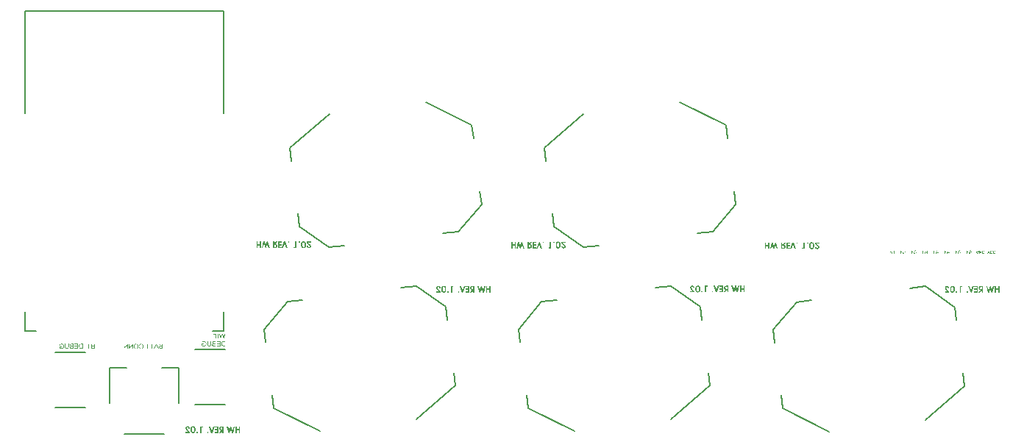
<source format=gbo>
%FSLAX24Y24*%
%MOIN*%
G70*
G01*
G75*
G04 Layer_Color=32896*
%ADD10C,0.0080*%
%ADD11C,0.0160*%
%ADD12C,0.0200*%
%ADD13C,0.0300*%
%ADD14C,0.0040*%
%ADD15C,0.0100*%
%ADD16C,0.0120*%
%ADD17C,0.0240*%
%ADD18C,0.0090*%
%ADD19R,0.0200X0.0200*%
%ADD20R,0.0200X0.0200*%
%ADD21C,0.0098*%
%ADD22C,0.0276*%
%ADD23R,0.0236X0.0413*%
%ADD24P,0.0283X4X90.0*%
%ADD25R,0.0940X0.0650*%
%ADD26R,0.0100X0.0270*%
%ADD27R,0.0550X0.0470*%
%ADD28R,0.0160X0.0440*%
G04:AMPARAMS|DCode=29|XSize=20mil|YSize=8mil|CornerRadius=3mil|HoleSize=0mil|Usage=FLASHONLY|Rotation=90.000|XOffset=0mil|YOffset=0mil|HoleType=Round|Shape=RoundedRectangle|*
%AMROUNDEDRECTD29*
21,1,0.0200,0.0020,0,0,90.0*
21,1,0.0140,0.0080,0,0,90.0*
1,1,0.0060,0.0010,0.0070*
1,1,0.0060,0.0010,-0.0070*
1,1,0.0060,-0.0010,-0.0070*
1,1,0.0060,-0.0010,0.0070*
%
%ADD29ROUNDEDRECTD29*%
G04:AMPARAMS|DCode=30|XSize=20mil|YSize=8mil|CornerRadius=3mil|HoleSize=0mil|Usage=FLASHONLY|Rotation=0.000|XOffset=0mil|YOffset=0mil|HoleType=Round|Shape=RoundedRectangle|*
%AMROUNDEDRECTD30*
21,1,0.0200,0.0020,0,0,0.0*
21,1,0.0140,0.0080,0,0,0.0*
1,1,0.0060,0.0070,-0.0010*
1,1,0.0060,-0.0070,-0.0010*
1,1,0.0060,-0.0070,0.0010*
1,1,0.0060,0.0070,0.0010*
%
%ADD30ROUNDEDRECTD30*%
%ADD31R,0.0360X0.0400*%
%ADD32R,0.0340X0.0310*%
%ADD33R,0.0320X0.0280*%
%ADD34R,0.0560X0.0560*%
%ADD35R,0.0480X0.0560*%
%ADD36R,0.0200X0.0400*%
G04:AMPARAMS|DCode=37|XSize=52mil|YSize=63mil|CornerRadius=5.2mil|HoleSize=0mil|Usage=FLASHONLY|Rotation=180.000|XOffset=0mil|YOffset=0mil|HoleType=Round|Shape=RoundedRectangle|*
%AMROUNDEDRECTD37*
21,1,0.0520,0.0526,0,0,180.0*
21,1,0.0416,0.0630,0,0,180.0*
1,1,0.0104,-0.0208,0.0263*
1,1,0.0104,0.0208,0.0263*
1,1,0.0104,0.0208,-0.0263*
1,1,0.0104,-0.0208,-0.0263*
%
%ADD37ROUNDEDRECTD37*%
%ADD38R,0.0400X0.0360*%
%ADD39R,0.0310X0.0340*%
%ADD40R,0.0400X0.0200*%
G04:AMPARAMS|DCode=41|XSize=52mil|YSize=63mil|CornerRadius=5.2mil|HoleSize=0mil|Usage=FLASHONLY|Rotation=315.000|XOffset=0mil|YOffset=0mil|HoleType=Round|Shape=RoundedRectangle|*
%AMROUNDEDRECTD41*
21,1,0.0520,0.0526,0,0,315.0*
21,1,0.0416,0.0630,0,0,315.0*
1,1,0.0104,-0.0039,-0.0333*
1,1,0.0104,-0.0333,-0.0039*
1,1,0.0104,0.0039,0.0333*
1,1,0.0104,0.0333,0.0039*
%
%ADD41ROUNDEDRECTD41*%
G04:AMPARAMS|DCode=42|XSize=52mil|YSize=63mil|CornerRadius=5.2mil|HoleSize=0mil|Usage=FLASHONLY|Rotation=270.000|XOffset=0mil|YOffset=0mil|HoleType=Round|Shape=RoundedRectangle|*
%AMROUNDEDRECTD42*
21,1,0.0520,0.0526,0,0,270.0*
21,1,0.0416,0.0630,0,0,270.0*
1,1,0.0104,-0.0263,-0.0208*
1,1,0.0104,-0.0263,0.0208*
1,1,0.0104,0.0263,0.0208*
1,1,0.0104,0.0263,-0.0208*
%
%ADD42ROUNDEDRECTD42*%
%ADD43R,0.0280X0.0320*%
%ADD44R,0.0100X0.0220*%
G04:AMPARAMS|DCode=45|XSize=22mil|YSize=10mil|CornerRadius=0mil|HoleSize=0mil|Usage=FLASHONLY|Rotation=45.000|XOffset=0mil|YOffset=0mil|HoleType=Round|Shape=Rectangle|*
%AMROTATEDRECTD45*
4,1,4,-0.0042,-0.0113,-0.0113,-0.0042,0.0042,0.0113,0.0113,0.0042,-0.0042,-0.0113,0.0*
%
%ADD45ROTATEDRECTD45*%

%ADD46R,0.1460X0.0480*%
%ADD47R,0.0560X0.0160*%
%ADD48R,0.0750X0.0910*%
%ADD49R,0.0750X0.0710*%
G04:AMPARAMS|DCode=50|XSize=8mil|YSize=28mil|CornerRadius=4mil|HoleSize=0mil|Usage=FLASHONLY|Rotation=270.000|XOffset=0mil|YOffset=0mil|HoleType=Round|Shape=RoundedRectangle|*
%AMROUNDEDRECTD50*
21,1,0.0080,0.0200,0,0,270.0*
21,1,0.0000,0.0280,0,0,270.0*
1,1,0.0080,-0.0100,0.0000*
1,1,0.0080,-0.0100,0.0000*
1,1,0.0080,0.0100,0.0000*
1,1,0.0080,0.0100,0.0000*
%
%ADD50ROUNDEDRECTD50*%
G04:AMPARAMS|DCode=51|XSize=8mil|YSize=28mil|CornerRadius=4mil|HoleSize=0mil|Usage=FLASHONLY|Rotation=180.000|XOffset=0mil|YOffset=0mil|HoleType=Round|Shape=RoundedRectangle|*
%AMROUNDEDRECTD51*
21,1,0.0080,0.0200,0,0,180.0*
21,1,0.0000,0.0280,0,0,180.0*
1,1,0.0080,0.0000,0.0100*
1,1,0.0080,0.0000,0.0100*
1,1,0.0080,0.0000,-0.0100*
1,1,0.0080,0.0000,-0.0100*
%
%ADD51ROUNDEDRECTD51*%
G04:AMPARAMS|DCode=52|XSize=182mil|YSize=182mil|CornerRadius=4.6mil|HoleSize=0mil|Usage=FLASHONLY|Rotation=180.000|XOffset=0mil|YOffset=0mil|HoleType=Round|Shape=RoundedRectangle|*
%AMROUNDEDRECTD52*
21,1,0.1820,0.1729,0,0,180.0*
21,1,0.1729,0.1820,0,0,180.0*
1,1,0.0091,-0.0865,0.0865*
1,1,0.0091,0.0865,0.0865*
1,1,0.0091,0.0865,-0.0865*
1,1,0.0091,-0.0865,-0.0865*
%
%ADD52ROUNDEDRECTD52*%
G04:AMPARAMS|DCode=53|XSize=182mil|YSize=182mil|CornerRadius=4.6mil|HoleSize=0mil|Usage=FLASHONLY|Rotation=135.000|XOffset=0mil|YOffset=0mil|HoleType=Round|Shape=RoundedRectangle|*
%AMROUNDEDRECTD53*
21,1,0.1820,0.1729,0,0,135.0*
21,1,0.1729,0.1820,0,0,135.0*
1,1,0.0091,0.0000,0.1223*
1,1,0.0091,0.1223,0.0000*
1,1,0.0091,0.0000,-0.1223*
1,1,0.0091,-0.1223,0.0000*
%
%ADD53ROUNDEDRECTD53*%
G04:AMPARAMS|DCode=54|XSize=8mil|YSize=28mil|CornerRadius=4mil|HoleSize=0mil|Usage=FLASHONLY|Rotation=135.000|XOffset=0mil|YOffset=0mil|HoleType=Round|Shape=RoundedRectangle|*
%AMROUNDEDRECTD54*
21,1,0.0080,0.0200,0,0,135.0*
21,1,0.0000,0.0280,0,0,135.0*
1,1,0.0080,0.0071,0.0071*
1,1,0.0080,0.0071,0.0071*
1,1,0.0080,-0.0071,-0.0071*
1,1,0.0080,-0.0071,-0.0071*
%
%ADD54ROUNDEDRECTD54*%
G04:AMPARAMS|DCode=55|XSize=8mil|YSize=28mil|CornerRadius=4mil|HoleSize=0mil|Usage=FLASHONLY|Rotation=225.000|XOffset=0mil|YOffset=0mil|HoleType=Round|Shape=RoundedRectangle|*
%AMROUNDEDRECTD55*
21,1,0.0080,0.0200,0,0,225.0*
21,1,0.0000,0.0280,0,0,225.0*
1,1,0.0080,-0.0071,0.0071*
1,1,0.0080,-0.0071,0.0071*
1,1,0.0080,0.0071,-0.0071*
1,1,0.0080,0.0071,-0.0071*
%
%ADD55ROUNDEDRECTD55*%
%ADD56P,0.0283X4X360.0*%
%ADD57R,0.0600X0.0950*%
%ADD58R,0.0240X0.0160*%
G04:AMPARAMS|DCode=59|XSize=14mil|YSize=14mil|CornerRadius=7mil|HoleSize=0mil|Usage=FLASHONLY|Rotation=0.000|XOffset=0mil|YOffset=0mil|HoleType=Round|Shape=RoundedRectangle|*
%AMROUNDEDRECTD59*
21,1,0.0140,0.0000,0,0,0.0*
21,1,0.0000,0.0140,0,0,0.0*
1,1,0.0140,0.0000,0.0000*
1,1,0.0140,0.0000,0.0000*
1,1,0.0140,0.0000,0.0000*
1,1,0.0140,0.0000,0.0000*
%
%ADD59ROUNDEDRECTD59*%
%ADD60R,0.0165X0.0400*%
%ADD61C,0.0236*%
%ADD62R,0.0120X0.0400*%
%ADD63R,0.0480X0.0400*%
%ADD64R,0.0400X0.0480*%
%ADD65R,0.0827X0.0206*%
%ADD66R,0.0394X0.0560*%
%ADD67R,0.0827X0.0354*%
%ADD68R,0.0560X0.0394*%
%ADD69R,0.0206X0.0827*%
%ADD70R,0.0354X0.0827*%
G04:AMPARAMS|DCode=71|XSize=100mil|YSize=35mil|CornerRadius=8.8mil|HoleSize=0mil|Usage=FLASHONLY|Rotation=180.000|XOffset=0mil|YOffset=0mil|HoleType=Round|Shape=RoundedRectangle|*
%AMROUNDEDRECTD71*
21,1,0.1000,0.0175,0,0,180.0*
21,1,0.0825,0.0350,0,0,180.0*
1,1,0.0175,-0.0413,0.0088*
1,1,0.0175,0.0413,0.0088*
1,1,0.0175,0.0413,-0.0088*
1,1,0.0175,-0.0413,-0.0088*
%
%ADD71ROUNDEDRECTD71*%
G04:AMPARAMS|DCode=72|XSize=100mil|YSize=35mil|CornerRadius=8.8mil|HoleSize=0mil|Usage=FLASHONLY|Rotation=90.000|XOffset=0mil|YOffset=0mil|HoleType=Round|Shape=RoundedRectangle|*
%AMROUNDEDRECTD72*
21,1,0.1000,0.0175,0,0,90.0*
21,1,0.0825,0.0350,0,0,90.0*
1,1,0.0175,0.0088,0.0413*
1,1,0.0175,0.0088,-0.0413*
1,1,0.0175,-0.0088,-0.0413*
1,1,0.0175,-0.0088,0.0413*
%
%ADD72ROUNDEDRECTD72*%
%ADD73R,0.0950X0.0300*%
%ADD74R,0.0512X0.0866*%
%ADD75R,0.0512X0.0551*%
%ADD76C,0.0160*%
%ADD77C,0.0630*%
%ADD78C,0.0360*%
%ADD79C,0.0070*%
%ADD80C,0.0060*%
%ADD81C,0.0400*%
%ADD82C,0.0280*%
%ADD83R,0.0520X0.0140*%
%ADD84R,0.0108X0.0250*%
%ADD85R,0.0247X0.0144*%
%ADD86R,0.0230X0.0158*%
%ADD87R,0.0095X0.0038*%
%ADD88R,0.0150X0.0200*%
%ADD89R,0.1410X0.0970*%
%ADD90R,0.0180X0.0170*%
%ADD91C,0.0551*%
%ADD92C,0.0660*%
%ADD93C,0.0160*%
%ADD94C,0.0240*%
%ADD95C,0.0140*%
%ADD96C,0.0480*%
%ADD97C,0.0210*%
%ADD98C,0.0410*%
%ADD99R,0.0250X0.0040*%
G04:AMPARAMS|DCode=100|XSize=700mil|YSize=700mil|CornerRadius=350mil|HoleSize=0mil|Usage=FLASHONLY|Rotation=277.000|XOffset=0mil|YOffset=0mil|HoleType=Round|Shape=RoundedRectangle|*
%AMROUNDEDRECTD100*
21,1,0.7000,0.0000,0,0,277.0*
21,1,0.0000,0.7000,0,0,277.0*
1,1,0.7000,0.0000,0.0000*
1,1,0.7000,0.0000,0.0000*
1,1,0.7000,0.0000,0.0000*
1,1,0.7000,0.0000,0.0000*
%
%ADD100ROUNDEDRECTD100*%
G04:AMPARAMS|DCode=101|XSize=200mil|YSize=110mil|CornerRadius=0mil|HoleSize=0mil|Usage=FLASHONLY|Rotation=277.000|XOffset=0mil|YOffset=0mil|HoleType=Round|Shape=Rectangle|*
%AMROTATEDRECTD101*
4,1,4,-0.0668,0.0926,0.0424,0.1060,0.0668,-0.0926,-0.0424,-0.1060,-0.0668,0.0926,0.0*
%
%ADD101ROTATEDRECTD101*%

%ADD102R,0.0600X0.1340*%
%ADD103R,0.0400X0.1380*%
%ADD104R,0.0750X0.0360*%
%ADD105R,0.0360X0.0750*%
%ADD106R,0.0250X0.0580*%
%ADD107C,0.0050*%
%ADD108R,0.0190X0.0130*%
%ADD109C,0.0003*%
%ADD110C,0.0011*%
%ADD111R,0.0280X0.0280*%
%ADD112R,0.0280X0.0280*%
%ADD113C,0.0178*%
%ADD114C,0.0356*%
%ADD115R,0.0316X0.0493*%
%ADD116P,0.0396X4X90.0*%
%ADD117R,0.1020X0.0730*%
%ADD118R,0.0180X0.0350*%
%ADD119R,0.0630X0.0550*%
%ADD120R,0.0240X0.0520*%
G04:AMPARAMS|DCode=121|XSize=28mil|YSize=16mil|CornerRadius=7mil|HoleSize=0mil|Usage=FLASHONLY|Rotation=90.000|XOffset=0mil|YOffset=0mil|HoleType=Round|Shape=RoundedRectangle|*
%AMROUNDEDRECTD121*
21,1,0.0280,0.0020,0,0,90.0*
21,1,0.0140,0.0160,0,0,90.0*
1,1,0.0140,0.0010,0.0070*
1,1,0.0140,0.0010,-0.0070*
1,1,0.0140,-0.0010,-0.0070*
1,1,0.0140,-0.0010,0.0070*
%
%ADD121ROUNDEDRECTD121*%
G04:AMPARAMS|DCode=122|XSize=28mil|YSize=16mil|CornerRadius=7mil|HoleSize=0mil|Usage=FLASHONLY|Rotation=0.000|XOffset=0mil|YOffset=0mil|HoleType=Round|Shape=RoundedRectangle|*
%AMROUNDEDRECTD122*
21,1,0.0280,0.0020,0,0,0.0*
21,1,0.0140,0.0160,0,0,0.0*
1,1,0.0140,0.0070,-0.0010*
1,1,0.0140,-0.0070,-0.0010*
1,1,0.0140,-0.0070,0.0010*
1,1,0.0140,0.0070,0.0010*
%
%ADD122ROUNDEDRECTD122*%
%ADD123R,0.0440X0.0480*%
%ADD124R,0.0420X0.0390*%
%ADD125R,0.0400X0.0360*%
%ADD126R,0.0640X0.0640*%
%ADD127R,0.0560X0.0640*%
%ADD128R,0.0280X0.0480*%
G04:AMPARAMS|DCode=129|XSize=60mil|YSize=71mil|CornerRadius=9.2mil|HoleSize=0mil|Usage=FLASHONLY|Rotation=180.000|XOffset=0mil|YOffset=0mil|HoleType=Round|Shape=RoundedRectangle|*
%AMROUNDEDRECTD129*
21,1,0.0600,0.0526,0,0,180.0*
21,1,0.0416,0.0710,0,0,180.0*
1,1,0.0184,-0.0208,0.0263*
1,1,0.0184,0.0208,0.0263*
1,1,0.0184,0.0208,-0.0263*
1,1,0.0184,-0.0208,-0.0263*
%
%ADD129ROUNDEDRECTD129*%
%ADD130R,0.0480X0.0440*%
%ADD131R,0.0390X0.0420*%
%ADD132R,0.0480X0.0280*%
G04:AMPARAMS|DCode=133|XSize=60mil|YSize=71mil|CornerRadius=9.2mil|HoleSize=0mil|Usage=FLASHONLY|Rotation=315.000|XOffset=0mil|YOffset=0mil|HoleType=Round|Shape=RoundedRectangle|*
%AMROUNDEDRECTD133*
21,1,0.0600,0.0526,0,0,315.0*
21,1,0.0416,0.0710,0,0,315.0*
1,1,0.0184,-0.0039,-0.0333*
1,1,0.0184,-0.0333,-0.0039*
1,1,0.0184,0.0039,0.0333*
1,1,0.0184,0.0333,0.0039*
%
%ADD133ROUNDEDRECTD133*%
G04:AMPARAMS|DCode=134|XSize=60mil|YSize=71mil|CornerRadius=9.2mil|HoleSize=0mil|Usage=FLASHONLY|Rotation=270.000|XOffset=0mil|YOffset=0mil|HoleType=Round|Shape=RoundedRectangle|*
%AMROUNDEDRECTD134*
21,1,0.0600,0.0526,0,0,270.0*
21,1,0.0416,0.0710,0,0,270.0*
1,1,0.0184,-0.0263,-0.0208*
1,1,0.0184,-0.0263,0.0208*
1,1,0.0184,0.0263,0.0208*
1,1,0.0184,0.0263,-0.0208*
%
%ADD134ROUNDEDRECTD134*%
%ADD135R,0.0360X0.0400*%
%ADD136R,0.0180X0.0300*%
G04:AMPARAMS|DCode=137|XSize=30mil|YSize=18mil|CornerRadius=0mil|HoleSize=0mil|Usage=FLASHONLY|Rotation=45.000|XOffset=0mil|YOffset=0mil|HoleType=Round|Shape=Rectangle|*
%AMROTATEDRECTD137*
4,1,4,-0.0042,-0.0170,-0.0170,-0.0042,0.0042,0.0170,0.0170,0.0042,-0.0042,-0.0170,0.0*
%
%ADD137ROTATEDRECTD137*%

%ADD138R,0.1540X0.0560*%
%ADD139R,0.0640X0.0240*%
%ADD140R,0.0830X0.0990*%
%ADD141R,0.0830X0.0790*%
G04:AMPARAMS|DCode=142|XSize=16mil|YSize=36mil|CornerRadius=8mil|HoleSize=0mil|Usage=FLASHONLY|Rotation=270.000|XOffset=0mil|YOffset=0mil|HoleType=Round|Shape=RoundedRectangle|*
%AMROUNDEDRECTD142*
21,1,0.0160,0.0200,0,0,270.0*
21,1,0.0000,0.0360,0,0,270.0*
1,1,0.0160,-0.0100,0.0000*
1,1,0.0160,-0.0100,0.0000*
1,1,0.0160,0.0100,0.0000*
1,1,0.0160,0.0100,0.0000*
%
%ADD142ROUNDEDRECTD142*%
G04:AMPARAMS|DCode=143|XSize=16mil|YSize=36mil|CornerRadius=8mil|HoleSize=0mil|Usage=FLASHONLY|Rotation=180.000|XOffset=0mil|YOffset=0mil|HoleType=Round|Shape=RoundedRectangle|*
%AMROUNDEDRECTD143*
21,1,0.0160,0.0200,0,0,180.0*
21,1,0.0000,0.0360,0,0,180.0*
1,1,0.0160,0.0000,0.0100*
1,1,0.0160,0.0000,0.0100*
1,1,0.0160,0.0000,-0.0100*
1,1,0.0160,0.0000,-0.0100*
%
%ADD143ROUNDEDRECTD143*%
G04:AMPARAMS|DCode=144|XSize=190mil|YSize=190mil|CornerRadius=8.6mil|HoleSize=0mil|Usage=FLASHONLY|Rotation=180.000|XOffset=0mil|YOffset=0mil|HoleType=Round|Shape=RoundedRectangle|*
%AMROUNDEDRECTD144*
21,1,0.1900,0.1729,0,0,180.0*
21,1,0.1729,0.1900,0,0,180.0*
1,1,0.0171,-0.0865,0.0865*
1,1,0.0171,0.0865,0.0865*
1,1,0.0171,0.0865,-0.0865*
1,1,0.0171,-0.0865,-0.0865*
%
%ADD144ROUNDEDRECTD144*%
G04:AMPARAMS|DCode=145|XSize=190mil|YSize=190mil|CornerRadius=8.6mil|HoleSize=0mil|Usage=FLASHONLY|Rotation=135.000|XOffset=0mil|YOffset=0mil|HoleType=Round|Shape=RoundedRectangle|*
%AMROUNDEDRECTD145*
21,1,0.1900,0.1729,0,0,135.0*
21,1,0.1729,0.1900,0,0,135.0*
1,1,0.0171,0.0000,0.1223*
1,1,0.0171,0.1223,0.0000*
1,1,0.0171,0.0000,-0.1223*
1,1,0.0171,-0.1223,0.0000*
%
%ADD145ROUNDEDRECTD145*%
G04:AMPARAMS|DCode=146|XSize=16mil|YSize=36mil|CornerRadius=8mil|HoleSize=0mil|Usage=FLASHONLY|Rotation=135.000|XOffset=0mil|YOffset=0mil|HoleType=Round|Shape=RoundedRectangle|*
%AMROUNDEDRECTD146*
21,1,0.0160,0.0200,0,0,135.0*
21,1,0.0000,0.0360,0,0,135.0*
1,1,0.0160,0.0071,0.0071*
1,1,0.0160,0.0071,0.0071*
1,1,0.0160,-0.0071,-0.0071*
1,1,0.0160,-0.0071,-0.0071*
%
%ADD146ROUNDEDRECTD146*%
G04:AMPARAMS|DCode=147|XSize=16mil|YSize=36mil|CornerRadius=8mil|HoleSize=0mil|Usage=FLASHONLY|Rotation=225.000|XOffset=0mil|YOffset=0mil|HoleType=Round|Shape=RoundedRectangle|*
%AMROUNDEDRECTD147*
21,1,0.0160,0.0200,0,0,225.0*
21,1,0.0000,0.0360,0,0,225.0*
1,1,0.0160,-0.0071,0.0071*
1,1,0.0160,-0.0071,0.0071*
1,1,0.0160,0.0071,-0.0071*
1,1,0.0160,0.0071,-0.0071*
%
%ADD147ROUNDEDRECTD147*%
%ADD148P,0.0396X4X360.0*%
%ADD149R,0.0680X0.1030*%
%ADD150R,0.0320X0.0240*%
G04:AMPARAMS|DCode=151|XSize=22mil|YSize=22mil|CornerRadius=11mil|HoleSize=0mil|Usage=FLASHONLY|Rotation=0.000|XOffset=0mil|YOffset=0mil|HoleType=Round|Shape=RoundedRectangle|*
%AMROUNDEDRECTD151*
21,1,0.0220,0.0000,0,0,0.0*
21,1,0.0000,0.0220,0,0,0.0*
1,1,0.0220,0.0000,0.0000*
1,1,0.0220,0.0000,0.0000*
1,1,0.0220,0.0000,0.0000*
1,1,0.0220,0.0000,0.0000*
%
%ADD151ROUNDEDRECTD151*%
%ADD152R,0.0245X0.0480*%
%ADD153C,0.0551*%
%ADD154R,0.0200X0.0480*%
%ADD155R,0.0560X0.0480*%
%ADD156R,0.0480X0.0560*%
%ADD157R,0.0907X0.0434*%
%ADD158R,0.0434X0.0907*%
G04:AMPARAMS|DCode=159|XSize=108mil|YSize=43mil|CornerRadius=12.8mil|HoleSize=0mil|Usage=FLASHONLY|Rotation=180.000|XOffset=0mil|YOffset=0mil|HoleType=Round|Shape=RoundedRectangle|*
%AMROUNDEDRECTD159*
21,1,0.1080,0.0175,0,0,180.0*
21,1,0.0825,0.0430,0,0,180.0*
1,1,0.0255,-0.0413,0.0088*
1,1,0.0255,0.0413,0.0088*
1,1,0.0255,0.0413,-0.0088*
1,1,0.0255,-0.0413,-0.0088*
%
%ADD159ROUNDEDRECTD159*%
G04:AMPARAMS|DCode=160|XSize=108mil|YSize=43mil|CornerRadius=12.8mil|HoleSize=0mil|Usage=FLASHONLY|Rotation=90.000|XOffset=0mil|YOffset=0mil|HoleType=Round|Shape=RoundedRectangle|*
%AMROUNDEDRECTD160*
21,1,0.1080,0.0175,0,0,90.0*
21,1,0.0825,0.0430,0,0,90.0*
1,1,0.0255,0.0088,0.0413*
1,1,0.0255,0.0088,-0.0413*
1,1,0.0255,-0.0088,-0.0413*
1,1,0.0255,-0.0088,0.0413*
%
%ADD160ROUNDEDRECTD160*%
%ADD161R,0.1030X0.0380*%
%ADD162R,0.0592X0.0946*%
%ADD163R,0.0592X0.0631*%
%ADD164C,0.0631*%
%ADD165C,0.0740*%
%ADD166C,0.0560*%
%ADD167C,0.0290*%
G04:AMPARAMS|DCode=168|XSize=708mil|YSize=708mil|CornerRadius=354mil|HoleSize=0mil|Usage=FLASHONLY|Rotation=277.000|XOffset=0mil|YOffset=0mil|HoleType=Round|Shape=RoundedRectangle|*
%AMROUNDEDRECTD168*
21,1,0.7080,0.0000,0,0,277.0*
21,1,0.0000,0.7080,0,0,277.0*
1,1,0.7080,0.0000,0.0000*
1,1,0.7080,0.0000,0.0000*
1,1,0.7080,0.0000,0.0000*
1,1,0.7080,0.0000,0.0000*
%
%ADD168ROUNDEDRECTD168*%
G04:AMPARAMS|DCode=169|XSize=208mil|YSize=118mil|CornerRadius=0mil|HoleSize=0mil|Usage=FLASHONLY|Rotation=277.000|XOffset=0mil|YOffset=0mil|HoleType=Round|Shape=Rectangle|*
%AMROTATEDRECTD169*
4,1,4,-0.0712,0.0960,0.0459,0.1104,0.0712,-0.0960,-0.0459,-0.1104,-0.0712,0.0960,0.0*
%
%ADD169ROTATEDRECTD169*%

%ADD170R,0.0680X0.1420*%
%ADD171R,0.0480X0.1460*%
%ADD172R,0.0830X0.0440*%
%ADD173R,0.0440X0.0830*%
G36*
X41114Y6208D02*
X41068D01*
X41018Y6394D01*
X40968Y6208D01*
X40921D01*
X40835Y6506D01*
X40894D01*
X40943Y6313D01*
X40998Y6506D01*
X41038D01*
X41092Y6313D01*
X41141Y6506D01*
X41200D01*
X41114Y6208D01*
D02*
G37*
G36*
X41431D02*
X41372D01*
Y6329D01*
X41277D01*
Y6208D01*
X41218D01*
Y6506D01*
X41277D01*
Y6386D01*
X41372D01*
Y6506D01*
X41431D01*
Y6208D01*
D02*
G37*
G36*
X40694D02*
X40636D01*
Y6347D01*
X40559Y6208D01*
X40490D01*
X40564Y6324D01*
X40558Y6325D01*
X40552Y6327D01*
X40542Y6332D01*
X40533Y6337D01*
X40526Y6342D01*
X40520Y6347D01*
X40515Y6351D01*
X40514Y6352D01*
X40513Y6354D01*
X40513Y6354D01*
X40512Y6354D01*
X40509Y6359D01*
X40506Y6364D01*
X40501Y6374D01*
X40498Y6384D01*
X40495Y6393D01*
X40494Y6401D01*
X40493Y6404D01*
Y6407D01*
X40493Y6410D01*
Y6411D01*
Y6413D01*
Y6413D01*
X40493Y6424D01*
X40495Y6433D01*
X40497Y6441D01*
X40500Y6449D01*
X40502Y6455D01*
X40503Y6457D01*
X40504Y6459D01*
X40505Y6461D01*
X40506Y6462D01*
X40506Y6463D01*
Y6463D01*
X40512Y6471D01*
X40518Y6477D01*
X40524Y6483D01*
X40530Y6488D01*
X40536Y6491D01*
X40541Y6494D01*
X40542Y6495D01*
X40544Y6495D01*
X40545Y6496D01*
X40545D01*
X40550Y6498D01*
X40554Y6499D01*
X40559Y6501D01*
X40563Y6502D01*
X40567Y6503D01*
X40570Y6503D01*
X40572Y6504D01*
X40573D01*
X40577Y6504D01*
X40580Y6505D01*
X40588Y6505D01*
X40596Y6506D01*
X40604D01*
X40612Y6506D01*
X40694D01*
Y6208D01*
D02*
G37*
G36*
X40173D02*
X40132D01*
X40025Y6506D01*
X40088D01*
X40153Y6307D01*
X40218Y6506D01*
X40280D01*
X40173Y6208D01*
D02*
G37*
G36*
X27972Y6218D02*
X27919D01*
Y6275D01*
X27972D01*
Y6218D01*
D02*
G37*
G36*
X28199Y6472D02*
X28147D01*
Y6218D01*
X28091D01*
Y6516D01*
X28199D01*
Y6472D01*
D02*
G37*
G36*
X39066Y6511D02*
X39074Y6510D01*
X39081Y6509D01*
X39087Y6507D01*
X39094Y6505D01*
X39099Y6503D01*
X39105Y6500D01*
X39110Y6498D01*
X39114Y6495D01*
X39118Y6493D01*
X39121Y6490D01*
X39123Y6488D01*
X39126Y6486D01*
X39127Y6485D01*
X39128Y6484D01*
X39128Y6483D01*
X39133Y6478D01*
X39137Y6472D01*
X39141Y6466D01*
X39144Y6460D01*
X39146Y6454D01*
X39148Y6448D01*
X39152Y6436D01*
X39153Y6431D01*
X39154Y6426D01*
X39154Y6421D01*
X39155Y6417D01*
X39155Y6414D01*
Y6411D01*
Y6410D01*
Y6409D01*
Y6409D01*
X39096D01*
Y6414D01*
X39096Y6421D01*
X39095Y6428D01*
X39094Y6433D01*
X39091Y6438D01*
X39090Y6442D01*
X39089Y6444D01*
X39087Y6446D01*
X39087Y6446D01*
X39083Y6451D01*
X39078Y6453D01*
X39074Y6456D01*
X39069Y6457D01*
X39065Y6458D01*
X39062Y6458D01*
X39059D01*
X39053Y6458D01*
X39047Y6457D01*
X39043Y6455D01*
X39039Y6453D01*
X39035Y6451D01*
X39033Y6449D01*
X39032Y6448D01*
X39031Y6447D01*
X39027Y6443D01*
X39025Y6438D01*
X39023Y6434D01*
X39022Y6429D01*
X39021Y6426D01*
X39020Y6423D01*
Y6421D01*
Y6420D01*
X39021Y6415D01*
X39022Y6410D01*
X39023Y6406D01*
X39024Y6401D01*
X39026Y6398D01*
X39027Y6395D01*
X39028Y6394D01*
X39028Y6393D01*
X39032Y6388D01*
X39035Y6383D01*
X39039Y6378D01*
X39043Y6374D01*
X39046Y6370D01*
X39049Y6367D01*
X39051Y6366D01*
X39052Y6365D01*
X39159Y6264D01*
Y6208D01*
X38963D01*
Y6262D01*
X39089D01*
X39006Y6337D01*
X38998Y6345D01*
X38992Y6352D01*
X38986Y6359D01*
X38981Y6365D01*
X38977Y6370D01*
X38975Y6374D01*
X38974Y6376D01*
X38973Y6377D01*
X38973Y6377D01*
Y6378D01*
X38969Y6385D01*
X38966Y6393D01*
X38965Y6400D01*
X38963Y6406D01*
X38962Y6411D01*
X38962Y6416D01*
Y6417D01*
Y6419D01*
Y6419D01*
Y6419D01*
X38962Y6426D01*
X38963Y6433D01*
X38964Y6440D01*
X38966Y6446D01*
X38970Y6457D01*
X38973Y6462D01*
X38975Y6466D01*
X38978Y6471D01*
X38981Y6474D01*
X38983Y6477D01*
X38985Y6480D01*
X38987Y6482D01*
X38988Y6483D01*
X38989Y6484D01*
X38990Y6485D01*
X38995Y6489D01*
X39000Y6493D01*
X39006Y6497D01*
X39012Y6500D01*
X39017Y6503D01*
X39023Y6505D01*
X39034Y6508D01*
X39039Y6510D01*
X39043Y6510D01*
X39047Y6511D01*
X39051Y6511D01*
X39054Y6512D01*
X39058D01*
X39066Y6511D01*
D02*
G37*
G36*
X27773Y6522D02*
X27783Y6520D01*
X27791Y6519D01*
X27798Y6517D01*
X27804Y6515D01*
X27809Y6514D01*
X27810Y6513D01*
X27811Y6513D01*
X27812Y6512D01*
X27812D01*
X27820Y6508D01*
X27827Y6503D01*
X27833Y6498D01*
X27838Y6493D01*
X27843Y6489D01*
X27846Y6485D01*
X27848Y6483D01*
X27849Y6483D01*
Y6482D01*
X27852Y6478D01*
X27855Y6473D01*
X27858Y6468D01*
X27860Y6463D01*
X27861Y6460D01*
X27862Y6457D01*
X27863Y6455D01*
X27863Y6454D01*
X27864Y6448D01*
X27866Y6441D01*
X27866Y6434D01*
X27867Y6428D01*
Y6421D01*
X27867Y6416D01*
Y6414D01*
Y6413D01*
Y6412D01*
Y6412D01*
Y6323D01*
Y6314D01*
X27866Y6305D01*
X27866Y6298D01*
X27865Y6292D01*
X27864Y6287D01*
X27864Y6284D01*
X27863Y6282D01*
Y6281D01*
X27861Y6275D01*
X27859Y6270D01*
X27857Y6265D01*
X27855Y6261D01*
X27853Y6258D01*
X27851Y6255D01*
X27850Y6253D01*
X27850Y6253D01*
X27843Y6246D01*
X27837Y6240D01*
X27831Y6235D01*
X27824Y6230D01*
X27819Y6227D01*
X27815Y6225D01*
X27814Y6224D01*
X27812Y6223D01*
X27812Y6223D01*
X27811D01*
X27803Y6219D01*
X27794Y6217D01*
X27787Y6215D01*
X27779Y6214D01*
X27773Y6213D01*
X27770D01*
X27768Y6213D01*
X27763D01*
X27753Y6213D01*
X27744Y6214D01*
X27735Y6216D01*
X27728Y6218D01*
X27722Y6219D01*
X27718Y6221D01*
X27716Y6221D01*
X27715Y6222D01*
X27715Y6222D01*
X27714D01*
X27707Y6226D01*
X27700Y6231D01*
X27693Y6236D01*
X27688Y6240D01*
X27683Y6245D01*
X27680Y6248D01*
X27678Y6251D01*
X27678Y6251D01*
Y6252D01*
X27674Y6257D01*
X27671Y6261D01*
X27669Y6266D01*
X27667Y6270D01*
X27665Y6274D01*
X27664Y6277D01*
X27663Y6279D01*
Y6280D01*
X27662Y6286D01*
X27661Y6293D01*
X27660Y6300D01*
X27659Y6307D01*
Y6313D01*
X27659Y6318D01*
Y6320D01*
Y6321D01*
Y6322D01*
Y6322D01*
Y6411D01*
Y6420D01*
X27660Y6429D01*
X27660Y6436D01*
X27661Y6442D01*
X27662Y6446D01*
X27663Y6450D01*
X27663Y6452D01*
X27663Y6453D01*
X27665Y6459D01*
X27667Y6465D01*
X27669Y6469D01*
X27672Y6473D01*
X27673Y6477D01*
X27675Y6479D01*
X27676Y6481D01*
X27677Y6481D01*
X27683Y6488D01*
X27690Y6495D01*
X27696Y6500D01*
X27702Y6504D01*
X27707Y6508D01*
X27711Y6510D01*
X27713Y6510D01*
X27714Y6511D01*
X27715Y6512D01*
X27715D01*
X27723Y6515D01*
X27732Y6518D01*
X27740Y6520D01*
X27747Y6521D01*
X27754Y6522D01*
X27757D01*
X27759Y6522D01*
X27763D01*
X27773Y6522D01*
D02*
G37*
G36*
X40456Y6208D02*
X40295D01*
Y6261D01*
X40398D01*
Y6334D01*
X40295D01*
Y6386D01*
X40398D01*
Y6454D01*
X40295D01*
Y6506D01*
X40456D01*
Y6208D01*
D02*
G37*
G36*
X9253Y8465D02*
X9201D01*
Y8521D01*
X9253D01*
Y8465D01*
D02*
G37*
G36*
X9740D02*
X9688D01*
Y8521D01*
X9740D01*
Y8465D01*
D02*
G37*
G36*
X8636Y8406D02*
X8642Y8404D01*
X8648Y8403D01*
X8658Y8398D01*
X8667Y8393D01*
X8674Y8388D01*
X8680Y8383D01*
X8684Y8379D01*
X8685Y8377D01*
X8687Y8376D01*
X8687Y8376D01*
X8688Y8375D01*
X8691Y8371D01*
X8694Y8366D01*
X8699Y8356D01*
X8702Y8346D01*
X8704Y8337D01*
X8706Y8329D01*
X8706Y8325D01*
Y8322D01*
X8707Y8320D01*
Y8318D01*
Y8317D01*
Y8317D01*
X8706Y8306D01*
X8705Y8297D01*
X8702Y8288D01*
X8700Y8281D01*
X8697Y8275D01*
X8696Y8272D01*
X8695Y8270D01*
X8695Y8269D01*
X8694Y8267D01*
X8693Y8267D01*
Y8267D01*
X8688Y8259D01*
X8682Y8252D01*
X8675Y8247D01*
X8669Y8242D01*
X8663Y8239D01*
X8659Y8236D01*
X8657Y8235D01*
X8656Y8234D01*
X8655Y8234D01*
X8655D01*
X8650Y8232D01*
X8645Y8230D01*
X8640Y8229D01*
X8636Y8228D01*
X8632Y8227D01*
X8629Y8226D01*
X8627Y8226D01*
X8626D01*
X8623Y8225D01*
X8620Y8225D01*
X8612Y8224D01*
X8603Y8224D01*
X8595D01*
X8588Y8223D01*
X8506D01*
Y8521D01*
X8564D01*
Y8383D01*
X8640Y8521D01*
X8710D01*
X8636Y8406D01*
D02*
G37*
G36*
X7981Y8223D02*
X7923D01*
Y8344D01*
X7827D01*
Y8223D01*
X7769D01*
Y8521D01*
X7827D01*
Y8400D01*
X7923D01*
Y8521D01*
X7981D01*
Y8223D01*
D02*
G37*
G36*
X39739Y6462D02*
X39687D01*
Y6208D01*
X39631D01*
Y6506D01*
X39739D01*
Y6462D01*
D02*
G37*
G36*
X39999Y6208D02*
X39946D01*
Y6265D01*
X39999D01*
Y6208D01*
D02*
G37*
G36*
X39313Y6512D02*
X39323Y6510D01*
X39331Y6509D01*
X39338Y6507D01*
X39344Y6505D01*
X39349Y6504D01*
X39350Y6503D01*
X39351Y6503D01*
X39352Y6502D01*
X39352D01*
X39360Y6498D01*
X39367Y6493D01*
X39373Y6488D01*
X39378Y6483D01*
X39383Y6479D01*
X39386Y6475D01*
X39388Y6473D01*
X39389Y6473D01*
Y6472D01*
X39392Y6468D01*
X39395Y6463D01*
X39398Y6458D01*
X39400Y6453D01*
X39401Y6450D01*
X39402Y6447D01*
X39403Y6445D01*
X39403Y6444D01*
X39404Y6438D01*
X39406Y6431D01*
X39406Y6424D01*
X39407Y6418D01*
Y6411D01*
X39407Y6406D01*
Y6404D01*
Y6403D01*
Y6402D01*
Y6402D01*
Y6313D01*
Y6304D01*
X39406Y6295D01*
X39406Y6288D01*
X39405Y6282D01*
X39404Y6277D01*
X39404Y6274D01*
X39403Y6272D01*
Y6271D01*
X39401Y6265D01*
X39399Y6260D01*
X39397Y6255D01*
X39395Y6251D01*
X39393Y6248D01*
X39391Y6245D01*
X39390Y6243D01*
X39390Y6243D01*
X39383Y6236D01*
X39377Y6230D01*
X39371Y6225D01*
X39364Y6220D01*
X39359Y6217D01*
X39355Y6215D01*
X39354Y6214D01*
X39352Y6213D01*
X39352Y6213D01*
X39351D01*
X39343Y6209D01*
X39334Y6207D01*
X39327Y6205D01*
X39319Y6204D01*
X39313Y6203D01*
X39310D01*
X39308Y6203D01*
X39303D01*
X39293Y6203D01*
X39284Y6204D01*
X39275Y6206D01*
X39268Y6208D01*
X39262Y6209D01*
X39258Y6211D01*
X39256Y6211D01*
X39255Y6212D01*
X39255Y6212D01*
X39254D01*
X39247Y6216D01*
X39240Y6221D01*
X39233Y6226D01*
X39228Y6230D01*
X39223Y6235D01*
X39220Y6238D01*
X39218Y6241D01*
X39218Y6241D01*
Y6242D01*
X39214Y6247D01*
X39211Y6251D01*
X39209Y6256D01*
X39207Y6260D01*
X39205Y6264D01*
X39204Y6267D01*
X39203Y6269D01*
Y6270D01*
X39202Y6276D01*
X39201Y6283D01*
X39200Y6290D01*
X39199Y6297D01*
Y6303D01*
X39199Y6308D01*
Y6310D01*
Y6311D01*
Y6312D01*
Y6312D01*
Y6401D01*
Y6410D01*
X39200Y6419D01*
X39200Y6426D01*
X39201Y6432D01*
X39202Y6436D01*
X39203Y6440D01*
X39203Y6442D01*
X39203Y6443D01*
X39205Y6449D01*
X39207Y6455D01*
X39209Y6459D01*
X39212Y6463D01*
X39213Y6467D01*
X39215Y6469D01*
X39216Y6471D01*
X39217Y6471D01*
X39223Y6478D01*
X39230Y6485D01*
X39236Y6490D01*
X39242Y6494D01*
X39247Y6498D01*
X39251Y6500D01*
X39253Y6500D01*
X39254Y6501D01*
X39255Y6502D01*
X39255D01*
X39263Y6505D01*
X39272Y6508D01*
X39280Y6510D01*
X39287Y6511D01*
X39294Y6512D01*
X39297D01*
X39299Y6512D01*
X39303D01*
X39313Y6512D01*
D02*
G37*
G36*
X39512Y6208D02*
X39459D01*
Y6265D01*
X39512D01*
Y6208D01*
D02*
G37*
G36*
X28459Y6218D02*
X28406D01*
Y6275D01*
X28459D01*
Y6218D01*
D02*
G37*
G36*
X17644Y6208D02*
X17586D01*
Y6347D01*
X17509Y6208D01*
X17440D01*
X17514Y6324D01*
X17508Y6325D01*
X17502Y6327D01*
X17492Y6332D01*
X17483Y6337D01*
X17476Y6342D01*
X17470Y6347D01*
X17465Y6351D01*
X17464Y6352D01*
X17463Y6354D01*
X17463Y6354D01*
X17462Y6354D01*
X17459Y6359D01*
X17456Y6364D01*
X17451Y6374D01*
X17448Y6384D01*
X17445Y6393D01*
X17444Y6401D01*
X17443Y6404D01*
Y6407D01*
X17443Y6410D01*
Y6411D01*
Y6413D01*
Y6413D01*
X17443Y6424D01*
X17445Y6433D01*
X17447Y6441D01*
X17450Y6449D01*
X17452Y6455D01*
X17453Y6457D01*
X17454Y6459D01*
X17455Y6461D01*
X17456Y6462D01*
X17456Y6463D01*
Y6463D01*
X17462Y6471D01*
X17468Y6477D01*
X17474Y6483D01*
X17480Y6488D01*
X17486Y6491D01*
X17491Y6494D01*
X17492Y6495D01*
X17494Y6495D01*
X17495Y6496D01*
X17495D01*
X17500Y6498D01*
X17504Y6499D01*
X17509Y6501D01*
X17513Y6502D01*
X17517Y6503D01*
X17520Y6503D01*
X17522Y6504D01*
X17523D01*
X17527Y6504D01*
X17530Y6505D01*
X17538Y6505D01*
X17546Y6506D01*
X17554D01*
X17562Y6506D01*
X17644D01*
Y6208D01*
D02*
G37*
G36*
X17123D02*
X17082D01*
X16975Y6506D01*
X17038D01*
X17103Y6307D01*
X17168Y6506D01*
X17230D01*
X17123Y6208D01*
D02*
G37*
G36*
X16949D02*
X16896D01*
Y6265D01*
X16949D01*
Y6208D01*
D02*
G37*
G36*
X17406D02*
X17245D01*
Y6261D01*
X17348D01*
Y6334D01*
X17245D01*
Y6386D01*
X17348D01*
Y6454D01*
X17245D01*
Y6506D01*
X17406D01*
Y6208D01*
D02*
G37*
G36*
X16016Y6511D02*
X16024Y6510D01*
X16031Y6509D01*
X16037Y6507D01*
X16044Y6505D01*
X16049Y6503D01*
X16055Y6500D01*
X16060Y6498D01*
X16064Y6495D01*
X16068Y6493D01*
X16071Y6490D01*
X16073Y6488D01*
X16076Y6486D01*
X16077Y6485D01*
X16078Y6484D01*
X16078Y6483D01*
X16083Y6478D01*
X16087Y6472D01*
X16091Y6466D01*
X16094Y6460D01*
X16096Y6454D01*
X16098Y6448D01*
X16102Y6436D01*
X16103Y6431D01*
X16104Y6426D01*
X16104Y6421D01*
X16105Y6417D01*
X16105Y6414D01*
Y6411D01*
Y6410D01*
Y6409D01*
Y6409D01*
X16046D01*
Y6414D01*
X16046Y6421D01*
X16045Y6428D01*
X16044Y6433D01*
X16041Y6438D01*
X16040Y6442D01*
X16039Y6444D01*
X16037Y6446D01*
X16037Y6446D01*
X16033Y6451D01*
X16028Y6453D01*
X16024Y6456D01*
X16019Y6457D01*
X16015Y6458D01*
X16012Y6458D01*
X16009D01*
X16003Y6458D01*
X15997Y6457D01*
X15993Y6455D01*
X15989Y6453D01*
X15985Y6451D01*
X15983Y6449D01*
X15982Y6448D01*
X15981Y6447D01*
X15977Y6443D01*
X15975Y6438D01*
X15973Y6434D01*
X15972Y6429D01*
X15971Y6426D01*
X15970Y6423D01*
Y6421D01*
Y6420D01*
X15971Y6415D01*
X15972Y6410D01*
X15973Y6406D01*
X15974Y6401D01*
X15976Y6398D01*
X15977Y6395D01*
X15978Y6394D01*
X15978Y6393D01*
X15982Y6388D01*
X15985Y6383D01*
X15989Y6378D01*
X15993Y6374D01*
X15996Y6370D01*
X15999Y6367D01*
X16001Y6366D01*
X16002Y6365D01*
X16109Y6264D01*
Y6208D01*
X15913D01*
Y6262D01*
X16039D01*
X15956Y6337D01*
X15948Y6345D01*
X15942Y6352D01*
X15936Y6359D01*
X15931Y6365D01*
X15927Y6370D01*
X15925Y6374D01*
X15924Y6376D01*
X15923Y6377D01*
X15923Y6377D01*
Y6378D01*
X15919Y6385D01*
X15916Y6393D01*
X15915Y6400D01*
X15913Y6406D01*
X15912Y6411D01*
X15912Y6416D01*
Y6417D01*
Y6419D01*
Y6419D01*
Y6419D01*
X15912Y6426D01*
X15913Y6433D01*
X15914Y6440D01*
X15916Y6446D01*
X15920Y6457D01*
X15923Y6462D01*
X15925Y6466D01*
X15928Y6471D01*
X15931Y6474D01*
X15933Y6477D01*
X15935Y6480D01*
X15937Y6482D01*
X15938Y6483D01*
X15939Y6484D01*
X15940Y6485D01*
X15945Y6489D01*
X15950Y6493D01*
X15956Y6497D01*
X15962Y6500D01*
X15967Y6503D01*
X15973Y6505D01*
X15984Y6508D01*
X15989Y6510D01*
X15993Y6510D01*
X15997Y6511D01*
X16001Y6511D01*
X16004Y6512D01*
X16008D01*
X16016Y6511D01*
D02*
G37*
G36*
X39970Y8050D02*
X40010D01*
X40016Y8050D01*
X40022Y8049D01*
X40027Y8049D01*
X40032Y8048D01*
X40036Y8047D01*
X40040Y8045D01*
X40043Y8044D01*
X40046Y8043D01*
X40049Y8042D01*
X40051Y8040D01*
X40053Y8039D01*
X40055Y8038D01*
X40056Y8037D01*
X40056Y8036D01*
X40057Y8036D01*
X40057Y8036D01*
X40059Y8033D01*
X40061Y8030D01*
X40063Y8027D01*
X40065Y8024D01*
X40066Y8021D01*
X40067Y8019D01*
X40069Y8013D01*
X40069Y8011D01*
X40070Y8009D01*
X40070Y8006D01*
X40070Y8005D01*
X40070Y8003D01*
Y8002D01*
Y8001D01*
Y8001D01*
X40070Y7997D01*
X40069Y7993D01*
X40069Y7989D01*
X40068Y7986D01*
X40067Y7983D01*
X40066Y7981D01*
X40066Y7980D01*
X40065Y7980D01*
X40065Y7980D01*
Y7979D01*
X40063Y7976D01*
X40061Y7973D01*
X40059Y7970D01*
X40057Y7968D01*
X40055Y7966D01*
X40054Y7965D01*
X40053Y7964D01*
X40052Y7964D01*
X40049Y7962D01*
X40046Y7961D01*
X40043Y7959D01*
X40040Y7958D01*
X40037Y7957D01*
X40035Y7957D01*
X40034Y7957D01*
X40033Y7957D01*
X40033D01*
X40029Y7956D01*
X40025Y7956D01*
X40021Y7955D01*
X40018Y7955D01*
X40014Y7955D01*
X39948D01*
Y8115D01*
X39970D01*
Y8050D01*
D02*
G37*
G36*
X18064Y6208D02*
X18018D01*
X17968Y6394D01*
X17918Y6208D01*
X17871D01*
X17785Y6506D01*
X17844D01*
X17893Y6313D01*
X17948Y6506D01*
X17988D01*
X18042Y6313D01*
X18091Y6506D01*
X18150D01*
X18064Y6208D01*
D02*
G37*
G36*
X18381D02*
X18322D01*
Y6329D01*
X18227D01*
Y6208D01*
X18168D01*
Y6506D01*
X18227D01*
Y6386D01*
X18322D01*
Y6506D01*
X18381D01*
Y6208D01*
D02*
G37*
G36*
X16689Y6462D02*
X16637D01*
Y6208D01*
X16581D01*
Y6506D01*
X16689D01*
Y6462D01*
D02*
G37*
G36*
X28633Y6218D02*
X28592D01*
X28485Y6516D01*
X28548D01*
X28613Y6317D01*
X28678Y6516D01*
X28740D01*
X28633Y6218D01*
D02*
G37*
G36*
X29574D02*
X29528D01*
X29478Y6404D01*
X29428Y6218D01*
X29381D01*
X29295Y6516D01*
X29354D01*
X29403Y6323D01*
X29458Y6516D01*
X29498D01*
X29552Y6323D01*
X29601Y6516D01*
X29660D01*
X29574Y6218D01*
D02*
G37*
G36*
X28916D02*
X28755D01*
Y6271D01*
X28858D01*
Y6344D01*
X28755D01*
Y6396D01*
X28858D01*
Y6464D01*
X28755D01*
Y6516D01*
X28916D01*
Y6218D01*
D02*
G37*
G36*
X29154D02*
X29096D01*
Y6357D01*
X29019Y6218D01*
X28950D01*
X29024Y6334D01*
X29018Y6335D01*
X29012Y6337D01*
X29002Y6342D01*
X28993Y6347D01*
X28986Y6352D01*
X28980Y6357D01*
X28975Y6361D01*
X28974Y6362D01*
X28973Y6364D01*
X28973Y6364D01*
X28972Y6364D01*
X28969Y6369D01*
X28966Y6374D01*
X28961Y6384D01*
X28958Y6394D01*
X28955Y6403D01*
X28954Y6411D01*
X28953Y6414D01*
Y6417D01*
X28953Y6420D01*
Y6421D01*
Y6423D01*
Y6423D01*
X28953Y6434D01*
X28955Y6443D01*
X28957Y6451D01*
X28960Y6459D01*
X28962Y6465D01*
X28963Y6467D01*
X28964Y6469D01*
X28965Y6471D01*
X28966Y6472D01*
X28966Y6473D01*
Y6473D01*
X28972Y6481D01*
X28978Y6487D01*
X28984Y6493D01*
X28990Y6498D01*
X28996Y6501D01*
X29001Y6504D01*
X29002Y6505D01*
X29004Y6505D01*
X29005Y6506D01*
X29005D01*
X29010Y6508D01*
X29014Y6509D01*
X29019Y6511D01*
X29023Y6512D01*
X29027Y6513D01*
X29030Y6513D01*
X29032Y6514D01*
X29033D01*
X29037Y6514D01*
X29040Y6515D01*
X29048Y6515D01*
X29056Y6516D01*
X29064D01*
X29072Y6516D01*
X29154D01*
Y6218D01*
D02*
G37*
G36*
X16263Y6512D02*
X16273Y6510D01*
X16281Y6509D01*
X16288Y6507D01*
X16294Y6505D01*
X16299Y6504D01*
X16300Y6503D01*
X16301Y6503D01*
X16302Y6502D01*
X16302D01*
X16310Y6498D01*
X16317Y6493D01*
X16323Y6488D01*
X16329Y6483D01*
X16333Y6479D01*
X16336Y6475D01*
X16338Y6473D01*
X16339Y6473D01*
Y6472D01*
X16342Y6468D01*
X16345Y6463D01*
X16348Y6458D01*
X16350Y6453D01*
X16351Y6450D01*
X16352Y6447D01*
X16353Y6445D01*
X16353Y6444D01*
X16354Y6438D01*
X16356Y6431D01*
X16356Y6424D01*
X16357Y6418D01*
Y6411D01*
X16357Y6406D01*
Y6404D01*
Y6403D01*
Y6402D01*
Y6402D01*
Y6313D01*
Y6304D01*
X16356Y6295D01*
X16356Y6288D01*
X16355Y6282D01*
X16354Y6277D01*
X16354Y6274D01*
X16353Y6272D01*
Y6271D01*
X16351Y6265D01*
X16349Y6260D01*
X16347Y6255D01*
X16345Y6251D01*
X16343Y6248D01*
X16341Y6245D01*
X16340Y6243D01*
X16340Y6243D01*
X16333Y6236D01*
X16327Y6230D01*
X16321Y6225D01*
X16314Y6220D01*
X16309Y6217D01*
X16305Y6215D01*
X16304Y6214D01*
X16302Y6213D01*
X16302Y6213D01*
X16301D01*
X16293Y6209D01*
X16284Y6207D01*
X16277Y6205D01*
X16269Y6204D01*
X16263Y6203D01*
X16260D01*
X16258Y6203D01*
X16253D01*
X16243Y6203D01*
X16234Y6204D01*
X16225Y6206D01*
X16218Y6208D01*
X16212Y6209D01*
X16208Y6211D01*
X16206Y6211D01*
X16205Y6212D01*
X16205Y6212D01*
X16204D01*
X16197Y6216D01*
X16190Y6221D01*
X16183Y6226D01*
X16178Y6230D01*
X16173Y6235D01*
X16170Y6238D01*
X16168Y6241D01*
X16168Y6241D01*
Y6242D01*
X16164Y6247D01*
X16161Y6251D01*
X16159Y6256D01*
X16157Y6260D01*
X16155Y6264D01*
X16154Y6267D01*
X16153Y6269D01*
Y6270D01*
X16152Y6276D01*
X16151Y6283D01*
X16150Y6290D01*
X16149Y6297D01*
Y6303D01*
X16149Y6308D01*
Y6310D01*
Y6311D01*
Y6312D01*
Y6312D01*
Y6401D01*
Y6410D01*
X16150Y6419D01*
X16150Y6426D01*
X16151Y6432D01*
X16152Y6436D01*
X16153Y6440D01*
X16153Y6442D01*
X16153Y6443D01*
X16155Y6449D01*
X16157Y6455D01*
X16159Y6459D01*
X16162Y6463D01*
X16163Y6467D01*
X16165Y6469D01*
X16166Y6471D01*
X16167Y6471D01*
X16173Y6478D01*
X16180Y6485D01*
X16186Y6490D01*
X16192Y6494D01*
X16197Y6498D01*
X16201Y6500D01*
X16203Y6500D01*
X16204Y6501D01*
X16205Y6502D01*
X16205D01*
X16213Y6505D01*
X16222Y6508D01*
X16230Y6510D01*
X16237Y6511D01*
X16244Y6512D01*
X16247D01*
X16249Y6512D01*
X16253D01*
X16263Y6512D01*
D02*
G37*
G36*
X16462Y6208D02*
X16409D01*
Y6265D01*
X16462D01*
Y6208D01*
D02*
G37*
G36*
X29891Y6218D02*
X29832D01*
Y6339D01*
X29737D01*
Y6218D01*
X29678D01*
Y6516D01*
X29737D01*
Y6396D01*
X29832D01*
Y6516D01*
X29891D01*
Y6218D01*
D02*
G37*
G36*
X27526Y6521D02*
X27534Y6520D01*
X27541Y6519D01*
X27547Y6517D01*
X27554Y6515D01*
X27559Y6513D01*
X27565Y6510D01*
X27570Y6508D01*
X27574Y6505D01*
X27578Y6503D01*
X27581Y6500D01*
X27583Y6498D01*
X27586Y6496D01*
X27587Y6495D01*
X27588Y6494D01*
X27588Y6493D01*
X27593Y6488D01*
X27597Y6482D01*
X27601Y6476D01*
X27604Y6470D01*
X27606Y6464D01*
X27608Y6458D01*
X27612Y6446D01*
X27613Y6441D01*
X27614Y6436D01*
X27614Y6431D01*
X27615Y6427D01*
X27615Y6424D01*
Y6421D01*
Y6420D01*
Y6419D01*
Y6419D01*
X27556D01*
Y6424D01*
X27556Y6431D01*
X27555Y6438D01*
X27554Y6443D01*
X27551Y6448D01*
X27550Y6452D01*
X27549Y6454D01*
X27547Y6456D01*
X27547Y6456D01*
X27543Y6461D01*
X27538Y6463D01*
X27534Y6466D01*
X27529Y6467D01*
X27525Y6468D01*
X27522Y6468D01*
X27519D01*
X27513Y6468D01*
X27507Y6467D01*
X27503Y6465D01*
X27499Y6463D01*
X27495Y6461D01*
X27493Y6459D01*
X27492Y6458D01*
X27491Y6457D01*
X27487Y6453D01*
X27485Y6448D01*
X27483Y6444D01*
X27482Y6439D01*
X27481Y6436D01*
X27480Y6433D01*
Y6431D01*
Y6430D01*
X27481Y6425D01*
X27482Y6420D01*
X27483Y6416D01*
X27484Y6411D01*
X27486Y6408D01*
X27487Y6405D01*
X27488Y6404D01*
X27488Y6403D01*
X27492Y6398D01*
X27495Y6393D01*
X27499Y6388D01*
X27503Y6384D01*
X27506Y6380D01*
X27509Y6377D01*
X27511Y6376D01*
X27512Y6375D01*
X27619Y6274D01*
Y6218D01*
X27423D01*
Y6272D01*
X27549D01*
X27466Y6347D01*
X27458Y6355D01*
X27452Y6362D01*
X27446Y6369D01*
X27441Y6375D01*
X27437Y6380D01*
X27435Y6384D01*
X27434Y6386D01*
X27433Y6387D01*
X27433Y6387D01*
Y6388D01*
X27429Y6395D01*
X27426Y6403D01*
X27425Y6410D01*
X27423Y6416D01*
X27422Y6421D01*
X27422Y6426D01*
Y6427D01*
Y6429D01*
Y6429D01*
Y6429D01*
X27422Y6436D01*
X27423Y6443D01*
X27424Y6450D01*
X27426Y6456D01*
X27430Y6467D01*
X27433Y6472D01*
X27435Y6476D01*
X27438Y6481D01*
X27441Y6484D01*
X27443Y6487D01*
X27445Y6490D01*
X27447Y6492D01*
X27448Y6493D01*
X27449Y6494D01*
X27450Y6495D01*
X27455Y6499D01*
X27460Y6503D01*
X27466Y6507D01*
X27472Y6510D01*
X27477Y6513D01*
X27483Y6515D01*
X27494Y6518D01*
X27499Y6520D01*
X27503Y6520D01*
X27507Y6521D01*
X27511Y6521D01*
X27514Y6522D01*
X27518D01*
X27526Y6521D01*
D02*
G37*
G36*
X8365Y8223D02*
X8305D01*
X8256Y8417D01*
X8202Y8223D01*
X8162D01*
X8108Y8417D01*
X8059Y8223D01*
X7999D01*
X8086Y8521D01*
X8132D01*
X8182Y8335D01*
X8232Y8521D01*
X8279D01*
X8365Y8223D01*
D02*
G37*
G36*
X31935Y8429D02*
X31832D01*
Y8355D01*
X31935D01*
Y8304D01*
X31832D01*
Y8236D01*
X31935D01*
Y8183D01*
X31774D01*
Y8481D01*
X31935D01*
Y8429D01*
D02*
G37*
G36*
X32204Y8183D02*
X32142D01*
X32077Y8382D01*
X32012Y8183D01*
X31950D01*
X32056Y8481D01*
X32098D01*
X32204Y8183D01*
D02*
G37*
G36*
X4656Y151D02*
X4664Y150D01*
X4671Y149D01*
X4677Y147D01*
X4684Y145D01*
X4689Y143D01*
X4695Y140D01*
X4700Y138D01*
X4704Y135D01*
X4708Y133D01*
X4711Y130D01*
X4713Y128D01*
X4716Y126D01*
X4717Y125D01*
X4718Y124D01*
X4718Y123D01*
X4723Y118D01*
X4727Y112D01*
X4731Y106D01*
X4734Y100D01*
X4736Y94D01*
X4738Y88D01*
X4742Y76D01*
X4743Y71D01*
X4744Y66D01*
X4744Y61D01*
X4745Y57D01*
X4745Y54D01*
Y51D01*
Y50D01*
Y49D01*
Y49D01*
X4686D01*
Y54D01*
X4686Y61D01*
X4685Y68D01*
X4684Y73D01*
X4681Y78D01*
X4680Y82D01*
X4679Y84D01*
X4677Y86D01*
X4677Y86D01*
X4673Y91D01*
X4668Y93D01*
X4664Y96D01*
X4659Y97D01*
X4655Y98D01*
X4652Y98D01*
X4649D01*
X4643Y98D01*
X4637Y97D01*
X4633Y95D01*
X4629Y93D01*
X4625Y91D01*
X4623Y89D01*
X4622Y88D01*
X4621Y87D01*
X4617Y83D01*
X4615Y78D01*
X4613Y74D01*
X4612Y69D01*
X4611Y66D01*
X4610Y63D01*
Y61D01*
Y60D01*
X4611Y55D01*
X4612Y50D01*
X4613Y46D01*
X4614Y41D01*
X4616Y38D01*
X4617Y35D01*
X4618Y34D01*
X4618Y33D01*
X4622Y28D01*
X4625Y23D01*
X4629Y18D01*
X4633Y14D01*
X4636Y10D01*
X4639Y7D01*
X4641Y6D01*
X4642Y5D01*
X4749Y-96D01*
Y-152D01*
X4553D01*
Y-98D01*
X4679D01*
X4596Y-23D01*
X4588Y-15D01*
X4582Y-8D01*
X4576Y-1D01*
X4571Y5D01*
X4567Y10D01*
X4565Y14D01*
X4564Y16D01*
X4563Y17D01*
X4563Y17D01*
Y18D01*
X4559Y25D01*
X4556Y33D01*
X4555Y40D01*
X4553Y46D01*
X4552Y51D01*
X4552Y56D01*
Y57D01*
Y59D01*
Y59D01*
Y59D01*
X4552Y66D01*
X4553Y73D01*
X4554Y80D01*
X4556Y86D01*
X4560Y97D01*
X4563Y102D01*
X4565Y106D01*
X4568Y111D01*
X4571Y114D01*
X4573Y117D01*
X4575Y120D01*
X4577Y122D01*
X4578Y123D01*
X4579Y124D01*
X4580Y125D01*
X4585Y129D01*
X4590Y133D01*
X4596Y137D01*
X4602Y140D01*
X4607Y143D01*
X4613Y145D01*
X4624Y148D01*
X4629Y150D01*
X4633Y150D01*
X4637Y151D01*
X4641Y151D01*
X4644Y152D01*
X4648D01*
X4656Y151D01*
D02*
G37*
G36*
X32936Y8487D02*
X32946Y8485D01*
X32954Y8484D01*
X32961Y8482D01*
X32967Y8480D01*
X32972Y8479D01*
X32973Y8478D01*
X32975Y8478D01*
X32975Y8477D01*
X32975D01*
X32983Y8473D01*
X32990Y8469D01*
X32996Y8464D01*
X33002Y8459D01*
X33006Y8455D01*
X33009Y8451D01*
X33011Y8449D01*
X33012Y8448D01*
Y8448D01*
X33015Y8443D01*
X33018Y8438D01*
X33021Y8434D01*
X33023Y8429D01*
X33025Y8425D01*
X33025Y8423D01*
X33026Y8421D01*
Y8420D01*
X33028Y8414D01*
X33029Y8407D01*
X33030Y8400D01*
X33030Y8393D01*
Y8387D01*
X33031Y8382D01*
Y8380D01*
Y8378D01*
Y8378D01*
Y8377D01*
Y8289D01*
Y8279D01*
X33030Y8271D01*
X33030Y8264D01*
X33029Y8258D01*
X33028Y8253D01*
X33027Y8249D01*
X33027Y8247D01*
X33026Y8247D01*
X33025Y8241D01*
X33022Y8235D01*
X33020Y8230D01*
X33018Y8226D01*
X33016Y8223D01*
X33015Y8220D01*
X33013Y8219D01*
X33013Y8218D01*
X33007Y8211D01*
X33000Y8205D01*
X32994Y8200D01*
X32988Y8195D01*
X32983Y8192D01*
X32978Y8190D01*
X32977Y8189D01*
X32975Y8188D01*
X32975Y8188D01*
X32975D01*
X32966Y8185D01*
X32958Y8182D01*
X32950Y8180D01*
X32942Y8179D01*
X32936Y8178D01*
X32933D01*
X32931Y8177D01*
X32926D01*
X32916Y8178D01*
X32907Y8179D01*
X32899Y8181D01*
X32891Y8182D01*
X32886Y8184D01*
X32881Y8186D01*
X32879Y8187D01*
X32878Y8187D01*
X32878Y8187D01*
X32877D01*
X32870Y8192D01*
X32863Y8196D01*
X32857Y8201D01*
X32851Y8206D01*
X32847Y8211D01*
X32844Y8214D01*
X32842Y8217D01*
X32841Y8217D01*
Y8217D01*
X32837Y8222D01*
X32834Y8227D01*
X32832Y8232D01*
X32830Y8236D01*
X32828Y8240D01*
X32827Y8243D01*
X32827Y8244D01*
X32827Y8245D01*
X32825Y8252D01*
X32824Y8258D01*
X32823Y8265D01*
X32823Y8272D01*
Y8278D01*
X32822Y8283D01*
Y8285D01*
Y8286D01*
Y8287D01*
Y8288D01*
Y8377D01*
Y8386D01*
X32823Y8394D01*
X32824Y8401D01*
X32824Y8408D01*
X32825Y8412D01*
X32826Y8416D01*
X32827Y8418D01*
Y8419D01*
X32828Y8425D01*
X32830Y8430D01*
X32833Y8435D01*
X32835Y8439D01*
X32837Y8442D01*
X32838Y8445D01*
X32839Y8446D01*
X32840Y8447D01*
X32846Y8454D01*
X32853Y8460D01*
X32859Y8465D01*
X32865Y8469D01*
X32870Y8473D01*
X32874Y8475D01*
X32876Y8476D01*
X32877Y8477D01*
X32878Y8477D01*
X32878D01*
X32886Y8480D01*
X32895Y8483D01*
X32903Y8485D01*
X32911Y8486D01*
X32917Y8487D01*
X32920D01*
X32922Y8487D01*
X32926D01*
X32936Y8487D01*
D02*
G37*
G36*
X31395Y8183D02*
X31335D01*
X31286Y8377D01*
X31232Y8183D01*
X31192D01*
X31138Y8377D01*
X31089Y8183D01*
X31029D01*
X31116Y8481D01*
X31162D01*
X31212Y8295D01*
X31262Y8481D01*
X31309D01*
X31395Y8183D01*
D02*
G37*
G36*
X31666Y8366D02*
X31672Y8364D01*
X31678Y8363D01*
X31688Y8358D01*
X31697Y8353D01*
X31704Y8348D01*
X31710Y8343D01*
X31714Y8339D01*
X31715Y8337D01*
X31717Y8336D01*
X31717Y8336D01*
X31718Y8335D01*
X31721Y8331D01*
X31724Y8326D01*
X31729Y8316D01*
X31732Y8306D01*
X31734Y8297D01*
X31736Y8289D01*
X31736Y8285D01*
Y8282D01*
X31737Y8280D01*
Y8278D01*
Y8277D01*
Y8277D01*
X31736Y8266D01*
X31735Y8257D01*
X31732Y8248D01*
X31730Y8241D01*
X31727Y8235D01*
X31726Y8232D01*
X31725Y8230D01*
X31725Y8229D01*
X31724Y8227D01*
X31723Y8227D01*
Y8227D01*
X31718Y8219D01*
X31712Y8212D01*
X31705Y8207D01*
X31699Y8202D01*
X31693Y8199D01*
X31689Y8196D01*
X31687Y8195D01*
X31686Y8194D01*
X31685Y8194D01*
X31685D01*
X31680Y8192D01*
X31675Y8190D01*
X31670Y8189D01*
X31666Y8188D01*
X31662Y8187D01*
X31659Y8186D01*
X31657Y8186D01*
X31656D01*
X31653Y8185D01*
X31650Y8185D01*
X31642Y8184D01*
X31633Y8184D01*
X31625D01*
X31618Y8183D01*
X31536D01*
Y8481D01*
X31594D01*
Y8343D01*
X31670Y8481D01*
X31740D01*
X31666Y8366D01*
D02*
G37*
G36*
X32599Y8183D02*
X32491D01*
Y8227D01*
X32543D01*
Y8481D01*
X32599D01*
Y8183D01*
D02*
G37*
G36*
X33267Y8428D02*
X33140D01*
X33223Y8352D01*
X33231Y8345D01*
X33238Y8338D01*
X33244Y8331D01*
X33248Y8324D01*
X33252Y8319D01*
X33255Y8315D01*
X33255Y8314D01*
X33256Y8313D01*
X33257Y8312D01*
Y8312D01*
X33260Y8304D01*
X33263Y8297D01*
X33265Y8290D01*
X33267Y8284D01*
X33268Y8278D01*
X33268Y8274D01*
Y8272D01*
Y8271D01*
Y8271D01*
Y8270D01*
X33268Y8263D01*
X33267Y8257D01*
X33265Y8250D01*
X33264Y8244D01*
X33259Y8232D01*
X33257Y8227D01*
X33254Y8223D01*
X33251Y8219D01*
X33249Y8215D01*
X33247Y8212D01*
X33245Y8210D01*
X33243Y8207D01*
X33241Y8206D01*
X33240Y8205D01*
X33240Y8205D01*
X33235Y8200D01*
X33229Y8196D01*
X33223Y8192D01*
X33218Y8189D01*
X33212Y8187D01*
X33206Y8185D01*
X33196Y8181D01*
X33191Y8180D01*
X33186Y8179D01*
X33182Y8179D01*
X33179Y8178D01*
X33176Y8178D01*
X33172D01*
X33164Y8178D01*
X33156Y8179D01*
X33149Y8180D01*
X33142Y8182D01*
X33136Y8185D01*
X33130Y8187D01*
X33125Y8190D01*
X33120Y8192D01*
X33116Y8195D01*
X33112Y8197D01*
X33109Y8200D01*
X33106Y8202D01*
X33104Y8204D01*
X33102Y8205D01*
X33102Y8206D01*
X33101Y8206D01*
X33097Y8212D01*
X33092Y8217D01*
X33089Y8223D01*
X33086Y8230D01*
X33083Y8236D01*
X33081Y8242D01*
X33078Y8254D01*
X33077Y8259D01*
X33076Y8264D01*
X33075Y8269D01*
X33075Y8273D01*
X33075Y8276D01*
Y8278D01*
Y8280D01*
Y8280D01*
Y8281D01*
X33133D01*
Y8276D01*
X33134Y8268D01*
X33135Y8262D01*
X33136Y8256D01*
X33138Y8252D01*
X33140Y8248D01*
X33141Y8245D01*
X33142Y8244D01*
X33143Y8243D01*
X33147Y8239D01*
X33151Y8236D01*
X33156Y8234D01*
X33161Y8233D01*
X33164Y8232D01*
X33168Y8231D01*
X33171D01*
X33177Y8232D01*
X33182Y8233D01*
X33187Y8235D01*
X33191Y8237D01*
X33194Y8239D01*
X33196Y8241D01*
X33198Y8242D01*
X33198Y8242D01*
X33202Y8247D01*
X33205Y8251D01*
X33207Y8256D01*
X33208Y8260D01*
X33209Y8264D01*
X33209Y8267D01*
Y8269D01*
Y8270D01*
X33209Y8275D01*
X33208Y8279D01*
X33207Y8284D01*
X33206Y8288D01*
X33204Y8292D01*
X33203Y8294D01*
X33202Y8296D01*
X33201Y8297D01*
X33198Y8302D01*
X33194Y8307D01*
X33191Y8312D01*
X33187Y8316D01*
X33183Y8319D01*
X33181Y8322D01*
X33179Y8324D01*
X33178Y8325D01*
X33070Y8425D01*
Y8481D01*
X33267D01*
Y8428D01*
D02*
G37*
G36*
X7021Y-152D02*
X6962D01*
Y-31D01*
X6867D01*
Y-152D01*
X6808D01*
Y146D01*
X6867D01*
Y26D01*
X6962D01*
Y146D01*
X7021D01*
Y-152D01*
D02*
G37*
G36*
X5329Y102D02*
X5277D01*
Y-152D01*
X5221D01*
Y146D01*
X5329D01*
Y102D01*
D02*
G37*
G36*
X5589Y-152D02*
X5536D01*
Y-95D01*
X5589D01*
Y-152D01*
D02*
G37*
G36*
X4903Y152D02*
X4913Y150D01*
X4921Y149D01*
X4928Y147D01*
X4934Y145D01*
X4939Y144D01*
X4940Y143D01*
X4941Y143D01*
X4942Y142D01*
X4942D01*
X4950Y138D01*
X4957Y133D01*
X4963Y128D01*
X4969Y123D01*
X4973Y119D01*
X4976Y115D01*
X4978Y113D01*
X4979Y113D01*
Y112D01*
X4982Y108D01*
X4985Y103D01*
X4988Y98D01*
X4990Y93D01*
X4991Y90D01*
X4992Y87D01*
X4993Y85D01*
X4993Y84D01*
X4994Y78D01*
X4996Y71D01*
X4996Y64D01*
X4997Y58D01*
Y51D01*
X4997Y46D01*
Y44D01*
Y43D01*
Y42D01*
Y42D01*
Y-47D01*
Y-56D01*
X4996Y-65D01*
X4996Y-72D01*
X4995Y-78D01*
X4994Y-83D01*
X4994Y-86D01*
X4993Y-88D01*
Y-89D01*
X4991Y-95D01*
X4989Y-100D01*
X4987Y-105D01*
X4985Y-109D01*
X4983Y-112D01*
X4981Y-115D01*
X4980Y-117D01*
X4980Y-117D01*
X4973Y-124D01*
X4967Y-130D01*
X4961Y-135D01*
X4954Y-140D01*
X4949Y-143D01*
X4945Y-145D01*
X4944Y-146D01*
X4942Y-147D01*
X4942Y-147D01*
X4941D01*
X4933Y-151D01*
X4924Y-153D01*
X4916Y-155D01*
X4909Y-156D01*
X4903Y-157D01*
X4900D01*
X4898Y-157D01*
X4893D01*
X4883Y-157D01*
X4874Y-156D01*
X4865Y-154D01*
X4858Y-152D01*
X4852Y-151D01*
X4848Y-149D01*
X4846Y-149D01*
X4845Y-148D01*
X4845Y-148D01*
X4844D01*
X4837Y-144D01*
X4830Y-139D01*
X4823Y-134D01*
X4818Y-130D01*
X4813Y-125D01*
X4810Y-122D01*
X4808Y-119D01*
X4808Y-119D01*
Y-118D01*
X4804Y-113D01*
X4801Y-109D01*
X4799Y-104D01*
X4797Y-100D01*
X4795Y-96D01*
X4794Y-93D01*
X4793Y-91D01*
Y-90D01*
X4792Y-84D01*
X4791Y-77D01*
X4790Y-70D01*
X4789Y-63D01*
Y-57D01*
X4789Y-52D01*
Y-50D01*
Y-49D01*
Y-48D01*
Y-48D01*
Y41D01*
Y50D01*
X4790Y59D01*
X4790Y66D01*
X4791Y72D01*
X4792Y76D01*
X4793Y80D01*
X4793Y82D01*
X4793Y83D01*
X4795Y89D01*
X4797Y95D01*
X4799Y99D01*
X4802Y103D01*
X4803Y107D01*
X4805Y109D01*
X4806Y111D01*
X4807Y111D01*
X4813Y118D01*
X4820Y125D01*
X4826Y130D01*
X4832Y134D01*
X4837Y138D01*
X4841Y140D01*
X4843Y140D01*
X4844Y141D01*
X4845Y142D01*
X4845D01*
X4853Y145D01*
X4862Y148D01*
X4870Y150D01*
X4877Y151D01*
X4884Y152D01*
X4887D01*
X4889Y152D01*
X4893D01*
X4903Y152D01*
D02*
G37*
G36*
X5102Y-152D02*
X5049D01*
Y-95D01*
X5102D01*
Y-152D01*
D02*
G37*
G36*
X5763D02*
X5722D01*
X5615Y146D01*
X5678D01*
X5743Y-53D01*
X5808Y146D01*
X5870D01*
X5763Y-152D01*
D02*
G37*
G36*
X6704D02*
X6658D01*
X6608Y34D01*
X6558Y-152D01*
X6511D01*
X6425Y146D01*
X6484D01*
X6533Y-47D01*
X6588Y146D01*
X6628D01*
X6682Y-47D01*
X6731Y146D01*
X6790D01*
X6704Y-152D01*
D02*
G37*
G36*
X6046D02*
X5885D01*
Y-99D01*
X5988D01*
Y-26D01*
X5885D01*
Y26D01*
X5988D01*
Y94D01*
X5885D01*
Y146D01*
X6046D01*
Y-152D01*
D02*
G37*
G36*
X6284D02*
X6226D01*
Y-13D01*
X6149Y-152D01*
X6080D01*
X6154Y-36D01*
X6148Y-35D01*
X6142Y-33D01*
X6132Y-28D01*
X6123Y-23D01*
X6116Y-18D01*
X6110Y-13D01*
X6105Y-9D01*
X6104Y-8D01*
X6103Y-6D01*
X6103Y-6D01*
X6102Y-6D01*
X6099Y-1D01*
X6096Y4D01*
X6091Y14D01*
X6088Y24D01*
X6085Y33D01*
X6084Y41D01*
X6083Y44D01*
Y47D01*
X6083Y50D01*
Y51D01*
Y53D01*
Y53D01*
X6083Y63D01*
X6085Y73D01*
X6087Y81D01*
X6090Y89D01*
X6092Y95D01*
X6093Y97D01*
X6094Y99D01*
X6095Y101D01*
X6096Y102D01*
X6096Y103D01*
Y103D01*
X6102Y111D01*
X6108Y117D01*
X6114Y123D01*
X6120Y128D01*
X6126Y131D01*
X6131Y134D01*
X6132Y135D01*
X6134Y135D01*
X6135Y136D01*
X6135D01*
X6140Y138D01*
X6144Y139D01*
X6149Y141D01*
X6153Y142D01*
X6157Y143D01*
X6160Y143D01*
X6162Y144D01*
X6163D01*
X6167Y144D01*
X6170Y145D01*
X6178Y145D01*
X6186Y146D01*
X6194D01*
X6202Y146D01*
X6284D01*
Y-152D01*
D02*
G37*
G36*
X31011Y8183D02*
X30953D01*
Y8304D01*
X30857D01*
Y8183D01*
X30799D01*
Y8481D01*
X30857D01*
Y8360D01*
X30953D01*
Y8481D01*
X31011D01*
Y8183D01*
D02*
G37*
G36*
X21280Y8455D02*
X21228D01*
Y8511D01*
X21280D01*
Y8455D01*
D02*
G37*
G36*
X9906Y8527D02*
X9916Y8525D01*
X9924Y8524D01*
X9931Y8522D01*
X9937Y8520D01*
X9942Y8519D01*
X9943Y8518D01*
X9945Y8518D01*
X9945Y8517D01*
X9945D01*
X9953Y8513D01*
X9960Y8509D01*
X9966Y8504D01*
X9972Y8499D01*
X9976Y8495D01*
X9979Y8491D01*
X9981Y8489D01*
X9982Y8488D01*
Y8488D01*
X9985Y8483D01*
X9988Y8478D01*
X9991Y8474D01*
X9993Y8469D01*
X9995Y8465D01*
X9995Y8463D01*
X9996Y8461D01*
Y8460D01*
X9998Y8454D01*
X9999Y8447D01*
X10000Y8440D01*
X10000Y8433D01*
Y8427D01*
X10001Y8422D01*
Y8420D01*
Y8418D01*
Y8418D01*
Y8417D01*
Y8329D01*
Y8319D01*
X10000Y8311D01*
X10000Y8304D01*
X9999Y8298D01*
X9998Y8293D01*
X9997Y8289D01*
X9997Y8287D01*
X9996Y8287D01*
X9995Y8281D01*
X9992Y8275D01*
X9990Y8270D01*
X9988Y8266D01*
X9986Y8263D01*
X9985Y8260D01*
X9983Y8259D01*
X9983Y8258D01*
X9977Y8251D01*
X9970Y8245D01*
X9964Y8240D01*
X9958Y8235D01*
X9953Y8232D01*
X9948Y8230D01*
X9947Y8229D01*
X9945Y8228D01*
X9945Y8228D01*
X9945D01*
X9936Y8225D01*
X9928Y8222D01*
X9920Y8220D01*
X9912Y8219D01*
X9906Y8218D01*
X9903D01*
X9901Y8217D01*
X9896D01*
X9886Y8218D01*
X9877Y8219D01*
X9869Y8221D01*
X9861Y8222D01*
X9856Y8224D01*
X9851Y8226D01*
X9849Y8227D01*
X9848Y8227D01*
X9848Y8227D01*
X9847D01*
X9840Y8232D01*
X9833Y8236D01*
X9827Y8241D01*
X9821Y8246D01*
X9817Y8251D01*
X9814Y8254D01*
X9812Y8257D01*
X9811Y8257D01*
Y8257D01*
X9807Y8262D01*
X9804Y8267D01*
X9802Y8272D01*
X9800Y8276D01*
X9798Y8280D01*
X9797Y8283D01*
X9797Y8284D01*
X9797Y8285D01*
X9795Y8292D01*
X9794Y8298D01*
X9793Y8305D01*
X9793Y8312D01*
Y8318D01*
X9792Y8323D01*
Y8325D01*
Y8326D01*
Y8327D01*
Y8328D01*
Y8417D01*
Y8426D01*
X9793Y8434D01*
X9794Y8441D01*
X9794Y8448D01*
X9795Y8452D01*
X9796Y8456D01*
X9797Y8458D01*
Y8459D01*
X9798Y8465D01*
X9800Y8470D01*
X9803Y8475D01*
X9805Y8479D01*
X9807Y8482D01*
X9808Y8485D01*
X9809Y8486D01*
X9810Y8487D01*
X9816Y8494D01*
X9823Y8500D01*
X9829Y8505D01*
X9835Y8509D01*
X9840Y8513D01*
X9844Y8515D01*
X9846Y8516D01*
X9847Y8517D01*
X9848Y8517D01*
X9848D01*
X9856Y8520D01*
X9865Y8523D01*
X9873Y8525D01*
X9881Y8526D01*
X9887Y8527D01*
X9890D01*
X9892Y8527D01*
X9896D01*
X9906Y8527D01*
D02*
G37*
G36*
X19521Y8213D02*
X19463D01*
Y8334D01*
X19367D01*
Y8213D01*
X19309D01*
Y8511D01*
X19367D01*
Y8390D01*
X19463D01*
Y8511D01*
X19521D01*
Y8213D01*
D02*
G37*
G36*
X20793Y8455D02*
X20741D01*
Y8511D01*
X20793D01*
Y8455D01*
D02*
G37*
G36*
X9569Y8223D02*
X9461D01*
Y8267D01*
X9513D01*
Y8521D01*
X9569D01*
Y8223D01*
D02*
G37*
G36*
X10237Y8468D02*
X10110D01*
X10193Y8392D01*
X10201Y8385D01*
X10208Y8378D01*
X10214Y8371D01*
X10218Y8364D01*
X10222Y8359D01*
X10225Y8355D01*
X10225Y8354D01*
X10226Y8353D01*
X10227Y8352D01*
Y8352D01*
X10230Y8344D01*
X10233Y8337D01*
X10235Y8330D01*
X10237Y8324D01*
X10238Y8318D01*
X10238Y8314D01*
Y8312D01*
Y8311D01*
Y8311D01*
Y8310D01*
X10238Y8303D01*
X10237Y8297D01*
X10235Y8290D01*
X10234Y8284D01*
X10229Y8272D01*
X10227Y8267D01*
X10224Y8263D01*
X10221Y8259D01*
X10219Y8255D01*
X10217Y8252D01*
X10215Y8250D01*
X10213Y8247D01*
X10211Y8246D01*
X10210Y8245D01*
X10210Y8245D01*
X10205Y8240D01*
X10199Y8236D01*
X10193Y8232D01*
X10188Y8229D01*
X10182Y8227D01*
X10176Y8225D01*
X10166Y8221D01*
X10161Y8220D01*
X10156Y8219D01*
X10152Y8219D01*
X10149Y8218D01*
X10146Y8218D01*
X10142D01*
X10134Y8218D01*
X10126Y8219D01*
X10119Y8220D01*
X10112Y8222D01*
X10106Y8225D01*
X10100Y8227D01*
X10095Y8230D01*
X10090Y8232D01*
X10086Y8235D01*
X10082Y8237D01*
X10079Y8240D01*
X10076Y8242D01*
X10074Y8244D01*
X10072Y8245D01*
X10072Y8246D01*
X10071Y8246D01*
X10067Y8252D01*
X10062Y8257D01*
X10059Y8263D01*
X10056Y8270D01*
X10053Y8276D01*
X10051Y8282D01*
X10048Y8294D01*
X10047Y8299D01*
X10046Y8304D01*
X10045Y8309D01*
X10045Y8313D01*
X10044Y8316D01*
Y8318D01*
Y8320D01*
Y8320D01*
Y8321D01*
X10103D01*
Y8316D01*
X10104Y8308D01*
X10105Y8302D01*
X10106Y8296D01*
X10108Y8292D01*
X10110Y8288D01*
X10111Y8285D01*
X10112Y8284D01*
X10113Y8283D01*
X10117Y8279D01*
X10121Y8276D01*
X10126Y8274D01*
X10131Y8273D01*
X10134Y8272D01*
X10138Y8271D01*
X10141D01*
X10147Y8272D01*
X10152Y8273D01*
X10157Y8275D01*
X10161Y8277D01*
X10164Y8279D01*
X10166Y8281D01*
X10168Y8282D01*
X10168Y8282D01*
X10172Y8287D01*
X10175Y8291D01*
X10177Y8296D01*
X10178Y8300D01*
X10179Y8304D01*
X10179Y8307D01*
Y8309D01*
Y8310D01*
X10179Y8315D01*
X10178Y8319D01*
X10177Y8324D01*
X10176Y8328D01*
X10174Y8332D01*
X10173Y8334D01*
X10172Y8336D01*
X10171Y8337D01*
X10168Y8342D01*
X10164Y8347D01*
X10161Y8352D01*
X10157Y8356D01*
X10153Y8359D01*
X10151Y8362D01*
X10149Y8364D01*
X10148Y8365D01*
X10040Y8465D01*
Y8521D01*
X10237D01*
Y8468D01*
D02*
G37*
G36*
X8905Y8469D02*
X8802D01*
Y8395D01*
X8905D01*
Y8344D01*
X8802D01*
Y8276D01*
X8905D01*
Y8223D01*
X8744D01*
Y8521D01*
X8905D01*
Y8469D01*
D02*
G37*
G36*
X9174Y8223D02*
X9112D01*
X9047Y8422D01*
X8982Y8223D01*
X8920D01*
X9026Y8521D01*
X9068D01*
X9174Y8223D01*
D02*
G37*
G36*
X20176Y8396D02*
X20182Y8394D01*
X20188Y8393D01*
X20198Y8388D01*
X20207Y8383D01*
X20214Y8378D01*
X20220Y8373D01*
X20224Y8369D01*
X20225Y8367D01*
X20227Y8366D01*
X20227Y8366D01*
X20228Y8365D01*
X20231Y8361D01*
X20234Y8356D01*
X20239Y8346D01*
X20242Y8336D01*
X20244Y8327D01*
X20246Y8319D01*
X20246Y8315D01*
Y8312D01*
X20247Y8310D01*
Y8308D01*
Y8307D01*
Y8307D01*
X20246Y8296D01*
X20245Y8287D01*
X20242Y8278D01*
X20240Y8271D01*
X20237Y8265D01*
X20236Y8262D01*
X20235Y8260D01*
X20235Y8259D01*
X20234Y8257D01*
X20233Y8257D01*
Y8257D01*
X20228Y8249D01*
X20222Y8242D01*
X20215Y8237D01*
X20209Y8232D01*
X20203Y8229D01*
X20199Y8226D01*
X20197Y8225D01*
X20196Y8224D01*
X20195Y8224D01*
X20195D01*
X20190Y8222D01*
X20185Y8220D01*
X20180Y8219D01*
X20176Y8218D01*
X20172Y8217D01*
X20169Y8216D01*
X20167Y8216D01*
X20166D01*
X20163Y8215D01*
X20160Y8215D01*
X20152Y8214D01*
X20143Y8214D01*
X20135D01*
X20128Y8213D01*
X20046D01*
Y8511D01*
X20104D01*
Y8373D01*
X20180Y8511D01*
X20250D01*
X20176Y8396D01*
D02*
G37*
G36*
X21446Y8517D02*
X21456Y8515D01*
X21464Y8514D01*
X21471Y8512D01*
X21477Y8510D01*
X21482Y8509D01*
X21483Y8508D01*
X21485Y8508D01*
X21485Y8507D01*
X21485D01*
X21493Y8503D01*
X21500Y8499D01*
X21506Y8494D01*
X21512Y8489D01*
X21516Y8485D01*
X21519Y8481D01*
X21521Y8479D01*
X21522Y8478D01*
Y8478D01*
X21525Y8473D01*
X21528Y8468D01*
X21531Y8464D01*
X21533Y8459D01*
X21535Y8455D01*
X21535Y8453D01*
X21536Y8451D01*
Y8450D01*
X21538Y8444D01*
X21539Y8437D01*
X21540Y8430D01*
X21540Y8423D01*
Y8417D01*
X21541Y8412D01*
Y8410D01*
Y8408D01*
Y8408D01*
Y8407D01*
Y8319D01*
Y8309D01*
X21540Y8301D01*
X21540Y8294D01*
X21539Y8288D01*
X21538Y8283D01*
X21537Y8279D01*
X21537Y8277D01*
X21536Y8277D01*
X21535Y8271D01*
X21532Y8265D01*
X21530Y8260D01*
X21528Y8256D01*
X21526Y8253D01*
X21525Y8250D01*
X21523Y8249D01*
X21523Y8248D01*
X21517Y8241D01*
X21510Y8235D01*
X21504Y8230D01*
X21498Y8225D01*
X21493Y8222D01*
X21488Y8220D01*
X21487Y8219D01*
X21485Y8218D01*
X21485Y8218D01*
X21485D01*
X21476Y8215D01*
X21468Y8212D01*
X21460Y8210D01*
X21452Y8209D01*
X21446Y8208D01*
X21443D01*
X21441Y8207D01*
X21436D01*
X21426Y8208D01*
X21417Y8209D01*
X21409Y8211D01*
X21401Y8212D01*
X21396Y8214D01*
X21391Y8216D01*
X21389Y8217D01*
X21388Y8217D01*
X21388Y8217D01*
X21387D01*
X21380Y8222D01*
X21373Y8226D01*
X21367Y8231D01*
X21361Y8236D01*
X21357Y8241D01*
X21354Y8244D01*
X21352Y8247D01*
X21351Y8247D01*
Y8247D01*
X21347Y8252D01*
X21344Y8257D01*
X21342Y8262D01*
X21340Y8266D01*
X21338Y8270D01*
X21337Y8273D01*
X21337Y8274D01*
X21337Y8275D01*
X21335Y8282D01*
X21334Y8288D01*
X21333Y8295D01*
X21333Y8302D01*
Y8308D01*
X21332Y8313D01*
Y8315D01*
Y8316D01*
Y8317D01*
Y8318D01*
Y8407D01*
Y8416D01*
X21333Y8424D01*
X21334Y8431D01*
X21334Y8438D01*
X21335Y8442D01*
X21336Y8446D01*
X21337Y8448D01*
Y8449D01*
X21338Y8455D01*
X21340Y8460D01*
X21343Y8465D01*
X21345Y8469D01*
X21347Y8472D01*
X21348Y8475D01*
X21349Y8476D01*
X21350Y8477D01*
X21356Y8484D01*
X21363Y8490D01*
X21369Y8495D01*
X21375Y8499D01*
X21380Y8503D01*
X21384Y8505D01*
X21386Y8506D01*
X21387Y8507D01*
X21388Y8507D01*
X21388D01*
X21396Y8510D01*
X21405Y8513D01*
X21413Y8515D01*
X21421Y8516D01*
X21427Y8517D01*
X21430D01*
X21432Y8517D01*
X21436D01*
X21446Y8517D01*
D02*
G37*
G36*
X20445Y8459D02*
X20342D01*
Y8385D01*
X20445D01*
Y8334D01*
X20342D01*
Y8266D01*
X20445D01*
Y8213D01*
X20284D01*
Y8511D01*
X20445D01*
Y8459D01*
D02*
G37*
G36*
X32283Y8425D02*
X32231D01*
Y8481D01*
X32283D01*
Y8425D01*
D02*
G37*
G36*
X32770D02*
X32718D01*
Y8481D01*
X32770D01*
Y8425D01*
D02*
G37*
G36*
X21777Y8458D02*
X21650D01*
X21733Y8382D01*
X21741Y8375D01*
X21748Y8368D01*
X21754Y8361D01*
X21758Y8354D01*
X21762Y8349D01*
X21765Y8345D01*
X21765Y8344D01*
X21766Y8343D01*
X21767Y8342D01*
Y8342D01*
X21770Y8334D01*
X21773Y8327D01*
X21775Y8320D01*
X21777Y8314D01*
X21778Y8308D01*
X21778Y8304D01*
Y8302D01*
Y8301D01*
Y8301D01*
Y8300D01*
X21778Y8293D01*
X21777Y8287D01*
X21775Y8280D01*
X21774Y8274D01*
X21769Y8262D01*
X21767Y8257D01*
X21764Y8253D01*
X21761Y8249D01*
X21759Y8245D01*
X21757Y8242D01*
X21755Y8240D01*
X21753Y8237D01*
X21751Y8236D01*
X21750Y8235D01*
X21750Y8235D01*
X21745Y8230D01*
X21739Y8226D01*
X21733Y8222D01*
X21728Y8219D01*
X21722Y8217D01*
X21716Y8215D01*
X21706Y8211D01*
X21701Y8210D01*
X21696Y8209D01*
X21692Y8209D01*
X21688Y8208D01*
X21686Y8208D01*
X21682D01*
X21674Y8208D01*
X21666Y8209D01*
X21659Y8210D01*
X21652Y8212D01*
X21646Y8215D01*
X21640Y8217D01*
X21635Y8220D01*
X21630Y8222D01*
X21626Y8225D01*
X21622Y8227D01*
X21619Y8230D01*
X21616Y8232D01*
X21614Y8234D01*
X21612Y8235D01*
X21612Y8236D01*
X21611Y8236D01*
X21607Y8242D01*
X21602Y8247D01*
X21599Y8253D01*
X21596Y8260D01*
X21593Y8266D01*
X21591Y8272D01*
X21588Y8284D01*
X21587Y8289D01*
X21586Y8294D01*
X21585Y8299D01*
X21585Y8303D01*
X21584Y8306D01*
Y8308D01*
Y8310D01*
Y8310D01*
Y8311D01*
X21643D01*
Y8306D01*
X21644Y8298D01*
X21645Y8292D01*
X21646Y8286D01*
X21648Y8282D01*
X21650Y8278D01*
X21651Y8275D01*
X21652Y8274D01*
X21653Y8273D01*
X21657Y8269D01*
X21661Y8266D01*
X21666Y8264D01*
X21671Y8263D01*
X21674Y8262D01*
X21678Y8261D01*
X21681D01*
X21687Y8262D01*
X21692Y8263D01*
X21697Y8265D01*
X21701Y8267D01*
X21704Y8269D01*
X21706Y8271D01*
X21708Y8272D01*
X21708Y8272D01*
X21712Y8277D01*
X21715Y8281D01*
X21717Y8286D01*
X21718Y8290D01*
X21719Y8294D01*
X21719Y8297D01*
Y8299D01*
Y8300D01*
X21719Y8305D01*
X21718Y8309D01*
X21717Y8314D01*
X21716Y8318D01*
X21714Y8322D01*
X21713Y8324D01*
X21712Y8326D01*
X21711Y8327D01*
X21708Y8332D01*
X21704Y8337D01*
X21701Y8342D01*
X21697Y8346D01*
X21693Y8349D01*
X21691Y8352D01*
X21689Y8354D01*
X21688Y8355D01*
X21580Y8455D01*
Y8511D01*
X21777D01*
Y8458D01*
D02*
G37*
G36*
X19905Y8213D02*
X19845D01*
X19796Y8407D01*
X19742Y8213D01*
X19702D01*
X19648Y8407D01*
X19599Y8213D01*
X19539D01*
X19626Y8511D01*
X19672D01*
X19722Y8325D01*
X19772Y8511D01*
X19819D01*
X19905Y8213D01*
D02*
G37*
G36*
X20714D02*
X20652D01*
X20587Y8412D01*
X20522Y8213D01*
X20460D01*
X20566Y8511D01*
X20608D01*
X20714Y8213D01*
D02*
G37*
G36*
X21109D02*
X21001D01*
Y8257D01*
X21053D01*
Y8511D01*
X21109D01*
Y8213D01*
D02*
G37*
G36*
X6300Y4117D02*
X6269D01*
X6222Y4288D01*
X6220Y4292D01*
X6219Y4296D01*
X6218Y4301D01*
X6217Y4305D01*
X6216Y4309D01*
X6215Y4312D01*
X6215Y4313D01*
Y4314D01*
X6215Y4314D01*
Y4314D01*
X6215Y4313D01*
X6214Y4312D01*
X6213Y4308D01*
X6212Y4304D01*
X6211Y4299D01*
X6210Y4295D01*
X6208Y4291D01*
X6208Y4290D01*
X6208Y4289D01*
X6208Y4288D01*
Y4288D01*
X6161Y4117D01*
X6132D01*
X6070Y4341D01*
X6100D01*
X6136Y4197D01*
X6138Y4187D01*
X6140Y4178D01*
X6142Y4170D01*
X6143Y4166D01*
X6144Y4163D01*
X6144Y4160D01*
X6145Y4157D01*
X6146Y4154D01*
X6146Y4152D01*
X6146Y4151D01*
X6146Y4149D01*
X6147Y4149D01*
Y4149D01*
X6149Y4163D01*
X6152Y4177D01*
X6153Y4183D01*
X6155Y4190D01*
X6156Y4196D01*
X6158Y4202D01*
X6159Y4207D01*
X6160Y4212D01*
X6162Y4217D01*
X6162Y4220D01*
X6163Y4224D01*
X6164Y4226D01*
X6164Y4227D01*
X6164Y4228D01*
X6196Y4341D01*
X6232D01*
X6274Y4190D01*
X6275Y4188D01*
X6275Y4186D01*
X6276Y4184D01*
X6277Y4181D01*
X6277Y4178D01*
X6278Y4174D01*
X6280Y4167D01*
X6282Y4160D01*
X6283Y4157D01*
X6283Y4154D01*
X6284Y4152D01*
X6284Y4150D01*
X6285Y4149D01*
Y4149D01*
X6286Y4157D01*
X6288Y4165D01*
X6289Y4173D01*
X6291Y4180D01*
X6291Y4183D01*
X6292Y4186D01*
X6292Y4188D01*
X6293Y4190D01*
X6293Y4192D01*
X6294Y4193D01*
X6294Y4194D01*
Y4194D01*
X6328Y4341D01*
X6358D01*
X6300Y4117D01*
D02*
G37*
G36*
X6038D02*
X6008D01*
Y4341D01*
X6038D01*
Y4117D01*
D02*
G37*
G36*
X5955D02*
X5925D01*
Y4219D01*
X5820D01*
Y4245D01*
X5925D01*
Y4315D01*
X5804D01*
Y4341D01*
X5955D01*
Y4117D01*
D02*
G37*
G36*
X5925Y3777D02*
X5840D01*
X5832Y3778D01*
X5825Y3778D01*
X5819Y3779D01*
X5814Y3779D01*
X5810Y3780D01*
X5808Y3780D01*
X5807Y3780D01*
X5806Y3781D01*
X5805Y3781D01*
X5804D01*
X5799Y3782D01*
X5794Y3784D01*
X5790Y3786D01*
X5786Y3788D01*
X5784Y3789D01*
X5782Y3791D01*
X5780Y3792D01*
X5780Y3792D01*
X5776Y3795D01*
X5773Y3798D01*
X5770Y3802D01*
X5768Y3805D01*
X5766Y3808D01*
X5764Y3811D01*
X5763Y3812D01*
X5763Y3813D01*
X5761Y3818D01*
X5759Y3823D01*
X5758Y3828D01*
X5757Y3832D01*
X5757Y3837D01*
X5756Y3839D01*
Y3841D01*
Y3841D01*
Y3842D01*
Y3842D01*
X5757Y3849D01*
X5758Y3855D01*
X5760Y3861D01*
X5762Y3866D01*
X5764Y3870D01*
X5766Y3873D01*
X5766Y3874D01*
X5767Y3875D01*
X5768Y3876D01*
Y3876D01*
X5772Y3881D01*
X5777Y3885D01*
X5782Y3889D01*
X5787Y3892D01*
X5792Y3894D01*
X5794Y3895D01*
X5795Y3895D01*
X5797Y3896D01*
X5798Y3896D01*
X5798Y3896D01*
X5799D01*
X5793Y3899D01*
X5788Y3903D01*
X5784Y3906D01*
X5781Y3909D01*
X5778Y3912D01*
X5777Y3914D01*
X5775Y3916D01*
X5775Y3917D01*
X5772Y3921D01*
X5770Y3926D01*
X5769Y3931D01*
X5768Y3935D01*
X5768Y3939D01*
X5767Y3942D01*
Y3942D01*
Y3943D01*
Y3944D01*
Y3944D01*
X5768Y3950D01*
X5769Y3955D01*
X5770Y3960D01*
X5772Y3964D01*
X5773Y3968D01*
X5775Y3971D01*
X5776Y3973D01*
X5776Y3973D01*
Y3973D01*
X5780Y3978D01*
X5784Y3983D01*
X5788Y3986D01*
X5792Y3989D01*
X5795Y3991D01*
X5798Y3993D01*
X5799Y3994D01*
X5800Y3994D01*
X5800Y3994D01*
X5800D01*
X5807Y3997D01*
X5813Y3998D01*
X5820Y3999D01*
X5827Y4000D01*
X5832Y4001D01*
X5835D01*
X5837Y4001D01*
X5925D01*
Y3777D01*
D02*
G37*
G36*
X5392Y4005D02*
X5398Y4004D01*
X5409Y4003D01*
X5414Y4002D01*
X5419Y4001D01*
X5424Y3999D01*
X5428Y3998D01*
X5431Y3997D01*
X5435Y3995D01*
X5438Y3994D01*
X5440Y3993D01*
X5442Y3992D01*
X5444Y3992D01*
X5445Y3991D01*
X5445Y3991D01*
X5449Y3988D01*
X5454Y3985D01*
X5462Y3979D01*
X5465Y3975D01*
X5468Y3972D01*
X5471Y3968D01*
X5474Y3965D01*
X5476Y3962D01*
X5478Y3959D01*
X5480Y3956D01*
X5481Y3954D01*
X5483Y3952D01*
X5484Y3950D01*
X5484Y3949D01*
X5484Y3949D01*
X5486Y3944D01*
X5488Y3938D01*
X5492Y3928D01*
X5494Y3917D01*
X5495Y3912D01*
X5496Y3908D01*
X5496Y3904D01*
X5497Y3900D01*
X5497Y3896D01*
Y3894D01*
X5497Y3891D01*
Y3889D01*
Y3888D01*
Y3888D01*
X5497Y3882D01*
X5497Y3876D01*
X5495Y3865D01*
X5494Y3859D01*
X5493Y3855D01*
X5492Y3850D01*
X5491Y3846D01*
X5489Y3842D01*
X5488Y3839D01*
X5487Y3836D01*
X5486Y3833D01*
X5485Y3831D01*
X5484Y3830D01*
X5484Y3829D01*
Y3828D01*
X5481Y3823D01*
X5478Y3819D01*
X5475Y3815D01*
X5472Y3811D01*
X5468Y3807D01*
X5465Y3804D01*
X5462Y3801D01*
X5458Y3798D01*
X5455Y3796D01*
X5453Y3793D01*
X5450Y3792D01*
X5448Y3790D01*
X5446Y3789D01*
X5445Y3788D01*
X5444Y3788D01*
X5443Y3788D01*
X5438Y3785D01*
X5433Y3783D01*
X5423Y3779D01*
X5413Y3777D01*
X5408Y3776D01*
X5403Y3775D01*
X5399Y3775D01*
X5395Y3775D01*
X5392Y3774D01*
X5389D01*
X5387Y3774D01*
X5383D01*
X5374Y3774D01*
X5366Y3775D01*
X5358Y3777D01*
X5350Y3778D01*
X5347Y3779D01*
X5344Y3780D01*
X5342Y3780D01*
X5340Y3781D01*
X5338Y3782D01*
X5337Y3782D01*
X5336Y3782D01*
X5336D01*
X5327Y3786D01*
X5319Y3790D01*
X5311Y3794D01*
X5304Y3799D01*
X5301Y3801D01*
X5299Y3802D01*
X5296Y3804D01*
X5294Y3805D01*
X5293Y3807D01*
X5291Y3807D01*
X5291Y3808D01*
X5291Y3808D01*
Y3892D01*
X5385D01*
Y3865D01*
X5320D01*
Y3823D01*
X5324Y3820D01*
X5328Y3817D01*
X5333Y3814D01*
X5337Y3812D01*
X5341Y3810D01*
X5345Y3809D01*
X5346Y3808D01*
X5347Y3808D01*
X5347Y3807D01*
X5348D01*
X5355Y3805D01*
X5361Y3803D01*
X5367Y3802D01*
X5373Y3801D01*
X5378Y3800D01*
X5380D01*
X5382Y3800D01*
X5385D01*
X5393Y3800D01*
X5401Y3802D01*
X5408Y3803D01*
X5414Y3805D01*
X5417Y3806D01*
X5419Y3807D01*
X5422Y3807D01*
X5424Y3808D01*
X5425Y3809D01*
X5426Y3809D01*
X5427Y3810D01*
X5427D01*
X5434Y3814D01*
X5440Y3818D01*
X5445Y3824D01*
X5449Y3828D01*
X5452Y3833D01*
X5454Y3835D01*
X5455Y3837D01*
X5456Y3838D01*
X5456Y3839D01*
X5457Y3839D01*
Y3840D01*
X5460Y3848D01*
X5463Y3856D01*
X5464Y3864D01*
X5466Y3872D01*
X5466Y3876D01*
X5466Y3879D01*
X5467Y3882D01*
Y3885D01*
X5467Y3887D01*
Y3888D01*
Y3889D01*
Y3890D01*
X5467Y3899D01*
X5465Y3907D01*
X5464Y3915D01*
X5463Y3921D01*
X5462Y3924D01*
X5461Y3927D01*
X5461Y3929D01*
X5460Y3931D01*
X5459Y3933D01*
X5459Y3934D01*
X5458Y3935D01*
Y3935D01*
X5456Y3939D01*
X5454Y3944D01*
X5452Y3947D01*
X5450Y3951D01*
X5448Y3953D01*
X5446Y3955D01*
X5445Y3956D01*
X5445Y3957D01*
X5441Y3960D01*
X5437Y3964D01*
X5433Y3967D01*
X5429Y3969D01*
X5426Y3971D01*
X5423Y3972D01*
X5421Y3973D01*
X5421Y3973D01*
X5421D01*
X5415Y3975D01*
X5409Y3977D01*
X5403Y3978D01*
X5397Y3979D01*
X5393Y3979D01*
X5391D01*
X5389Y3980D01*
X5385D01*
X5379Y3979D01*
X5374Y3979D01*
X5368Y3978D01*
X5364Y3977D01*
X5360Y3976D01*
X5357Y3974D01*
X5355Y3974D01*
X5355Y3974D01*
X5355D01*
X5350Y3971D01*
X5346Y3969D01*
X5342Y3966D01*
X5339Y3964D01*
X5337Y3961D01*
X5335Y3960D01*
X5334Y3958D01*
X5333Y3958D01*
X5331Y3954D01*
X5328Y3950D01*
X5326Y3945D01*
X5324Y3941D01*
X5323Y3937D01*
X5322Y3934D01*
X5321Y3933D01*
X5321Y3932D01*
X5321Y3931D01*
Y3931D01*
X5294Y3938D01*
X5296Y3947D01*
X5299Y3954D01*
X5302Y3960D01*
X5305Y3965D01*
X5307Y3970D01*
X5308Y3971D01*
X5310Y3972D01*
X5310Y3974D01*
X5311Y3974D01*
X5311Y3975D01*
Y3975D01*
X5316Y3980D01*
X5321Y3984D01*
X5326Y3988D01*
X5331Y3991D01*
X5335Y3994D01*
X5337Y3995D01*
X5339Y3995D01*
X5340Y3996D01*
X5341Y3997D01*
X5342Y3997D01*
X5342D01*
X5349Y3999D01*
X5357Y4002D01*
X5364Y4003D01*
X5371Y4004D01*
X5374Y4004D01*
X5377Y4005D01*
X5379D01*
X5382Y4005D01*
X5386D01*
X5392Y4005D01*
D02*
G37*
G36*
X6358Y3777D02*
X6278D01*
X6270Y3778D01*
X6263Y3778D01*
X6257Y3779D01*
X6252Y3779D01*
X6248Y3780D01*
X6246Y3780D01*
X6244Y3781D01*
X6243Y3781D01*
X6242D01*
X6242Y3781D01*
X6242D01*
X6236Y3783D01*
X6231Y3784D01*
X6226Y3786D01*
X6223Y3788D01*
X6219Y3790D01*
X6217Y3791D01*
X6216Y3792D01*
X6215Y3792D01*
X6211Y3795D01*
X6207Y3799D01*
X6203Y3802D01*
X6201Y3805D01*
X6198Y3808D01*
X6196Y3811D01*
X6195Y3812D01*
X6194Y3813D01*
X6191Y3818D01*
X6188Y3823D01*
X6185Y3829D01*
X6183Y3834D01*
X6182Y3838D01*
X6181Y3840D01*
X6180Y3842D01*
X6180Y3843D01*
X6180Y3844D01*
X6179Y3845D01*
Y3845D01*
X6177Y3853D01*
X6176Y3861D01*
X6175Y3868D01*
X6174Y3875D01*
X6174Y3878D01*
X6173Y3881D01*
Y3884D01*
X6173Y3886D01*
Y3888D01*
Y3889D01*
Y3890D01*
Y3890D01*
X6173Y3901D01*
X6175Y3911D01*
X6175Y3916D01*
X6176Y3920D01*
X6177Y3924D01*
X6178Y3928D01*
X6178Y3932D01*
X6179Y3935D01*
X6180Y3937D01*
X6181Y3940D01*
X6181Y3941D01*
X6182Y3942D01*
X6182Y3943D01*
Y3944D01*
X6186Y3952D01*
X6190Y3959D01*
X6194Y3966D01*
X6199Y3972D01*
X6201Y3974D01*
X6203Y3976D01*
X6204Y3978D01*
X6206Y3979D01*
X6207Y3980D01*
X6208Y3981D01*
X6208Y3981D01*
X6209Y3982D01*
X6214Y3986D01*
X6219Y3989D01*
X6225Y3992D01*
X6230Y3994D01*
X6235Y3996D01*
X6237Y3996D01*
X6238Y3997D01*
X6240Y3997D01*
X6241Y3997D01*
X6241Y3998D01*
X6242D01*
X6247Y3999D01*
X6254Y4000D01*
X6260Y4000D01*
X6267Y4001D01*
X6272D01*
X6275Y4001D01*
X6358D01*
Y3777D01*
D02*
G37*
G36*
X6132D02*
X5965D01*
Y3804D01*
X6102D01*
Y3880D01*
X5979D01*
Y3907D01*
X6102D01*
Y3975D01*
X5970D01*
Y4001D01*
X6132D01*
Y3777D01*
D02*
G37*
G36*
X5760Y4117D02*
X5731D01*
Y4341D01*
X5760D01*
Y4117D01*
D02*
G37*
G36*
X41005Y7972D02*
X40988D01*
X40953Y8065D01*
X40952Y8069D01*
X40951Y8073D01*
X40949Y8076D01*
X40948Y8079D01*
X40948Y8082D01*
X40947Y8083D01*
X40947Y8084D01*
X40947Y8085D01*
X40947Y8085D01*
X40946Y8086D01*
Y8086D01*
X40945Y8082D01*
X40944Y8078D01*
X40943Y8075D01*
X40942Y8072D01*
X40941Y8069D01*
X40941Y8068D01*
X40940Y8067D01*
X40940Y8066D01*
X40940Y8065D01*
X40940Y8065D01*
Y8065D01*
X40907Y7972D01*
X40888D01*
X40938Y8100D01*
X40955D01*
X41005Y7972D01*
D02*
G37*
G36*
X40453Y8104D02*
X40458Y8103D01*
X40463Y8102D01*
X40467Y8102D01*
X40468Y8101D01*
X40470Y8101D01*
X40471Y8100D01*
X40473Y8100D01*
X40474Y8100D01*
X40474Y8099D01*
X40475Y8099D01*
X40475D01*
X40480Y8097D01*
X40485Y8095D01*
X40489Y8092D01*
X40493Y8090D01*
X40495Y8089D01*
X40496Y8088D01*
X40497Y8087D01*
X40499Y8086D01*
X40500Y8085D01*
X40500Y8085D01*
X40501Y8084D01*
X40501Y8084D01*
Y8037D01*
X40447D01*
Y8052D01*
X40484D01*
Y8076D01*
X40482Y8078D01*
X40479Y8079D01*
X40477Y8081D01*
X40474Y8082D01*
X40472Y8083D01*
X40470Y8084D01*
X40469Y8084D01*
X40469Y8085D01*
X40468Y8085D01*
X40468D01*
X40464Y8086D01*
X40460Y8087D01*
X40457Y8088D01*
X40454Y8088D01*
X40451Y8089D01*
X40450D01*
X40449Y8089D01*
X40447D01*
X40442Y8089D01*
X40438Y8088D01*
X40434Y8087D01*
X40430Y8086D01*
X40428Y8086D01*
X40427Y8085D01*
X40426Y8085D01*
X40425Y8084D01*
X40424Y8084D01*
X40423Y8084D01*
X40423Y8083D01*
X40423D01*
X40419Y8081D01*
X40416Y8078D01*
X40413Y8075D01*
X40410Y8073D01*
X40408Y8070D01*
X40408Y8069D01*
X40407Y8068D01*
X40407Y8068D01*
X40406Y8067D01*
X40406Y8067D01*
Y8066D01*
X40404Y8062D01*
X40403Y8057D01*
X40402Y8052D01*
X40401Y8048D01*
X40401Y8046D01*
X40400Y8044D01*
X40400Y8042D01*
Y8041D01*
X40400Y8039D01*
Y8039D01*
Y8038D01*
Y8038D01*
X40400Y8033D01*
X40401Y8028D01*
X40402Y8024D01*
X40403Y8020D01*
X40403Y8018D01*
X40403Y8017D01*
X40404Y8015D01*
X40404Y8014D01*
X40404Y8013D01*
X40405Y8013D01*
X40405Y8012D01*
Y8012D01*
X40406Y8010D01*
X40407Y8007D01*
X40409Y8005D01*
X40410Y8003D01*
X40411Y8002D01*
X40412Y8000D01*
X40413Y8000D01*
X40413Y7999D01*
X40415Y7997D01*
X40417Y7995D01*
X40420Y7994D01*
X40422Y7993D01*
X40424Y7991D01*
X40425Y7991D01*
X40426Y7990D01*
X40426Y7990D01*
X40427D01*
X40430Y7989D01*
X40433Y7988D01*
X40437Y7987D01*
X40440Y7987D01*
X40442Y7987D01*
X40444D01*
X40445Y7987D01*
X40447D01*
X40450Y7987D01*
X40453Y7987D01*
X40456Y7988D01*
X40459Y7988D01*
X40461Y7989D01*
X40463Y7990D01*
X40464Y7990D01*
X40464Y7990D01*
X40464D01*
X40467Y7991D01*
X40469Y7993D01*
X40471Y7994D01*
X40473Y7996D01*
X40474Y7997D01*
X40475Y7998D01*
X40476Y7999D01*
X40476Y7999D01*
X40478Y8001D01*
X40479Y8004D01*
X40480Y8006D01*
X40481Y8009D01*
X40482Y8011D01*
X40483Y8013D01*
X40483Y8013D01*
X40483Y8014D01*
X40483Y8014D01*
Y8014D01*
X40499Y8010D01*
X40497Y8005D01*
X40496Y8001D01*
X40494Y7998D01*
X40493Y7995D01*
X40491Y7992D01*
X40491Y7991D01*
X40490Y7991D01*
X40490Y7990D01*
X40489Y7990D01*
X40489Y7989D01*
Y7989D01*
X40486Y7986D01*
X40484Y7984D01*
X40481Y7982D01*
X40478Y7980D01*
X40475Y7979D01*
X40474Y7978D01*
X40473Y7978D01*
X40472Y7977D01*
X40472Y7977D01*
X40472Y7977D01*
X40471D01*
X40467Y7975D01*
X40463Y7974D01*
X40459Y7973D01*
X40455Y7973D01*
X40453Y7972D01*
X40451Y7972D01*
X40450D01*
X40449Y7972D01*
X40446D01*
X40443Y7972D01*
X40440Y7972D01*
X40433Y7973D01*
X40430Y7974D01*
X40427Y7975D01*
X40425Y7975D01*
X40423Y7976D01*
X40420Y7977D01*
X40418Y7978D01*
X40417Y7978D01*
X40415Y7979D01*
X40414Y7979D01*
X40413Y7980D01*
X40413Y7980D01*
X40413Y7980D01*
X40410Y7982D01*
X40408Y7983D01*
X40403Y7987D01*
X40401Y7989D01*
X40399Y7991D01*
X40398Y7993D01*
X40396Y7995D01*
X40395Y7997D01*
X40394Y7998D01*
X40393Y8000D01*
X40392Y8001D01*
X40391Y8002D01*
X40391Y8003D01*
X40390Y8004D01*
X40390Y8004D01*
X40389Y8007D01*
X40388Y8010D01*
X40386Y8016D01*
X40384Y8022D01*
X40384Y8025D01*
X40384Y8027D01*
X40383Y8030D01*
X40383Y8032D01*
X40383Y8034D01*
Y8036D01*
X40383Y8037D01*
Y8038D01*
Y8039D01*
Y8039D01*
X40383Y8042D01*
X40383Y8046D01*
X40384Y8052D01*
X40384Y8055D01*
X40385Y8058D01*
X40386Y8060D01*
X40387Y8063D01*
X40387Y8065D01*
X40388Y8067D01*
X40389Y8069D01*
X40389Y8070D01*
X40390Y8071D01*
X40390Y8072D01*
X40390Y8073D01*
Y8073D01*
X40392Y8076D01*
X40394Y8078D01*
X40395Y8081D01*
X40397Y8083D01*
X40399Y8085D01*
X40401Y8087D01*
X40403Y8089D01*
X40405Y8090D01*
X40407Y8091D01*
X40408Y8093D01*
X40410Y8094D01*
X40411Y8095D01*
X40412Y8095D01*
X40413Y8096D01*
X40413Y8096D01*
X40414Y8096D01*
X40417Y8097D01*
X40420Y8099D01*
X40425Y8101D01*
X40431Y8102D01*
X40434Y8103D01*
X40436Y8103D01*
X40439Y8103D01*
X40441Y8104D01*
X40443Y8104D01*
X40445D01*
X40446Y8104D01*
X40448D01*
X40453Y8104D01*
D02*
G37*
G36*
X40626Y7974D02*
X40610D01*
Y8074D01*
X40543Y7974D01*
X40525D01*
Y8102D01*
X40542D01*
Y8002D01*
X40609Y8102D01*
X40626D01*
Y7974D01*
D02*
G37*
G36*
X41070Y8100D02*
X41074Y8099D01*
X41078Y8099D01*
X41081Y8099D01*
X41083Y8098D01*
X41084Y8098D01*
X41085Y8098D01*
X41086Y8098D01*
X41086D01*
X41086Y8098D01*
X41087D01*
X41090Y8097D01*
X41093Y8096D01*
X41095Y8095D01*
X41097Y8094D01*
X41099Y8093D01*
X41101Y8092D01*
X41101Y8091D01*
X41102Y8091D01*
X41104Y8089D01*
X41106Y8088D01*
X41108Y8086D01*
X41110Y8084D01*
X41112Y8082D01*
X41113Y8081D01*
X41113Y8080D01*
X41114Y8080D01*
X41115Y8077D01*
X41117Y8074D01*
X41119Y8071D01*
X41120Y8068D01*
X41121Y8065D01*
X41121Y8064D01*
X41122Y8063D01*
X41122Y8062D01*
X41122Y8062D01*
X41122Y8061D01*
Y8061D01*
X41123Y8057D01*
X41124Y8052D01*
X41125Y8048D01*
X41125Y8044D01*
X41125Y8042D01*
X41126Y8040D01*
Y8039D01*
X41126Y8038D01*
Y8037D01*
Y8036D01*
Y8035D01*
Y8035D01*
X41126Y8029D01*
X41125Y8023D01*
X41125Y8021D01*
X41124Y8018D01*
X41124Y8016D01*
X41123Y8014D01*
X41123Y8012D01*
X41122Y8010D01*
X41122Y8009D01*
X41121Y8007D01*
X41121Y8006D01*
X41121Y8006D01*
X41121Y8005D01*
Y8005D01*
X41119Y8000D01*
X41116Y7996D01*
X41114Y7992D01*
X41111Y7989D01*
X41110Y7988D01*
X41109Y7987D01*
X41108Y7986D01*
X41107Y7985D01*
X41106Y7984D01*
X41106Y7984D01*
X41106Y7983D01*
X41105Y7983D01*
X41102Y7981D01*
X41099Y7979D01*
X41096Y7977D01*
X41093Y7976D01*
X41091Y7975D01*
X41090Y7975D01*
X41089Y7975D01*
X41088Y7974D01*
X41087Y7974D01*
X41087Y7974D01*
X41087D01*
X41084Y7973D01*
X41080Y7973D01*
X41076Y7973D01*
X41072Y7972D01*
X41069D01*
X41068Y7972D01*
X41020D01*
Y8100D01*
X41066D01*
X41070Y8100D01*
D02*
G37*
G36*
X36679Y7954D02*
X36666D01*
X36664Y7958D01*
X36661Y7962D01*
X36658Y7966D01*
X36655Y7969D01*
X36653Y7972D01*
X36651Y7974D01*
X36650Y7975D01*
X36649Y7975D01*
X36649Y7975D01*
X36649Y7976D01*
X36644Y7980D01*
X36639Y7983D01*
X36634Y7987D01*
X36630Y7989D01*
X36626Y7991D01*
X36624Y7992D01*
X36623Y7993D01*
X36622Y7994D01*
X36621Y7994D01*
X36620Y7994D01*
X36620D01*
Y8014D01*
X36623Y8012D01*
X36627Y8010D01*
X36631Y8009D01*
X36634Y8007D01*
X36636Y8006D01*
X36639Y8004D01*
X36639Y8004D01*
X36640Y8004D01*
X36640Y8003D01*
X36641D01*
X36645Y8001D01*
X36648Y7998D01*
X36652Y7996D01*
X36654Y7994D01*
X36656Y7992D01*
X36658Y7991D01*
X36659Y7990D01*
X36659Y7990D01*
Y8115D01*
X36679D01*
Y7954D01*
D02*
G37*
G36*
X36485Y8050D02*
X36526D01*
X36532Y8050D01*
X36538Y8049D01*
X36543Y8049D01*
X36548Y8048D01*
X36552Y8047D01*
X36556Y8045D01*
X36559Y8044D01*
X36562Y8043D01*
X36565Y8042D01*
X36567Y8040D01*
X36569Y8039D01*
X36570Y8038D01*
X36571Y8037D01*
X36572Y8036D01*
X36572Y8036D01*
X36573Y8036D01*
X36575Y8033D01*
X36577Y8030D01*
X36579Y8027D01*
X36580Y8024D01*
X36582Y8021D01*
X36583Y8019D01*
X36584Y8013D01*
X36585Y8011D01*
X36585Y8009D01*
X36585Y8006D01*
X36586Y8005D01*
X36586Y8003D01*
Y8002D01*
Y8001D01*
Y8001D01*
X36586Y7997D01*
X36585Y7993D01*
X36584Y7989D01*
X36583Y7986D01*
X36582Y7983D01*
X36582Y7981D01*
X36581Y7980D01*
X36581Y7980D01*
X36581Y7980D01*
Y7979D01*
X36579Y7976D01*
X36577Y7973D01*
X36575Y7970D01*
X36572Y7968D01*
X36571Y7966D01*
X36569Y7965D01*
X36568Y7964D01*
X36568Y7964D01*
X36565Y7962D01*
X36561Y7961D01*
X36558Y7959D01*
X36555Y7958D01*
X36553Y7957D01*
X36550Y7957D01*
X36549Y7957D01*
X36549Y7957D01*
X36548D01*
X36545Y7956D01*
X36541Y7956D01*
X36537Y7955D01*
X36533Y7955D01*
X36530Y7955D01*
X36464D01*
Y8115D01*
X36485D01*
Y8050D01*
D02*
G37*
G36*
X41199Y8100D02*
X41203Y8099D01*
X41207Y8099D01*
X41210Y8099D01*
X41212Y8098D01*
X41213Y8098D01*
X41214Y8098D01*
X41215Y8098D01*
X41215D01*
X41215Y8098D01*
X41215D01*
X41219Y8097D01*
X41221Y8096D01*
X41224Y8095D01*
X41226Y8094D01*
X41228Y8093D01*
X41229Y8092D01*
X41230Y8091D01*
X41231Y8091D01*
X41233Y8089D01*
X41235Y8088D01*
X41237Y8086D01*
X41239Y8084D01*
X41240Y8082D01*
X41241Y8081D01*
X41242Y8080D01*
X41242Y8080D01*
X41244Y8077D01*
X41246Y8074D01*
X41248Y8071D01*
X41249Y8068D01*
X41250Y8065D01*
X41250Y8064D01*
X41250Y8063D01*
X41251Y8062D01*
X41251Y8062D01*
X41251Y8061D01*
Y8061D01*
X41252Y8057D01*
X41253Y8052D01*
X41254Y8048D01*
X41254Y8044D01*
X41254Y8042D01*
X41254Y8040D01*
Y8039D01*
X41255Y8038D01*
Y8037D01*
Y8036D01*
Y8035D01*
Y8035D01*
X41254Y8029D01*
X41254Y8023D01*
X41253Y8021D01*
X41253Y8018D01*
X41252Y8016D01*
X41252Y8014D01*
X41252Y8012D01*
X41251Y8010D01*
X41251Y8009D01*
X41250Y8007D01*
X41250Y8006D01*
X41250Y8006D01*
X41249Y8005D01*
Y8005D01*
X41247Y8000D01*
X41245Y7996D01*
X41242Y7992D01*
X41240Y7989D01*
X41239Y7988D01*
X41238Y7987D01*
X41237Y7986D01*
X41236Y7985D01*
X41235Y7984D01*
X41235Y7984D01*
X41234Y7983D01*
X41234Y7983D01*
X41231Y7981D01*
X41228Y7979D01*
X41225Y7977D01*
X41222Y7976D01*
X41219Y7975D01*
X41218Y7975D01*
X41217Y7975D01*
X41217Y7974D01*
X41216Y7974D01*
X41216Y7974D01*
X41216D01*
X41212Y7973D01*
X41209Y7973D01*
X41205Y7973D01*
X41201Y7972D01*
X41198D01*
X41197Y7972D01*
X41149D01*
Y8100D01*
X41195D01*
X41199Y8100D01*
D02*
G37*
G36*
X5715Y3872D02*
Y3865D01*
X5715Y3859D01*
X5715Y3853D01*
X5714Y3848D01*
X5713Y3843D01*
X5713Y3838D01*
X5712Y3834D01*
X5711Y3830D01*
X5710Y3827D01*
X5710Y3824D01*
X5709Y3821D01*
X5708Y3819D01*
X5708Y3818D01*
X5707Y3816D01*
X5707Y3816D01*
Y3816D01*
X5703Y3808D01*
X5699Y3802D01*
X5694Y3797D01*
X5690Y3792D01*
X5685Y3789D01*
X5682Y3786D01*
X5681Y3786D01*
X5679Y3785D01*
X5679Y3784D01*
X5678D01*
X5671Y3781D01*
X5662Y3778D01*
X5653Y3776D01*
X5645Y3775D01*
X5642Y3775D01*
X5638Y3774D01*
X5635Y3774D01*
X5632D01*
X5630Y3774D01*
X5627D01*
X5621Y3774D01*
X5615Y3774D01*
X5610Y3775D01*
X5605Y3776D01*
X5601Y3777D01*
X5596Y3777D01*
X5592Y3779D01*
X5589Y3780D01*
X5586Y3781D01*
X5583Y3782D01*
X5580Y3783D01*
X5578Y3784D01*
X5577Y3785D01*
X5576Y3785D01*
X5575Y3786D01*
X5575D01*
X5571Y3788D01*
X5568Y3791D01*
X5562Y3796D01*
X5557Y3802D01*
X5554Y3807D01*
X5551Y3811D01*
X5550Y3813D01*
X5549Y3815D01*
X5548Y3816D01*
X5548Y3817D01*
X5547Y3818D01*
Y3818D01*
X5546Y3822D01*
X5545Y3826D01*
X5543Y3835D01*
X5541Y3844D01*
X5540Y3853D01*
X5540Y3856D01*
X5540Y3860D01*
Y3863D01*
X5539Y3866D01*
Y3869D01*
Y3870D01*
Y3871D01*
Y3872D01*
Y4001D01*
X5569D01*
Y3872D01*
X5569Y3864D01*
X5570Y3857D01*
X5570Y3851D01*
X5571Y3845D01*
X5572Y3840D01*
X5573Y3835D01*
X5575Y3831D01*
X5576Y3828D01*
X5577Y3825D01*
X5579Y3822D01*
X5580Y3820D01*
X5581Y3818D01*
X5582Y3817D01*
X5582Y3816D01*
X5583Y3815D01*
X5583Y3815D01*
X5586Y3812D01*
X5589Y3810D01*
X5593Y3808D01*
X5596Y3807D01*
X5604Y3804D01*
X5612Y3802D01*
X5615Y3802D01*
X5619Y3801D01*
X5622Y3801D01*
X5624Y3801D01*
X5626Y3800D01*
X5630D01*
X5637Y3801D01*
X5643Y3802D01*
X5648Y3803D01*
X5653Y3804D01*
X5657Y3805D01*
X5660Y3807D01*
X5661Y3807D01*
X5662Y3808D01*
X5662D01*
X5667Y3811D01*
X5670Y3814D01*
X5674Y3818D01*
X5676Y3821D01*
X5678Y3824D01*
X5679Y3827D01*
X5680Y3828D01*
X5681Y3829D01*
Y3829D01*
X5681Y3832D01*
X5682Y3835D01*
X5683Y3841D01*
X5685Y3849D01*
X5685Y3856D01*
Y3859D01*
X5685Y3862D01*
Y3865D01*
X5686Y3867D01*
Y3869D01*
Y3871D01*
Y3872D01*
Y3872D01*
Y4001D01*
X5715D01*
Y3872D01*
D02*
G37*
G36*
X3335Y3657D02*
X3304D01*
X3279Y3724D01*
X3185D01*
X3159Y3657D01*
X3126D01*
X3217Y3880D01*
X3249D01*
X3335Y3657D01*
D02*
G37*
G36*
X3119Y3854D02*
X3045D01*
Y3657D01*
X3015D01*
Y3854D01*
X2942D01*
Y3880D01*
X3119D01*
Y3854D01*
D02*
G37*
G36*
X2928D02*
X2854D01*
Y3657D01*
X2825D01*
Y3854D01*
X2751D01*
Y3880D01*
X2928D01*
Y3854D01*
D02*
G37*
G36*
X3520Y3657D02*
X3435D01*
X3427Y3657D01*
X3420Y3657D01*
X3414Y3658D01*
X3409Y3658D01*
X3404Y3659D01*
X3403Y3659D01*
X3401Y3659D01*
X3400Y3660D01*
X3399Y3660D01*
X3399D01*
X3393Y3662D01*
X3388Y3663D01*
X3384Y3665D01*
X3381Y3667D01*
X3378Y3669D01*
X3376Y3670D01*
X3375Y3671D01*
X3374Y3671D01*
X3371Y3674D01*
X3368Y3678D01*
X3365Y3681D01*
X3362Y3685D01*
X3360Y3687D01*
X3359Y3690D01*
X3358Y3692D01*
X3358Y3692D01*
X3355Y3697D01*
X3354Y3702D01*
X3353Y3707D01*
X3352Y3712D01*
X3351Y3716D01*
X3351Y3719D01*
Y3720D01*
Y3721D01*
Y3721D01*
Y3721D01*
X3352Y3728D01*
X3353Y3735D01*
X3354Y3740D01*
X3356Y3745D01*
X3359Y3749D01*
X3360Y3752D01*
X3361Y3753D01*
X3361Y3754D01*
X3362Y3755D01*
Y3755D01*
X3366Y3760D01*
X3371Y3764D01*
X3377Y3768D01*
X3382Y3771D01*
X3386Y3773D01*
X3388Y3774D01*
X3390Y3774D01*
X3391Y3775D01*
X3392Y3775D01*
X3393Y3776D01*
X3393D01*
X3388Y3779D01*
X3383Y3782D01*
X3379Y3785D01*
X3375Y3788D01*
X3373Y3791D01*
X3371Y3794D01*
X3370Y3795D01*
X3370Y3796D01*
X3367Y3801D01*
X3365Y3805D01*
X3364Y3810D01*
X3363Y3814D01*
X3362Y3818D01*
X3362Y3821D01*
Y3822D01*
Y3822D01*
Y3823D01*
Y3823D01*
X3362Y3829D01*
X3363Y3834D01*
X3365Y3839D01*
X3366Y3843D01*
X3368Y3847D01*
X3369Y3850D01*
X3370Y3852D01*
X3371Y3852D01*
Y3852D01*
X3374Y3857D01*
X3378Y3862D01*
X3382Y3865D01*
X3386Y3868D01*
X3390Y3870D01*
X3392Y3872D01*
X3393Y3873D01*
X3394Y3873D01*
X3395Y3873D01*
X3395D01*
X3401Y3876D01*
X3408Y3877D01*
X3415Y3879D01*
X3421Y3880D01*
X3427Y3880D01*
X3430D01*
X3432Y3880D01*
X3520D01*
Y3657D01*
D02*
G37*
G36*
X2165D02*
X2136D01*
Y3832D01*
X2019Y3657D01*
X1989D01*
Y3880D01*
X2017D01*
Y3705D01*
X2135Y3880D01*
X2165D01*
Y3657D01*
D02*
G37*
G36*
X1939D02*
X1911D01*
Y3832D01*
X1793Y3657D01*
X1763D01*
Y3880D01*
X1791D01*
Y3705D01*
X1909Y3880D01*
X1939D01*
Y3657D01*
D02*
G37*
G36*
X2547Y3884D02*
X2557Y3882D01*
X2567Y3880D01*
X2571Y3879D01*
X2575Y3877D01*
X2578Y3876D01*
X2582Y3875D01*
X2584Y3874D01*
X2587Y3873D01*
X2588Y3872D01*
X2590Y3871D01*
X2591Y3871D01*
X2591Y3870D01*
X2595Y3868D01*
X2600Y3865D01*
X2607Y3859D01*
X2614Y3852D01*
X2619Y3846D01*
X2621Y3843D01*
X2623Y3840D01*
X2625Y3837D01*
X2626Y3835D01*
X2628Y3834D01*
X2628Y3832D01*
X2629Y3831D01*
X2629Y3831D01*
X2631Y3826D01*
X2633Y3821D01*
X2637Y3811D01*
X2639Y3800D01*
X2640Y3795D01*
X2640Y3791D01*
X2641Y3786D01*
X2641Y3783D01*
X2642Y3779D01*
Y3776D01*
X2642Y3774D01*
Y3772D01*
Y3770D01*
Y3770D01*
X2641Y3758D01*
X2640Y3747D01*
X2639Y3742D01*
X2638Y3737D01*
X2637Y3733D01*
X2636Y3728D01*
X2635Y3724D01*
X2634Y3721D01*
X2633Y3718D01*
X2632Y3715D01*
X2632Y3713D01*
X2631Y3711D01*
X2630Y3710D01*
Y3710D01*
X2628Y3705D01*
X2625Y3700D01*
X2623Y3696D01*
X2620Y3692D01*
X2617Y3688D01*
X2614Y3684D01*
X2612Y3681D01*
X2609Y3678D01*
X2606Y3676D01*
X2604Y3673D01*
X2601Y3672D01*
X2600Y3670D01*
X2598Y3669D01*
X2597Y3668D01*
X2596Y3668D01*
X2596Y3667D01*
X2591Y3665D01*
X2587Y3663D01*
X2582Y3661D01*
X2577Y3659D01*
X2567Y3656D01*
X2558Y3655D01*
X2553Y3654D01*
X2550Y3654D01*
X2546Y3653D01*
X2543Y3653D01*
X2540Y3653D01*
X2537D01*
X2530Y3653D01*
X2524Y3654D01*
X2518Y3655D01*
X2513Y3656D01*
X2508Y3657D01*
X2503Y3659D01*
X2498Y3660D01*
X2494Y3662D01*
X2490Y3664D01*
X2487Y3666D01*
X2484Y3667D01*
X2482Y3669D01*
X2480Y3670D01*
X2479Y3671D01*
X2478Y3671D01*
X2478Y3672D01*
X2473Y3676D01*
X2469Y3680D01*
X2465Y3684D01*
X2462Y3689D01*
X2459Y3693D01*
X2456Y3698D01*
X2454Y3702D01*
X2452Y3707D01*
X2450Y3711D01*
X2448Y3715D01*
X2447Y3718D01*
X2446Y3721D01*
X2445Y3724D01*
X2445Y3726D01*
X2444Y3727D01*
Y3727D01*
X2474Y3735D01*
X2475Y3730D01*
X2476Y3725D01*
X2478Y3721D01*
X2480Y3716D01*
X2482Y3712D01*
X2484Y3709D01*
X2486Y3706D01*
X2488Y3703D01*
X2490Y3701D01*
X2491Y3698D01*
X2493Y3696D01*
X2494Y3695D01*
X2495Y3694D01*
X2496Y3693D01*
X2497Y3693D01*
X2497Y3692D01*
X2500Y3690D01*
X2504Y3688D01*
X2507Y3686D01*
X2511Y3684D01*
X2518Y3682D01*
X2525Y3680D01*
X2528Y3679D01*
X2531Y3679D01*
X2533Y3679D01*
X2535Y3678D01*
X2537Y3678D01*
X2539D01*
X2547Y3679D01*
X2554Y3680D01*
X2560Y3681D01*
X2566Y3683D01*
X2571Y3685D01*
X2573Y3686D01*
X2574Y3687D01*
X2576Y3688D01*
X2577Y3688D01*
X2577Y3689D01*
X2577D01*
X2584Y3693D01*
X2589Y3698D01*
X2593Y3703D01*
X2597Y3708D01*
X2600Y3713D01*
X2601Y3715D01*
X2602Y3717D01*
X2603Y3718D01*
X2603Y3719D01*
X2603Y3720D01*
Y3720D01*
X2606Y3728D01*
X2608Y3737D01*
X2609Y3745D01*
X2610Y3753D01*
X2611Y3757D01*
Y3760D01*
X2611Y3763D01*
X2612Y3765D01*
Y3767D01*
Y3769D01*
Y3770D01*
Y3770D01*
X2611Y3778D01*
X2610Y3786D01*
X2609Y3793D01*
X2608Y3800D01*
X2607Y3803D01*
X2607Y3805D01*
X2606Y3808D01*
X2606Y3810D01*
X2605Y3811D01*
X2605Y3812D01*
X2605Y3813D01*
Y3813D01*
X2602Y3821D01*
X2598Y3827D01*
X2594Y3833D01*
X2590Y3838D01*
X2586Y3841D01*
X2583Y3844D01*
X2582Y3845D01*
X2581Y3846D01*
X2581Y3846D01*
X2580D01*
X2577Y3849D01*
X2573Y3850D01*
X2566Y3854D01*
X2559Y3856D01*
X2552Y3857D01*
X2549Y3858D01*
X2546Y3858D01*
X2543Y3859D01*
X2541D01*
X2540Y3859D01*
X2537D01*
X2529Y3858D01*
X2522Y3857D01*
X2515Y3855D01*
X2510Y3853D01*
X2505Y3851D01*
X2504Y3850D01*
X2502Y3849D01*
X2501Y3849D01*
X2500Y3848D01*
X2500Y3847D01*
X2499D01*
X2497Y3845D01*
X2494Y3843D01*
X2490Y3837D01*
X2486Y3831D01*
X2483Y3826D01*
X2480Y3820D01*
X2479Y3818D01*
X2478Y3816D01*
X2478Y3814D01*
X2477Y3813D01*
X2477Y3812D01*
Y3812D01*
X2448Y3819D01*
X2449Y3825D01*
X2452Y3830D01*
X2454Y3835D01*
X2457Y3840D01*
X2459Y3844D01*
X2462Y3848D01*
X2465Y3851D01*
X2467Y3854D01*
X2470Y3857D01*
X2472Y3860D01*
X2474Y3862D01*
X2476Y3864D01*
X2478Y3865D01*
X2479Y3866D01*
X2480Y3867D01*
X2480Y3867D01*
X2484Y3870D01*
X2489Y3873D01*
X2494Y3875D01*
X2498Y3877D01*
X2503Y3879D01*
X2508Y3880D01*
X2517Y3882D01*
X2521Y3883D01*
X2525Y3883D01*
X2528Y3884D01*
X2531Y3884D01*
X2533Y3884D01*
X2542D01*
X2547Y3884D01*
D02*
G37*
G36*
X2318Y3884D02*
X2326Y3883D01*
X2334Y3881D01*
X2341Y3879D01*
X2348Y3877D01*
X2355Y3874D01*
X2361Y3871D01*
X2366Y3868D01*
X2371Y3865D01*
X2375Y3863D01*
X2378Y3860D01*
X2381Y3857D01*
X2384Y3855D01*
X2385Y3854D01*
X2387Y3853D01*
X2387Y3852D01*
X2392Y3846D01*
X2397Y3840D01*
X2401Y3833D01*
X2404Y3826D01*
X2407Y3818D01*
X2409Y3811D01*
X2411Y3804D01*
X2413Y3797D01*
X2414Y3791D01*
X2415Y3785D01*
X2416Y3779D01*
X2416Y3775D01*
X2416Y3771D01*
X2417Y3768D01*
Y3767D01*
Y3766D01*
Y3766D01*
Y3765D01*
X2416Y3760D01*
X2416Y3755D01*
X2415Y3744D01*
X2412Y3735D01*
X2411Y3731D01*
X2410Y3726D01*
X2409Y3723D01*
X2408Y3719D01*
X2407Y3717D01*
X2406Y3714D01*
X2405Y3712D01*
X2404Y3711D01*
X2404Y3710D01*
Y3710D01*
X2399Y3700D01*
X2392Y3692D01*
X2389Y3688D01*
X2386Y3685D01*
X2383Y3682D01*
X2380Y3679D01*
X2377Y3676D01*
X2375Y3674D01*
X2372Y3672D01*
X2370Y3671D01*
X2369Y3669D01*
X2367Y3669D01*
X2367Y3668D01*
X2366Y3668D01*
X2362Y3665D01*
X2357Y3663D01*
X2352Y3661D01*
X2347Y3659D01*
X2337Y3657D01*
X2329Y3655D01*
X2325Y3654D01*
X2321Y3654D01*
X2318Y3653D01*
X2315Y3653D01*
X2313Y3653D01*
X2310D01*
X2304Y3653D01*
X2299Y3653D01*
X2289Y3655D01*
X2280Y3657D01*
X2276Y3658D01*
X2272Y3660D01*
X2268Y3661D01*
X2265Y3662D01*
X2262Y3663D01*
X2260Y3664D01*
X2258Y3665D01*
X2257Y3666D01*
X2256Y3666D01*
X2256D01*
X2251Y3669D01*
X2247Y3672D01*
X2239Y3679D01*
X2232Y3685D01*
X2229Y3689D01*
X2227Y3692D01*
X2224Y3695D01*
X2222Y3698D01*
X2221Y3700D01*
X2219Y3703D01*
X2218Y3704D01*
X2217Y3706D01*
X2217Y3707D01*
X2217Y3707D01*
X2214Y3712D01*
X2212Y3717D01*
X2208Y3728D01*
X2206Y3738D01*
X2205Y3743D01*
X2204Y3748D01*
X2204Y3752D01*
X2203Y3756D01*
X2203Y3759D01*
Y3762D01*
X2203Y3765D01*
Y3767D01*
Y3768D01*
Y3768D01*
Y3774D01*
X2203Y3780D01*
X2205Y3792D01*
X2206Y3797D01*
X2207Y3802D01*
X2208Y3806D01*
X2209Y3811D01*
X2211Y3814D01*
X2212Y3818D01*
X2213Y3821D01*
X2214Y3823D01*
X2215Y3825D01*
X2215Y3827D01*
X2215Y3828D01*
X2216Y3828D01*
X2221Y3837D01*
X2224Y3842D01*
X2227Y3846D01*
X2230Y3849D01*
X2234Y3853D01*
X2237Y3856D01*
X2240Y3859D01*
X2243Y3861D01*
X2245Y3863D01*
X2248Y3865D01*
X2250Y3867D01*
X2252Y3868D01*
X2253Y3869D01*
X2254Y3869D01*
X2254Y3869D01*
X2259Y3872D01*
X2263Y3874D01*
X2268Y3876D01*
X2273Y3878D01*
X2282Y3881D01*
X2291Y3882D01*
X2295Y3883D01*
X2298Y3883D01*
X2302Y3884D01*
X2304Y3884D01*
X2307Y3884D01*
X2309D01*
X2318Y3884D01*
D02*
G37*
G36*
X-95Y3660D02*
X-176D01*
X-183Y3661D01*
X-190Y3661D01*
X-196Y3662D01*
X-202Y3662D01*
X-206Y3663D01*
X-208Y3663D01*
X-209Y3664D01*
X-210Y3664D01*
X-211D01*
X-212Y3664D01*
X-212D01*
X-217Y3666D01*
X-223Y3667D01*
X-227Y3669D01*
X-231Y3671D01*
X-234Y3673D01*
X-237Y3674D01*
X-238Y3675D01*
X-239Y3675D01*
X-243Y3678D01*
X-247Y3682D01*
X-250Y3685D01*
X-253Y3688D01*
X-256Y3691D01*
X-258Y3694D01*
X-259Y3695D01*
X-259Y3696D01*
X-262Y3701D01*
X-266Y3706D01*
X-268Y3712D01*
X-270Y3717D01*
X-272Y3721D01*
X-273Y3723D01*
X-273Y3725D01*
X-274Y3726D01*
X-274Y3727D01*
X-274Y3728D01*
Y3728D01*
X-276Y3736D01*
X-278Y3744D01*
X-279Y3751D01*
X-280Y3758D01*
X-280Y3761D01*
X-280Y3764D01*
Y3767D01*
X-281Y3769D01*
Y3771D01*
Y3772D01*
Y3773D01*
Y3773D01*
X-280Y3784D01*
X-279Y3794D01*
X-279Y3799D01*
X-278Y3803D01*
X-277Y3807D01*
X-276Y3811D01*
X-275Y3815D01*
X-274Y3818D01*
X-274Y3820D01*
X-273Y3822D01*
X-272Y3824D01*
X-272Y3825D01*
X-272Y3826D01*
Y3827D01*
X-268Y3835D01*
X-264Y3842D01*
X-259Y3849D01*
X-255Y3854D01*
X-253Y3857D01*
X-251Y3859D01*
X-249Y3861D01*
X-248Y3862D01*
X-247Y3863D01*
X-246Y3864D01*
X-245Y3864D01*
X-245Y3865D01*
X-240Y3869D01*
X-234Y3872D01*
X-229Y3875D01*
X-224Y3877D01*
X-219Y3879D01*
X-217Y3879D01*
X-215Y3880D01*
X-214Y3880D01*
X-213Y3880D01*
X-212Y3881D01*
X-212D01*
X-207Y3882D01*
X-200Y3883D01*
X-194Y3883D01*
X-187Y3884D01*
X-182D01*
X-179Y3884D01*
X-95D01*
Y3660D01*
D02*
G37*
G36*
X-322D02*
X-489D01*
Y3687D01*
X-352D01*
Y3763D01*
X-475D01*
Y3790D01*
X-352D01*
Y3858D01*
X-483D01*
Y3884D01*
X-322D01*
Y3660D01*
D02*
G37*
G36*
X-528D02*
X-613D01*
X-621Y3661D01*
X-628Y3661D01*
X-634Y3662D01*
X-640Y3662D01*
X-644Y3663D01*
X-645Y3663D01*
X-647Y3663D01*
X-648Y3664D01*
X-649Y3664D01*
X-650D01*
X-655Y3665D01*
X-660Y3667D01*
X-664Y3669D01*
X-667Y3671D01*
X-670Y3672D01*
X-672Y3674D01*
X-674Y3675D01*
X-674Y3675D01*
X-677Y3678D01*
X-681Y3681D01*
X-684Y3685D01*
X-686Y3688D01*
X-688Y3691D01*
X-689Y3694D01*
X-690Y3695D01*
X-691Y3696D01*
X-693Y3701D01*
X-694Y3706D01*
X-696Y3711D01*
X-696Y3715D01*
X-697Y3719D01*
X-697Y3722D01*
Y3724D01*
Y3724D01*
Y3725D01*
Y3725D01*
X-697Y3732D01*
X-696Y3738D01*
X-694Y3744D01*
X-692Y3749D01*
X-690Y3753D01*
X-688Y3756D01*
X-687Y3757D01*
X-687Y3758D01*
X-686Y3758D01*
Y3759D01*
X-682Y3764D01*
X-677Y3768D01*
X-672Y3772D01*
X-667Y3774D01*
X-662Y3777D01*
X-660Y3778D01*
X-659Y3778D01*
X-657Y3779D01*
X-656Y3779D01*
X-655Y3779D01*
X-655D01*
X-661Y3782D01*
X-665Y3786D01*
X-669Y3789D01*
X-673Y3792D01*
X-675Y3795D01*
X-677Y3797D01*
X-678Y3799D01*
X-679Y3799D01*
X-681Y3804D01*
X-683Y3809D01*
X-684Y3814D01*
X-686Y3818D01*
X-686Y3822D01*
X-686Y3825D01*
Y3825D01*
Y3826D01*
Y3827D01*
Y3827D01*
X-686Y3833D01*
X-685Y3838D01*
X-684Y3843D01*
X-682Y3847D01*
X-680Y3851D01*
X-679Y3854D01*
X-678Y3856D01*
X-677Y3856D01*
Y3856D01*
X-674Y3861D01*
X-670Y3866D01*
X-666Y3869D01*
X-662Y3872D01*
X-659Y3874D01*
X-656Y3876D01*
X-655Y3877D01*
X-654Y3877D01*
X-654Y3877D01*
X-653D01*
X-647Y3880D01*
X-640Y3881D01*
X-634Y3882D01*
X-627Y3883D01*
X-621Y3884D01*
X-619D01*
X-617Y3884D01*
X-528D01*
Y3660D01*
D02*
G37*
G36*
X-1062Y3888D02*
X-1056Y3887D01*
X-1045Y3886D01*
X-1039Y3885D01*
X-1035Y3884D01*
X-1030Y3882D01*
X-1026Y3881D01*
X-1022Y3880D01*
X-1019Y3878D01*
X-1016Y3877D01*
X-1014Y3876D01*
X-1012Y3875D01*
X-1010Y3875D01*
X-1009Y3874D01*
X-1009Y3874D01*
X-1004Y3871D01*
X-1000Y3868D01*
X-992Y3862D01*
X-989Y3858D01*
X-985Y3855D01*
X-982Y3851D01*
X-980Y3848D01*
X-977Y3845D01*
X-975Y3842D01*
X-974Y3839D01*
X-972Y3837D01*
X-971Y3835D01*
X-970Y3833D01*
X-970Y3832D01*
X-970Y3832D01*
X-967Y3827D01*
X-965Y3821D01*
X-962Y3811D01*
X-959Y3800D01*
X-959Y3795D01*
X-958Y3791D01*
X-957Y3787D01*
X-957Y3783D01*
X-957Y3779D01*
Y3776D01*
X-956Y3774D01*
Y3772D01*
Y3771D01*
Y3771D01*
X-957Y3765D01*
X-957Y3759D01*
X-958Y3748D01*
X-959Y3742D01*
X-961Y3738D01*
X-962Y3733D01*
X-963Y3729D01*
X-964Y3725D01*
X-966Y3721D01*
X-967Y3719D01*
X-968Y3716D01*
X-969Y3714D01*
X-969Y3712D01*
X-970Y3712D01*
Y3711D01*
X-973Y3706D01*
X-975Y3702D01*
X-979Y3698D01*
X-982Y3694D01*
X-985Y3690D01*
X-989Y3687D01*
X-992Y3684D01*
X-995Y3681D01*
X-998Y3679D01*
X-1001Y3676D01*
X-1004Y3675D01*
X-1006Y3673D01*
X-1008Y3672D01*
X-1009Y3671D01*
X-1010Y3671D01*
X-1010Y3671D01*
X-1016Y3668D01*
X-1021Y3666D01*
X-1031Y3662D01*
X-1041Y3660D01*
X-1046Y3659D01*
X-1051Y3658D01*
X-1055Y3658D01*
X-1058Y3657D01*
X-1062Y3657D01*
X-1065D01*
X-1067Y3657D01*
X-1070D01*
X-1079Y3657D01*
X-1088Y3658D01*
X-1096Y3659D01*
X-1103Y3661D01*
X-1106Y3662D01*
X-1109Y3663D01*
X-1112Y3663D01*
X-1114Y3664D01*
X-1116Y3664D01*
X-1117Y3665D01*
X-1118Y3665D01*
X-1118D01*
X-1127Y3669D01*
X-1135Y3673D01*
X-1142Y3677D01*
X-1149Y3682D01*
X-1152Y3684D01*
X-1155Y3685D01*
X-1157Y3687D01*
X-1159Y3688D01*
X-1161Y3689D01*
X-1162Y3690D01*
X-1163Y3691D01*
X-1163Y3691D01*
Y3774D01*
X-1068D01*
Y3748D01*
X-1134D01*
Y3706D01*
X-1130Y3703D01*
X-1126Y3700D01*
X-1121Y3697D01*
X-1117Y3695D01*
X-1112Y3693D01*
X-1109Y3692D01*
X-1108Y3691D01*
X-1107Y3691D01*
X-1106Y3690D01*
X-1106D01*
X-1099Y3688D01*
X-1092Y3686D01*
X-1086Y3685D01*
X-1080Y3684D01*
X-1076Y3683D01*
X-1074D01*
X-1072Y3683D01*
X-1069D01*
X-1060Y3683D01*
X-1053Y3685D01*
X-1046Y3686D01*
X-1039Y3688D01*
X-1037Y3689D01*
X-1034Y3690D01*
X-1032Y3690D01*
X-1030Y3691D01*
X-1029Y3692D01*
X-1028Y3692D01*
X-1027Y3693D01*
X-1027D01*
X-1020Y3697D01*
X-1014Y3701D01*
X-1009Y3707D01*
X-1005Y3711D01*
X-1001Y3716D01*
X-1000Y3718D01*
X-999Y3719D01*
X-998Y3721D01*
X-998Y3722D01*
X-997Y3722D01*
Y3723D01*
X-993Y3731D01*
X-991Y3739D01*
X-989Y3747D01*
X-988Y3755D01*
X-988Y3759D01*
X-987Y3762D01*
X-987Y3765D01*
Y3768D01*
X-987Y3770D01*
Y3771D01*
Y3772D01*
Y3773D01*
X-987Y3782D01*
X-988Y3790D01*
X-989Y3798D01*
X-991Y3804D01*
X-992Y3807D01*
X-993Y3810D01*
X-993Y3812D01*
X-994Y3814D01*
X-994Y3816D01*
X-995Y3817D01*
X-995Y3818D01*
Y3818D01*
X-997Y3822D01*
X-1000Y3827D01*
X-1002Y3830D01*
X-1004Y3834D01*
X-1006Y3836D01*
X-1008Y3838D01*
X-1009Y3839D01*
X-1009Y3840D01*
X-1013Y3843D01*
X-1017Y3847D01*
X-1021Y3850D01*
X-1025Y3852D01*
X-1028Y3854D01*
X-1031Y3855D01*
X-1032Y3856D01*
X-1033Y3856D01*
X-1033D01*
X-1039Y3858D01*
X-1045Y3860D01*
X-1051Y3861D01*
X-1056Y3862D01*
X-1061Y3862D01*
X-1063D01*
X-1065Y3863D01*
X-1068D01*
X-1074Y3862D01*
X-1080Y3862D01*
X-1085Y3861D01*
X-1090Y3860D01*
X-1094Y3859D01*
X-1097Y3857D01*
X-1098Y3857D01*
X-1099Y3857D01*
X-1099D01*
X-1104Y3854D01*
X-1108Y3852D01*
X-1112Y3849D01*
X-1115Y3847D01*
X-1117Y3844D01*
X-1119Y3843D01*
X-1120Y3841D01*
X-1120Y3841D01*
X-1123Y3837D01*
X-1126Y3833D01*
X-1128Y3828D01*
X-1129Y3824D01*
X-1131Y3820D01*
X-1132Y3817D01*
X-1132Y3816D01*
X-1133Y3815D01*
X-1133Y3814D01*
Y3814D01*
X-1160Y3821D01*
X-1157Y3829D01*
X-1154Y3837D01*
X-1152Y3843D01*
X-1149Y3848D01*
X-1146Y3852D01*
X-1145Y3854D01*
X-1144Y3855D01*
X-1144Y3857D01*
X-1143Y3857D01*
X-1142Y3858D01*
Y3858D01*
X-1138Y3863D01*
X-1133Y3867D01*
X-1128Y3871D01*
X-1123Y3874D01*
X-1119Y3877D01*
X-1117Y3877D01*
X-1115Y3878D01*
X-1114Y3879D01*
X-1113Y3880D01*
X-1112Y3880D01*
X-1112D01*
X-1104Y3882D01*
X-1097Y3884D01*
X-1090Y3886D01*
X-1083Y3887D01*
X-1080Y3887D01*
X-1077Y3888D01*
X-1074D01*
X-1072Y3888D01*
X-1068D01*
X-1062Y3888D01*
D02*
G37*
G36*
X435Y3657D02*
X350D01*
X342Y3657D01*
X335Y3657D01*
X329Y3658D01*
X323Y3658D01*
X319Y3659D01*
X318Y3659D01*
X316Y3659D01*
X315Y3660D01*
X314Y3660D01*
X313D01*
X308Y3662D01*
X303Y3663D01*
X299Y3665D01*
X296Y3667D01*
X293Y3669D01*
X291Y3670D01*
X289Y3671D01*
X289Y3671D01*
X286Y3674D01*
X282Y3678D01*
X279Y3681D01*
X277Y3685D01*
X275Y3687D01*
X274Y3690D01*
X273Y3692D01*
X272Y3692D01*
X270Y3697D01*
X269Y3702D01*
X268Y3707D01*
X267Y3712D01*
X266Y3716D01*
X266Y3719D01*
Y3720D01*
Y3721D01*
Y3721D01*
Y3721D01*
X266Y3728D01*
X268Y3735D01*
X269Y3740D01*
X271Y3745D01*
X273Y3749D01*
X275Y3752D01*
X276Y3753D01*
X276Y3754D01*
X277Y3755D01*
Y3755D01*
X281Y3760D01*
X286Y3764D01*
X291Y3768D01*
X296Y3771D01*
X301Y3773D01*
X303Y3774D01*
X304Y3774D01*
X306Y3775D01*
X307Y3775D01*
X308Y3776D01*
X308D01*
X302Y3779D01*
X298Y3782D01*
X294Y3785D01*
X290Y3788D01*
X288Y3791D01*
X286Y3794D01*
X285Y3795D01*
X284Y3796D01*
X282Y3801D01*
X280Y3805D01*
X279Y3810D01*
X277Y3814D01*
X277Y3818D01*
X277Y3821D01*
Y3822D01*
Y3822D01*
Y3823D01*
Y3823D01*
X277Y3829D01*
X278Y3834D01*
X279Y3839D01*
X281Y3843D01*
X283Y3847D01*
X284Y3850D01*
X285Y3852D01*
X286Y3852D01*
Y3852D01*
X289Y3857D01*
X293Y3862D01*
X297Y3865D01*
X301Y3868D01*
X304Y3870D01*
X307Y3872D01*
X308Y3873D01*
X309Y3873D01*
X309Y3873D01*
X310D01*
X316Y3876D01*
X323Y3877D01*
X329Y3879D01*
X336Y3880D01*
X342Y3880D01*
X344D01*
X346Y3880D01*
X435D01*
Y3657D01*
D02*
G37*
G36*
X242Y3854D02*
X168D01*
Y3657D01*
X139D01*
Y3854D01*
X65D01*
Y3880D01*
X242D01*
Y3854D01*
D02*
G37*
G36*
X-738Y3755D02*
Y3748D01*
X-739Y3742D01*
X-739Y3736D01*
X-740Y3731D01*
X-740Y3726D01*
X-741Y3721D01*
X-742Y3717D01*
X-743Y3713D01*
X-743Y3710D01*
X-744Y3707D01*
X-745Y3704D01*
X-746Y3702D01*
X-746Y3701D01*
X-746Y3699D01*
X-747Y3699D01*
Y3698D01*
X-750Y3691D01*
X-755Y3685D01*
X-760Y3680D01*
X-764Y3675D01*
X-769Y3672D01*
X-772Y3669D01*
X-773Y3669D01*
X-774Y3668D01*
X-775Y3667D01*
X-775D01*
X-783Y3664D01*
X-792Y3661D01*
X-800Y3659D01*
X-808Y3658D01*
X-812Y3657D01*
X-816Y3657D01*
X-819Y3657D01*
X-821D01*
X-824Y3657D01*
X-827D01*
X-833Y3657D01*
X-838Y3657D01*
X-844Y3658D01*
X-849Y3659D01*
X-853Y3659D01*
X-857Y3660D01*
X-861Y3662D01*
X-865Y3663D01*
X-868Y3664D01*
X-871Y3665D01*
X-873Y3666D01*
X-875Y3667D01*
X-877Y3668D01*
X-878Y3668D01*
X-879Y3669D01*
X-879D01*
X-882Y3671D01*
X-886Y3674D01*
X-892Y3679D01*
X-896Y3685D01*
X-900Y3690D01*
X-903Y3694D01*
X-904Y3696D01*
X-905Y3698D01*
X-906Y3699D01*
X-906Y3700D01*
X-906Y3701D01*
Y3701D01*
X-908Y3705D01*
X-909Y3709D01*
X-911Y3718D01*
X-912Y3727D01*
X-913Y3735D01*
X-914Y3739D01*
X-914Y3743D01*
Y3746D01*
X-914Y3749D01*
Y3751D01*
Y3753D01*
Y3754D01*
Y3755D01*
Y3884D01*
X-885D01*
Y3755D01*
X-884Y3747D01*
X-884Y3740D01*
X-883Y3734D01*
X-883Y3728D01*
X-881Y3723D01*
X-880Y3718D01*
X-879Y3714D01*
X-878Y3711D01*
X-877Y3708D01*
X-875Y3705D01*
X-874Y3703D01*
X-873Y3701D01*
X-872Y3700D01*
X-871Y3699D01*
X-871Y3698D01*
X-871Y3698D01*
X-868Y3695D01*
X-865Y3693D01*
X-861Y3691D01*
X-858Y3689D01*
X-850Y3687D01*
X-842Y3685D01*
X-839Y3685D01*
X-835Y3684D01*
X-832Y3684D01*
X-829Y3684D01*
X-827Y3683D01*
X-824D01*
X-817Y3684D01*
X-811Y3685D01*
X-806Y3686D01*
X-801Y3687D01*
X-797Y3688D01*
X-794Y3689D01*
X-792Y3690D01*
X-792Y3691D01*
X-792D01*
X-787Y3694D01*
X-783Y3697D01*
X-780Y3701D01*
X-778Y3704D01*
X-776Y3707D01*
X-774Y3710D01*
X-773Y3711D01*
X-773Y3712D01*
Y3712D01*
X-772Y3715D01*
X-771Y3718D01*
X-770Y3724D01*
X-769Y3732D01*
X-769Y3739D01*
Y3742D01*
X-768Y3745D01*
Y3748D01*
X-768Y3750D01*
Y3752D01*
Y3754D01*
Y3755D01*
Y3755D01*
Y3884D01*
X-738D01*
Y3755D01*
D02*
G37*
G36*
X39149Y8117D02*
X39154Y8117D01*
X39158Y8115D01*
X39162Y8114D01*
X39165Y8113D01*
X39167Y8112D01*
X39168Y8112D01*
X39169Y8111D01*
X39169Y8111D01*
X39169Y8111D01*
X39170D01*
X39174Y8108D01*
X39177Y8105D01*
X39180Y8101D01*
X39183Y8098D01*
X39185Y8095D01*
X39186Y8093D01*
X39187Y8092D01*
X39187Y8092D01*
X39188Y8091D01*
Y8091D01*
X39190Y8086D01*
X39191Y8081D01*
X39193Y8076D01*
X39193Y8072D01*
X39194Y8068D01*
X39194Y8067D01*
X39194Y8066D01*
Y8065D01*
Y8064D01*
Y8063D01*
Y8063D01*
X39194Y8059D01*
X39194Y8055D01*
X39193Y8051D01*
X39192Y8047D01*
X39191Y8044D01*
X39190Y8041D01*
X39189Y8038D01*
X39187Y8036D01*
X39186Y8034D01*
X39185Y8031D01*
X39184Y8030D01*
X39183Y8028D01*
X39181Y8027D01*
X39181Y8026D01*
X39180Y8026D01*
X39180Y8026D01*
X39178Y8023D01*
X39175Y8021D01*
X39172Y8019D01*
X39169Y8017D01*
X39166Y8016D01*
X39164Y8015D01*
X39161Y8014D01*
X39158Y8013D01*
X39156Y8012D01*
X39154Y8012D01*
X39152Y8011D01*
X39150Y8011D01*
X39149Y8011D01*
X39147D01*
X39143Y8011D01*
X39139Y8012D01*
X39135Y8013D01*
X39132Y8014D01*
X39129Y8015D01*
X39127Y8016D01*
X39126Y8016D01*
X39126Y8016D01*
X39126Y8016D01*
X39125D01*
X39122Y8019D01*
X39118Y8021D01*
X39115Y8024D01*
X39113Y8026D01*
X39111Y8029D01*
X39109Y8031D01*
X39108Y8032D01*
X39108Y8032D01*
Y8028D01*
X39108Y8024D01*
X39109Y8020D01*
X39109Y8016D01*
X39109Y8013D01*
X39110Y8010D01*
X39110Y8007D01*
X39111Y8005D01*
X39111Y8003D01*
X39112Y8001D01*
X39112Y7999D01*
X39113Y7998D01*
X39113Y7997D01*
X39113Y7996D01*
X39113Y7996D01*
Y7995D01*
X39116Y7991D01*
X39118Y7987D01*
X39121Y7984D01*
X39123Y7981D01*
X39125Y7979D01*
X39127Y7977D01*
X39128Y7976D01*
X39128Y7976D01*
X39131Y7974D01*
X39134Y7973D01*
X39137Y7972D01*
X39139Y7971D01*
X39141Y7971D01*
X39143Y7970D01*
X39145D01*
X39149Y7971D01*
X39153Y7972D01*
X39156Y7973D01*
X39159Y7975D01*
X39161Y7976D01*
X39163Y7978D01*
X39164Y7978D01*
X39164Y7979D01*
X39166Y7981D01*
X39168Y7984D01*
X39169Y7986D01*
X39170Y7989D01*
X39171Y7991D01*
X39171Y7994D01*
X39172Y7994D01*
Y7995D01*
X39172Y7995D01*
Y7995D01*
X39191Y7994D01*
X39191Y7991D01*
X39190Y7987D01*
X39188Y7982D01*
X39187Y7979D01*
X39186Y7977D01*
X39185Y7974D01*
X39183Y7973D01*
X39182Y7971D01*
X39181Y7969D01*
X39180Y7968D01*
X39179Y7967D01*
X39178Y7966D01*
X39178Y7965D01*
X39177Y7965D01*
X39177Y7965D01*
X39175Y7963D01*
X39172Y7961D01*
X39170Y7960D01*
X39167Y7959D01*
X39162Y7957D01*
X39157Y7956D01*
X39155Y7955D01*
X39153Y7955D01*
X39151Y7955D01*
X39149Y7954D01*
X39148Y7954D01*
X39146D01*
X39141Y7954D01*
X39137Y7955D01*
X39133Y7956D01*
X39129Y7957D01*
X39125Y7959D01*
X39122Y7960D01*
X39119Y7962D01*
X39116Y7963D01*
X39114Y7965D01*
X39112Y7967D01*
X39110Y7968D01*
X39108Y7970D01*
X39107Y7971D01*
X39106Y7972D01*
X39106Y7973D01*
X39106Y7973D01*
X39103Y7977D01*
X39100Y7982D01*
X39098Y7987D01*
X39096Y7992D01*
X39094Y7998D01*
X39093Y8003D01*
X39092Y8009D01*
X39091Y8014D01*
X39090Y8020D01*
X39089Y8024D01*
X39089Y8029D01*
X39089Y8033D01*
Y8036D01*
X39088Y8037D01*
Y8038D01*
Y8039D01*
Y8040D01*
Y8040D01*
Y8040D01*
X39089Y8048D01*
X39089Y8055D01*
X39090Y8061D01*
X39091Y8067D01*
X39092Y8072D01*
X39093Y8077D01*
X39095Y8082D01*
X39096Y8086D01*
X39098Y8089D01*
X39099Y8092D01*
X39100Y8094D01*
X39101Y8096D01*
X39102Y8098D01*
X39103Y8099D01*
X39104Y8099D01*
X39104Y8100D01*
X39107Y8103D01*
X39110Y8105D01*
X39113Y8108D01*
X39117Y8110D01*
X39120Y8112D01*
X39123Y8113D01*
X39127Y8114D01*
X39130Y8115D01*
X39133Y8116D01*
X39135Y8117D01*
X39138Y8117D01*
X39140Y8117D01*
X39142D01*
X39143Y8118D01*
X39144D01*
X39149Y8117D01*
D02*
G37*
G36*
X37645Y8117D02*
X37649Y8117D01*
X37653Y8116D01*
X37656Y8115D01*
X37660Y8114D01*
X37663Y8113D01*
X37666Y8112D01*
X37668Y8110D01*
X37671Y8109D01*
X37673Y8108D01*
X37675Y8107D01*
X37676Y8105D01*
X37677Y8104D01*
X37678Y8104D01*
X37679Y8103D01*
X37679Y8103D01*
X37681Y8101D01*
X37684Y8098D01*
X37686Y8094D01*
X37688Y8092D01*
X37689Y8088D01*
X37690Y8086D01*
X37691Y8083D01*
X37692Y8080D01*
X37693Y8077D01*
X37693Y8075D01*
X37694Y8073D01*
X37694Y8071D01*
X37694Y8070D01*
Y8068D01*
Y8068D01*
Y8068D01*
X37694Y8062D01*
X37693Y8057D01*
X37692Y8053D01*
X37690Y8049D01*
X37689Y8046D01*
X37688Y8045D01*
X37688Y8044D01*
X37687Y8043D01*
X37687Y8042D01*
X37686Y8042D01*
Y8042D01*
X37683Y8039D01*
X37679Y8036D01*
X37676Y8033D01*
X37672Y8031D01*
X37669Y8030D01*
X37668Y8029D01*
X37666Y8029D01*
X37666Y8029D01*
X37665Y8029D01*
X37664Y8028D01*
X37664D01*
X37668Y8026D01*
X37671Y8024D01*
X37674Y8022D01*
X37676Y8020D01*
X37678Y8018D01*
X37680Y8016D01*
X37680Y8015D01*
X37681Y8015D01*
X37683Y8011D01*
X37684Y8008D01*
X37685Y8005D01*
X37686Y8002D01*
X37686Y8000D01*
X37686Y7998D01*
Y7996D01*
Y7996D01*
Y7996D01*
X37686Y7992D01*
X37685Y7988D01*
X37684Y7985D01*
X37683Y7982D01*
X37682Y7979D01*
X37681Y7977D01*
X37680Y7976D01*
X37680Y7975D01*
Y7975D01*
X37678Y7972D01*
X37675Y7969D01*
X37672Y7966D01*
X37670Y7964D01*
X37667Y7962D01*
X37665Y7961D01*
X37664Y7961D01*
X37664Y7960D01*
X37664Y7960D01*
X37663D01*
X37659Y7958D01*
X37655Y7957D01*
X37651Y7956D01*
X37647Y7955D01*
X37644Y7954D01*
X37643D01*
X37642Y7954D01*
X37639D01*
X37636Y7954D01*
X37633Y7955D01*
X37626Y7956D01*
X37621Y7958D01*
X37619Y7959D01*
X37616Y7960D01*
X37615Y7961D01*
X37613Y7962D01*
X37611Y7963D01*
X37610Y7964D01*
X37609Y7964D01*
X37608Y7965D01*
X37608Y7965D01*
X37608Y7965D01*
X37605Y7967D01*
X37603Y7970D01*
X37600Y7975D01*
X37597Y7980D01*
X37595Y7984D01*
X37594Y7987D01*
X37593Y7989D01*
X37593Y7991D01*
X37592Y7992D01*
X37592Y7994D01*
X37592Y7995D01*
X37591Y7995D01*
Y7996D01*
X37611Y7999D01*
X37612Y7994D01*
X37613Y7990D01*
X37615Y7986D01*
X37617Y7983D01*
X37618Y7981D01*
X37619Y7979D01*
X37620Y7978D01*
X37621Y7978D01*
X37624Y7975D01*
X37627Y7974D01*
X37630Y7972D01*
X37633Y7971D01*
X37636Y7971D01*
X37638Y7971D01*
X37639Y7970D01*
X37640D01*
X37644Y7971D01*
X37648Y7972D01*
X37651Y7973D01*
X37654Y7974D01*
X37656Y7975D01*
X37657Y7977D01*
X37658Y7977D01*
X37659Y7978D01*
X37661Y7980D01*
X37663Y7984D01*
X37664Y7987D01*
X37665Y7989D01*
X37666Y7992D01*
X37666Y7994D01*
X37666Y7995D01*
Y7995D01*
Y7995D01*
X37666Y7998D01*
X37666Y8000D01*
X37664Y8004D01*
X37663Y8008D01*
X37661Y8011D01*
X37659Y8013D01*
X37658Y8015D01*
X37656Y8015D01*
X37656Y8016D01*
X37656D01*
X37652Y8018D01*
X37648Y8020D01*
X37644Y8021D01*
X37641Y8021D01*
X37638Y8022D01*
X37636Y8022D01*
X37635Y8022D01*
X37632D01*
X37631Y8022D01*
X37631Y8022D01*
X37630D01*
X37628Y8039D01*
X37631Y8039D01*
X37634Y8038D01*
X37636Y8037D01*
X37638Y8037D01*
X37640Y8037D01*
X37642D01*
X37647Y8037D01*
X37651Y8039D01*
X37655Y8040D01*
X37658Y8041D01*
X37661Y8043D01*
X37663Y8044D01*
X37664Y8045D01*
X37664Y8046D01*
X37666Y8047D01*
X37667Y8049D01*
X37670Y8053D01*
X37671Y8057D01*
X37672Y8060D01*
X37673Y8063D01*
X37673Y8065D01*
Y8066D01*
X37673Y8067D01*
Y8067D01*
Y8068D01*
Y8068D01*
Y8071D01*
X37673Y8073D01*
X37672Y8078D01*
X37670Y8082D01*
X37669Y8085D01*
X37667Y8088D01*
X37665Y8090D01*
X37665Y8091D01*
X37664Y8091D01*
X37664Y8092D01*
X37664Y8092D01*
X37662Y8093D01*
X37660Y8095D01*
X37656Y8097D01*
X37652Y8099D01*
X37648Y8100D01*
X37645Y8101D01*
X37644Y8101D01*
X37643D01*
X37642Y8101D01*
X37640D01*
X37636Y8101D01*
X37632Y8100D01*
X37629Y8099D01*
X37626Y8098D01*
X37623Y8096D01*
X37622Y8095D01*
X37621Y8094D01*
X37620Y8094D01*
X37619Y8093D01*
X37618Y8091D01*
X37615Y8087D01*
X37613Y8083D01*
X37612Y8079D01*
X37611Y8075D01*
X37610Y8074D01*
X37610Y8072D01*
X37610Y8071D01*
X37609Y8071D01*
X37609Y8070D01*
Y8070D01*
X37590Y8072D01*
X37590Y8076D01*
X37591Y8080D01*
X37592Y8083D01*
X37593Y8086D01*
X37594Y8089D01*
X37595Y8092D01*
X37597Y8094D01*
X37598Y8096D01*
X37600Y8098D01*
X37601Y8100D01*
X37602Y8102D01*
X37603Y8103D01*
X37604Y8104D01*
X37605Y8104D01*
X37605Y8105D01*
X37605Y8105D01*
X37608Y8107D01*
X37611Y8109D01*
X37614Y8111D01*
X37617Y8112D01*
X37620Y8113D01*
X37623Y8114D01*
X37628Y8116D01*
X37631Y8117D01*
X37633Y8117D01*
X37635Y8117D01*
X37637Y8117D01*
X37638Y8118D01*
X37640D01*
X37645Y8117D01*
D02*
G37*
G36*
X36971Y8050D02*
X37011D01*
X37017Y8050D01*
X37023Y8049D01*
X37028Y8049D01*
X37033Y8048D01*
X37037Y8047D01*
X37041Y8045D01*
X37044Y8044D01*
X37048Y8043D01*
X37050Y8042D01*
X37052Y8040D01*
X37054Y8039D01*
X37056Y8038D01*
X37057Y8037D01*
X37057Y8036D01*
X37058Y8036D01*
X37058Y8036D01*
X37060Y8033D01*
X37062Y8030D01*
X37064Y8027D01*
X37066Y8024D01*
X37067Y8021D01*
X37068Y8019D01*
X37070Y8013D01*
X37070Y8011D01*
X37071Y8009D01*
X37071Y8006D01*
X37071Y8005D01*
X37071Y8003D01*
Y8002D01*
Y8001D01*
Y8001D01*
X37071Y7997D01*
X37070Y7993D01*
X37070Y7989D01*
X37069Y7986D01*
X37068Y7983D01*
X37067Y7981D01*
X37067Y7980D01*
X37066Y7980D01*
X37066Y7980D01*
Y7979D01*
X37064Y7976D01*
X37062Y7973D01*
X37060Y7970D01*
X37058Y7968D01*
X37056Y7966D01*
X37055Y7965D01*
X37054Y7964D01*
X37053Y7964D01*
X37050Y7962D01*
X37047Y7961D01*
X37044Y7959D01*
X37041Y7958D01*
X37038Y7957D01*
X37036Y7957D01*
X37035Y7957D01*
X37034Y7957D01*
X37034D01*
X37030Y7956D01*
X37027Y7956D01*
X37022Y7955D01*
X37019Y7955D01*
X37015Y7955D01*
X36949D01*
Y8115D01*
X36971D01*
Y8050D01*
D02*
G37*
G36*
X39646Y8117D02*
X39650Y8117D01*
X39654Y8116D01*
X39658Y8115D01*
X39661Y8114D01*
X39664Y8113D01*
X39667Y8112D01*
X39670Y8110D01*
X39672Y8109D01*
X39674Y8108D01*
X39676Y8107D01*
X39677Y8106D01*
X39678Y8105D01*
X39679Y8104D01*
X39680Y8104D01*
X39680Y8104D01*
X39682Y8101D01*
X39685Y8098D01*
X39686Y8095D01*
X39688Y8092D01*
X39690Y8089D01*
X39691Y8087D01*
X39692Y8084D01*
X39692Y8081D01*
X39693Y8079D01*
X39694Y8077D01*
X39694Y8074D01*
X39694Y8073D01*
X39694Y8071D01*
Y8070D01*
Y8069D01*
Y8069D01*
X39694Y8064D01*
X39693Y8059D01*
X39692Y8055D01*
X39691Y8051D01*
X39689Y8048D01*
X39689Y8047D01*
X39688Y8046D01*
X39687Y8045D01*
X39687Y8044D01*
X39687Y8044D01*
Y8044D01*
X39684Y8040D01*
X39680Y8037D01*
X39676Y8034D01*
X39673Y8032D01*
X39669Y8030D01*
X39668Y8030D01*
X39667Y8029D01*
X39666Y8029D01*
X39665Y8029D01*
X39664Y8028D01*
X39664D01*
X39668Y8026D01*
X39672Y8024D01*
X39675Y8022D01*
X39678Y8020D01*
X39679Y8018D01*
X39681Y8017D01*
X39682Y8016D01*
X39682Y8016D01*
X39684Y8012D01*
X39685Y8009D01*
X39686Y8006D01*
X39687Y8003D01*
X39688Y8000D01*
X39688Y7998D01*
Y7997D01*
Y7996D01*
Y7996D01*
Y7996D01*
X39688Y7993D01*
X39687Y7990D01*
X39687Y7987D01*
X39686Y7984D01*
X39684Y7979D01*
X39681Y7975D01*
X39680Y7973D01*
X39679Y7971D01*
X39678Y7970D01*
X39677Y7969D01*
X39676Y7968D01*
X39676Y7967D01*
X39675Y7967D01*
X39675Y7967D01*
X39673Y7964D01*
X39670Y7962D01*
X39667Y7961D01*
X39664Y7959D01*
X39662Y7958D01*
X39659Y7957D01*
X39653Y7956D01*
X39651Y7955D01*
X39649Y7955D01*
X39647Y7955D01*
X39645Y7954D01*
X39643Y7954D01*
X39641D01*
X39638Y7954D01*
X39634Y7955D01*
X39631Y7955D01*
X39627Y7956D01*
X39624Y7957D01*
X39622Y7958D01*
X39619Y7959D01*
X39617Y7960D01*
X39615Y7961D01*
X39613Y7963D01*
X39612Y7964D01*
X39610Y7964D01*
X39609Y7965D01*
X39609Y7966D01*
X39608Y7966D01*
X39608Y7966D01*
X39606Y7969D01*
X39604Y7971D01*
X39602Y7973D01*
X39601Y7976D01*
X39600Y7978D01*
X39599Y7981D01*
X39597Y7985D01*
X39596Y7989D01*
X39596Y7991D01*
X39596Y7993D01*
X39596Y7994D01*
Y7995D01*
Y7995D01*
Y7996D01*
X39596Y8000D01*
X39596Y8004D01*
X39597Y8007D01*
X39598Y8010D01*
X39600Y8012D01*
X39601Y8014D01*
X39601Y8015D01*
X39601Y8015D01*
X39604Y8018D01*
X39607Y8021D01*
X39610Y8023D01*
X39613Y8025D01*
X39615Y8026D01*
X39617Y8027D01*
X39618Y8028D01*
X39619Y8028D01*
X39619Y8028D01*
X39619D01*
X39614Y8030D01*
X39610Y8032D01*
X39606Y8035D01*
X39603Y8037D01*
X39600Y8039D01*
X39598Y8041D01*
X39597Y8042D01*
X39597Y8042D01*
Y8043D01*
X39594Y8047D01*
X39592Y8051D01*
X39591Y8055D01*
X39590Y8060D01*
X39590Y8063D01*
X39589Y8065D01*
Y8066D01*
X39589Y8067D01*
Y8068D01*
Y8068D01*
Y8069D01*
X39589Y8072D01*
X39590Y8076D01*
X39590Y8080D01*
X39591Y8083D01*
X39592Y8086D01*
X39594Y8089D01*
X39595Y8092D01*
X39596Y8094D01*
X39598Y8096D01*
X39599Y8098D01*
X39600Y8100D01*
X39601Y8101D01*
X39602Y8102D01*
X39603Y8103D01*
X39603Y8103D01*
X39603Y8104D01*
X39606Y8106D01*
X39609Y8108D01*
X39612Y8110D01*
X39616Y8112D01*
X39619Y8113D01*
X39622Y8114D01*
X39628Y8116D01*
X39631Y8116D01*
X39633Y8117D01*
X39636Y8117D01*
X39638Y8117D01*
X39639Y8118D01*
X39642D01*
X39646Y8117D01*
D02*
G37*
G36*
X37193Y8096D02*
X37115D01*
X37117Y8092D01*
X37119Y8090D01*
X37120Y8089D01*
X37121Y8087D01*
X37122Y8086D01*
X37123Y8086D01*
X37123Y8086D01*
X37124Y8084D01*
X37126Y8083D01*
X37127Y8082D01*
X37129Y8080D01*
X37132Y8077D01*
X37136Y8073D01*
X37140Y8070D01*
X37142Y8069D01*
X37143Y8068D01*
X37144Y8067D01*
X37145Y8066D01*
X37145Y8066D01*
X37146Y8065D01*
X37149Y8062D01*
X37153Y8059D01*
X37156Y8056D01*
X37159Y8053D01*
X37162Y8051D01*
X37165Y8048D01*
X37167Y8046D01*
X37169Y8045D01*
X37171Y8043D01*
X37172Y8041D01*
X37173Y8040D01*
X37174Y8039D01*
X37175Y8038D01*
X37176Y8038D01*
X37176Y8037D01*
Y8037D01*
X37179Y8034D01*
X37182Y8030D01*
X37184Y8026D01*
X37186Y8024D01*
X37188Y8021D01*
X37188Y8019D01*
X37189Y8018D01*
X37189Y8018D01*
X37190Y8014D01*
X37191Y8011D01*
X37192Y8008D01*
X37193Y8005D01*
X37193Y8002D01*
X37193Y8000D01*
Y7999D01*
Y7999D01*
X37193Y7995D01*
X37192Y7992D01*
X37192Y7989D01*
X37191Y7986D01*
X37189Y7980D01*
X37188Y7978D01*
X37186Y7976D01*
X37185Y7974D01*
X37184Y7972D01*
X37183Y7971D01*
X37182Y7969D01*
X37181Y7968D01*
X37180Y7968D01*
X37180Y7967D01*
X37180Y7967D01*
X37177Y7965D01*
X37174Y7963D01*
X37171Y7961D01*
X37168Y7960D01*
X37165Y7958D01*
X37162Y7957D01*
X37156Y7956D01*
X37154Y7955D01*
X37151Y7955D01*
X37149Y7955D01*
X37147Y7954D01*
X37145Y7954D01*
X37143D01*
X37139Y7954D01*
X37135Y7955D01*
X37131Y7955D01*
X37128Y7956D01*
X37124Y7957D01*
X37122Y7958D01*
X37119Y7959D01*
X37116Y7960D01*
X37114Y7961D01*
X37112Y7962D01*
X37111Y7963D01*
X37109Y7964D01*
X37108Y7965D01*
X37107Y7966D01*
X37107Y7966D01*
X37107Y7966D01*
X37104Y7968D01*
X37102Y7971D01*
X37100Y7974D01*
X37098Y7977D01*
X37097Y7979D01*
X37096Y7982D01*
X37094Y7988D01*
X37093Y7990D01*
X37092Y7993D01*
X37092Y7995D01*
X37092Y7997D01*
X37091Y7998D01*
Y7999D01*
X37091Y8000D01*
Y8000D01*
X37111Y8003D01*
X37112Y7997D01*
X37113Y7993D01*
X37114Y7989D01*
X37116Y7985D01*
X37117Y7983D01*
X37119Y7980D01*
X37119Y7979D01*
X37120Y7979D01*
X37123Y7976D01*
X37127Y7974D01*
X37131Y7973D01*
X37134Y7972D01*
X37138Y7971D01*
X37139Y7971D01*
X37140D01*
X37141Y7970D01*
X37143D01*
X37147Y7971D01*
X37152Y7972D01*
X37155Y7973D01*
X37159Y7974D01*
X37161Y7976D01*
X37163Y7977D01*
X37164Y7978D01*
X37164Y7979D01*
X37167Y7982D01*
X37169Y7985D01*
X37171Y7988D01*
X37172Y7991D01*
X37173Y7994D01*
X37173Y7996D01*
X37173Y7997D01*
Y7998D01*
Y7998D01*
Y7998D01*
Y8000D01*
X37173Y8002D01*
X37171Y8007D01*
X37170Y8011D01*
X37168Y8014D01*
X37167Y8017D01*
X37166Y8019D01*
X37165Y8020D01*
X37164Y8021D01*
X37164Y8021D01*
X37164Y8022D01*
X37164Y8022D01*
X37162Y8024D01*
X37159Y8027D01*
X37157Y8030D01*
X37154Y8032D01*
X37148Y8038D01*
X37143Y8044D01*
X37140Y8046D01*
X37137Y8048D01*
X37135Y8050D01*
X37133Y8052D01*
X37131Y8054D01*
X37129Y8055D01*
X37129Y8056D01*
X37128Y8056D01*
X37122Y8061D01*
X37117Y8065D01*
X37113Y8070D01*
X37109Y8073D01*
X37106Y8076D01*
X37104Y8078D01*
X37104Y8079D01*
X37103Y8080D01*
X37103Y8080D01*
X37103Y8080D01*
X37100Y8084D01*
X37097Y8088D01*
X37095Y8091D01*
X37093Y8095D01*
X37091Y8097D01*
X37091Y8099D01*
X37090Y8100D01*
X37090Y8101D01*
X37090Y8101D01*
Y8101D01*
X37089Y8104D01*
X37088Y8106D01*
X37088Y8108D01*
X37088Y8110D01*
X37087Y8112D01*
Y8114D01*
Y8114D01*
Y8115D01*
X37193D01*
Y8096D01*
D02*
G37*
G36*
X37970Y8049D02*
X38011D01*
X38017Y8049D01*
X38022Y8049D01*
X38028Y8048D01*
X38032Y8047D01*
X38037Y8046D01*
X38041Y8045D01*
X38044Y8044D01*
X38047Y8042D01*
X38049Y8041D01*
X38052Y8040D01*
X38054Y8039D01*
X38055Y8037D01*
X38056Y8036D01*
X38057Y8036D01*
X38057Y8035D01*
X38058Y8035D01*
X38060Y8032D01*
X38062Y8030D01*
X38064Y8027D01*
X38065Y8024D01*
X38067Y8021D01*
X38068Y8018D01*
X38069Y8013D01*
X38070Y8010D01*
X38070Y8008D01*
X38070Y8006D01*
X38071Y8004D01*
X38071Y8003D01*
Y8001D01*
Y8001D01*
Y8001D01*
X38071Y7996D01*
X38070Y7992D01*
X38069Y7989D01*
X38068Y7985D01*
X38067Y7983D01*
X38067Y7980D01*
X38066Y7980D01*
X38066Y7979D01*
X38066Y7979D01*
Y7979D01*
X38064Y7975D01*
X38062Y7972D01*
X38059Y7969D01*
X38057Y7967D01*
X38056Y7966D01*
X38054Y7964D01*
X38053Y7964D01*
X38053Y7963D01*
X38050Y7962D01*
X38046Y7960D01*
X38043Y7959D01*
X38040Y7958D01*
X38037Y7957D01*
X38035Y7956D01*
X38034Y7956D01*
X38034Y7956D01*
X38033D01*
X38030Y7955D01*
X38026Y7955D01*
X38022Y7955D01*
X38018Y7954D01*
X38015Y7954D01*
X37949D01*
Y8114D01*
X37970D01*
Y8049D01*
D02*
G37*
G36*
X38645Y8117D02*
X38649Y8116D01*
X38654Y8115D01*
X38658Y8114D01*
X38662Y8112D01*
X38665Y8111D01*
X38668Y8109D01*
X38671Y8107D01*
X38674Y8105D01*
X38676Y8104D01*
X38678Y8102D01*
X38679Y8100D01*
X38680Y8099D01*
X38681Y8098D01*
X38682Y8098D01*
X38682Y8098D01*
X38684Y8094D01*
X38686Y8091D01*
X38688Y8088D01*
X38689Y8085D01*
X38691Y8082D01*
X38692Y8079D01*
X38693Y8073D01*
X38694Y8070D01*
X38694Y8068D01*
X38694Y8066D01*
X38695Y8064D01*
X38695Y8062D01*
Y8061D01*
Y8060D01*
Y8060D01*
X38695Y8056D01*
X38694Y8052D01*
X38694Y8048D01*
X38693Y8045D01*
X38691Y8041D01*
X38690Y8038D01*
X38689Y8035D01*
X38688Y8033D01*
X38686Y8031D01*
X38685Y8029D01*
X38684Y8027D01*
X38683Y8025D01*
X38681Y8024D01*
X38681Y8023D01*
X38680Y8023D01*
X38680Y8023D01*
X38678Y8020D01*
X38675Y8018D01*
X38672Y8016D01*
X38669Y8014D01*
X38666Y8013D01*
X38663Y8012D01*
X38660Y8011D01*
X38657Y8010D01*
X38655Y8009D01*
X38652Y8009D01*
X38650Y8009D01*
X38649Y8008D01*
X38647Y8008D01*
X38645D01*
X38642Y8008D01*
X38639Y8009D01*
X38634Y8010D01*
X38629Y8011D01*
X38624Y8013D01*
X38622Y8014D01*
X38620Y8015D01*
X38619Y8016D01*
X38617Y8017D01*
X38616Y8017D01*
X38616Y8018D01*
X38615Y8018D01*
X38615Y8018D01*
X38623Y7975D01*
X38687D01*
Y7956D01*
X38608D01*
X38592Y8039D01*
X38611Y8041D01*
X38613Y8039D01*
X38614Y8037D01*
X38617Y8035D01*
X38618Y8033D01*
X38620Y8032D01*
X38621Y8031D01*
X38622Y8030D01*
X38623Y8030D01*
X38626Y8029D01*
X38629Y8027D01*
X38632Y8026D01*
X38634Y8026D01*
X38637Y8026D01*
X38638Y8025D01*
X38643D01*
X38645Y8026D01*
X38650Y8027D01*
X38654Y8029D01*
X38658Y8030D01*
X38661Y8032D01*
X38663Y8034D01*
X38664Y8034D01*
X38664Y8035D01*
X38665Y8035D01*
Y8035D01*
X38666Y8037D01*
X38668Y8039D01*
X38670Y8044D01*
X38672Y8048D01*
X38673Y8052D01*
X38674Y8056D01*
X38674Y8058D01*
Y8059D01*
X38674Y8060D01*
Y8061D01*
Y8062D01*
Y8062D01*
Y8065D01*
X38674Y8068D01*
X38673Y8074D01*
X38671Y8078D01*
X38669Y8083D01*
X38668Y8084D01*
X38667Y8086D01*
X38667Y8087D01*
X38666Y8088D01*
X38665Y8089D01*
X38665Y8090D01*
X38664Y8090D01*
X38664Y8090D01*
X38662Y8092D01*
X38660Y8094D01*
X38658Y8095D01*
X38656Y8096D01*
X38652Y8098D01*
X38648Y8099D01*
X38645Y8100D01*
X38644Y8100D01*
X38643Y8100D01*
X38642Y8101D01*
X38640D01*
X38636Y8100D01*
X38632Y8099D01*
X38628Y8098D01*
X38626Y8097D01*
X38623Y8096D01*
X38621Y8094D01*
X38620Y8094D01*
X38620Y8093D01*
X38617Y8090D01*
X38615Y8087D01*
X38613Y8083D01*
X38612Y8079D01*
X38611Y8076D01*
X38610Y8075D01*
X38610Y8073D01*
X38610Y8072D01*
Y8072D01*
X38609Y8071D01*
Y8071D01*
X38589Y8072D01*
X38589Y8076D01*
X38590Y8080D01*
X38591Y8083D01*
X38592Y8086D01*
X38593Y8089D01*
X38595Y8092D01*
X38596Y8094D01*
X38597Y8096D01*
X38599Y8098D01*
X38600Y8100D01*
X38601Y8101D01*
X38602Y8103D01*
X38603Y8104D01*
X38604Y8104D01*
X38604Y8105D01*
X38605Y8105D01*
X38607Y8107D01*
X38610Y8109D01*
X38613Y8110D01*
X38616Y8112D01*
X38619Y8113D01*
X38622Y8114D01*
X38627Y8115D01*
X38630Y8116D01*
X38632Y8116D01*
X38635Y8117D01*
X38637Y8117D01*
X38638Y8117D01*
X38640D01*
X38645Y8117D01*
D02*
G37*
G36*
X38172Y8076D02*
X38194D01*
Y8058D01*
X38172D01*
Y7954D01*
X38156D01*
X38083Y8058D01*
Y8076D01*
X38153D01*
Y8114D01*
X38172D01*
Y8076D01*
D02*
G37*
G36*
X37470Y8050D02*
X37510D01*
X37517Y8050D01*
X37522Y8049D01*
X37527Y8049D01*
X37532Y8048D01*
X37536Y8047D01*
X37540Y8045D01*
X37544Y8044D01*
X37547Y8043D01*
X37549Y8042D01*
X37551Y8040D01*
X37553Y8039D01*
X37555Y8038D01*
X37556Y8037D01*
X37557Y8036D01*
X37557Y8036D01*
X37557Y8036D01*
X37560Y8033D01*
X37562Y8030D01*
X37563Y8027D01*
X37565Y8024D01*
X37566Y8021D01*
X37567Y8019D01*
X37569Y8013D01*
X37569Y8011D01*
X37570Y8009D01*
X37570Y8006D01*
X37570Y8005D01*
X37570Y8003D01*
Y8002D01*
Y8001D01*
Y8001D01*
X37570Y7997D01*
X37570Y7993D01*
X37569Y7989D01*
X37568Y7986D01*
X37567Y7983D01*
X37566Y7981D01*
X37566Y7980D01*
X37566Y7980D01*
X37565Y7980D01*
Y7979D01*
X37564Y7976D01*
X37561Y7973D01*
X37559Y7970D01*
X37557Y7968D01*
X37555Y7966D01*
X37554Y7965D01*
X37553Y7964D01*
X37553Y7964D01*
X37549Y7962D01*
X37546Y7961D01*
X37543Y7959D01*
X37540Y7958D01*
X37537Y7957D01*
X37535Y7957D01*
X37534Y7957D01*
X37534Y7957D01*
X37533D01*
X37530Y7956D01*
X37526Y7956D01*
X37522Y7955D01*
X37518Y7955D01*
X37514Y7955D01*
X37449D01*
Y8115D01*
X37470D01*
Y8050D01*
D02*
G37*
G36*
X38469Y8049D02*
X38510D01*
X38516Y8049D01*
X38522Y8049D01*
X38527Y8048D01*
X38531Y8047D01*
X38536Y8046D01*
X38540Y8045D01*
X38543Y8044D01*
X38546Y8042D01*
X38549Y8041D01*
X38551Y8040D01*
X38553Y8039D01*
X38554Y8037D01*
X38555Y8036D01*
X38556Y8036D01*
X38556Y8035D01*
X38557Y8035D01*
X38559Y8032D01*
X38561Y8030D01*
X38563Y8027D01*
X38564Y8024D01*
X38566Y8021D01*
X38567Y8018D01*
X38568Y8013D01*
X38569Y8010D01*
X38569Y8008D01*
X38569Y8006D01*
X38570Y8004D01*
X38570Y8003D01*
Y8001D01*
Y8001D01*
Y8001D01*
X38570Y7996D01*
X38569Y7992D01*
X38568Y7989D01*
X38567Y7985D01*
X38566Y7983D01*
X38566Y7980D01*
X38565Y7980D01*
X38565Y7979D01*
X38565Y7979D01*
Y7979D01*
X38563Y7975D01*
X38561Y7972D01*
X38559Y7969D01*
X38556Y7967D01*
X38555Y7966D01*
X38553Y7964D01*
X38552Y7964D01*
X38552Y7963D01*
X38549Y7962D01*
X38545Y7960D01*
X38542Y7959D01*
X38539Y7958D01*
X38537Y7957D01*
X38534Y7956D01*
X38533Y7956D01*
X38533Y7956D01*
X38532D01*
X38529Y7955D01*
X38525Y7955D01*
X38521Y7955D01*
X38517Y7954D01*
X38514Y7954D01*
X38448D01*
Y8114D01*
X38469D01*
Y8049D01*
D02*
G37*
G36*
X38970Y8050D02*
X39011D01*
X39017Y8050D01*
X39022Y8049D01*
X39027Y8049D01*
X39032Y8048D01*
X39036Y8047D01*
X39040Y8045D01*
X39044Y8044D01*
X39047Y8043D01*
X39049Y8042D01*
X39051Y8040D01*
X39053Y8039D01*
X39055Y8038D01*
X39056Y8037D01*
X39057Y8036D01*
X39057Y8036D01*
X39057Y8036D01*
X39060Y8033D01*
X39062Y8030D01*
X39063Y8027D01*
X39065Y8024D01*
X39066Y8021D01*
X39067Y8019D01*
X39069Y8013D01*
X39069Y8011D01*
X39070Y8009D01*
X39070Y8006D01*
X39070Y8005D01*
X39070Y8003D01*
Y8002D01*
Y8001D01*
Y8001D01*
X39070Y7997D01*
X39070Y7993D01*
X39069Y7989D01*
X39068Y7986D01*
X39067Y7983D01*
X39066Y7981D01*
X39066Y7980D01*
X39066Y7980D01*
X39065Y7980D01*
Y7979D01*
X39064Y7976D01*
X39061Y7973D01*
X39059Y7970D01*
X39057Y7968D01*
X39055Y7966D01*
X39054Y7965D01*
X39053Y7964D01*
X39053Y7964D01*
X39049Y7962D01*
X39046Y7961D01*
X39043Y7959D01*
X39040Y7958D01*
X39037Y7957D01*
X39035Y7957D01*
X39034Y7957D01*
X39034Y7957D01*
X39033D01*
X39030Y7956D01*
X39026Y7956D01*
X39022Y7955D01*
X39018Y7955D01*
X39014Y7955D01*
X38949D01*
Y8115D01*
X38970D01*
Y8050D01*
D02*
G37*
G36*
X40705Y8102D02*
X40709Y8102D01*
X40712Y8101D01*
X40715Y8101D01*
X40718Y8100D01*
X40718Y8100D01*
X40719Y8100D01*
X40720Y8100D01*
X40720D01*
X40721Y8100D01*
X40721D01*
X40724Y8099D01*
X40727Y8098D01*
X40730Y8097D01*
X40732Y8096D01*
X40734Y8095D01*
X40735Y8094D01*
X40736Y8094D01*
X40736Y8093D01*
X40738Y8092D01*
X40741Y8090D01*
X40743Y8088D01*
X40744Y8086D01*
X40746Y8084D01*
X40747Y8083D01*
X40748Y8082D01*
X40748Y8082D01*
X40750Y8079D01*
X40752Y8076D01*
X40753Y8073D01*
X40754Y8070D01*
X40755Y8067D01*
X40756Y8066D01*
X40756Y8065D01*
X40756Y8064D01*
X40756Y8064D01*
X40757Y8063D01*
Y8063D01*
X40758Y8059D01*
X40759Y8054D01*
X40759Y8050D01*
X40760Y8046D01*
X40760Y8044D01*
X40760Y8043D01*
Y8041D01*
X40760Y8040D01*
Y8039D01*
Y8038D01*
Y8038D01*
Y8037D01*
X40760Y8031D01*
X40759Y8026D01*
X40759Y8023D01*
X40758Y8020D01*
X40758Y8018D01*
X40758Y8016D01*
X40757Y8014D01*
X40757Y8012D01*
X40756Y8011D01*
X40756Y8009D01*
X40755Y8008D01*
X40755Y8008D01*
X40755Y8007D01*
Y8007D01*
X40753Y8002D01*
X40750Y7998D01*
X40748Y7994D01*
X40745Y7991D01*
X40744Y7990D01*
X40743Y7989D01*
X40742Y7988D01*
X40741Y7987D01*
X40741Y7986D01*
X40740Y7986D01*
X40740Y7986D01*
X40740Y7985D01*
X40737Y7983D01*
X40734Y7981D01*
X40730Y7980D01*
X40727Y7978D01*
X40725Y7977D01*
X40724Y7977D01*
X40723Y7977D01*
X40722Y7977D01*
X40721Y7976D01*
X40721Y7976D01*
X40721D01*
X40718Y7976D01*
X40714Y7975D01*
X40710Y7975D01*
X40707Y7974D01*
X40704D01*
X40702Y7974D01*
X40654D01*
Y8102D01*
X40700D01*
X40705Y8102D01*
D02*
G37*
G36*
X40140Y8117D02*
X40143Y8117D01*
X40149Y8116D01*
X40154Y8115D01*
X40159Y8113D01*
X40161Y8112D01*
X40163Y8111D01*
X40164Y8110D01*
X40165Y8110D01*
X40167Y8109D01*
X40167Y8109D01*
X40168Y8108D01*
X40168D01*
X40173Y8104D01*
X40176Y8100D01*
X40180Y8095D01*
X40183Y8091D01*
X40185Y8087D01*
X40186Y8085D01*
X40186Y8083D01*
X40187Y8082D01*
X40188Y8081D01*
X40188Y8081D01*
Y8081D01*
X40189Y8077D01*
X40190Y8073D01*
X40192Y8065D01*
X40193Y8057D01*
X40193Y8053D01*
X40194Y8049D01*
X40194Y8046D01*
X40194Y8042D01*
X40194Y8039D01*
X40194Y8037D01*
Y8035D01*
Y8033D01*
Y8032D01*
Y8032D01*
Y8026D01*
X40194Y8021D01*
X40194Y8017D01*
X40193Y8012D01*
X40193Y8008D01*
X40192Y8005D01*
X40192Y8001D01*
X40191Y7998D01*
X40190Y7995D01*
X40190Y7993D01*
X40189Y7991D01*
X40189Y7990D01*
X40188Y7988D01*
X40188Y7987D01*
X40188Y7987D01*
Y7987D01*
X40185Y7981D01*
X40182Y7976D01*
X40178Y7972D01*
X40175Y7969D01*
X40172Y7966D01*
X40170Y7964D01*
X40169Y7964D01*
X40169Y7963D01*
X40168Y7963D01*
X40168D01*
X40163Y7960D01*
X40158Y7958D01*
X40153Y7956D01*
X40149Y7955D01*
X40145Y7955D01*
X40143Y7954D01*
X40142D01*
X40141Y7954D01*
X40139D01*
X40135Y7954D01*
X40132Y7955D01*
X40128Y7956D01*
X40125Y7957D01*
X40122Y7958D01*
X40119Y7959D01*
X40116Y7960D01*
X40113Y7962D01*
X40111Y7963D01*
X40109Y7964D01*
X40107Y7966D01*
X40106Y7967D01*
X40105Y7968D01*
X40104Y7969D01*
X40104Y7969D01*
X40103Y7969D01*
X40101Y7972D01*
X40099Y7975D01*
X40097Y7978D01*
X40095Y7982D01*
X40094Y7985D01*
X40093Y7988D01*
X40091Y7994D01*
X40091Y7997D01*
X40090Y8000D01*
X40090Y8002D01*
X40090Y8004D01*
X40089Y8006D01*
Y8007D01*
Y8008D01*
Y8008D01*
X40090Y8013D01*
X40090Y8017D01*
X40091Y8021D01*
X40091Y8024D01*
X40092Y8027D01*
X40094Y8031D01*
X40095Y8034D01*
X40096Y8036D01*
X40097Y8038D01*
X40099Y8040D01*
X40100Y8042D01*
X40101Y8044D01*
X40102Y8045D01*
X40102Y8046D01*
X40103Y8046D01*
X40103Y8046D01*
X40106Y8049D01*
X40108Y8051D01*
X40111Y8053D01*
X40114Y8055D01*
X40117Y8056D01*
X40120Y8057D01*
X40122Y8058D01*
X40125Y8059D01*
X40127Y8059D01*
X40129Y8060D01*
X40132Y8060D01*
X40133Y8060D01*
X40135Y8061D01*
X40137D01*
X40141Y8060D01*
X40145Y8060D01*
X40149Y8059D01*
X40152Y8058D01*
X40155Y8057D01*
X40157Y8056D01*
X40158Y8055D01*
X40158Y8055D01*
X40158Y8055D01*
X40159D01*
X40162Y8052D01*
X40165Y8050D01*
X40168Y8047D01*
X40170Y8045D01*
X40172Y8043D01*
X40174Y8041D01*
X40175Y8040D01*
X40175Y8040D01*
Y8041D01*
Y8042D01*
Y8043D01*
Y8044D01*
X40175Y8048D01*
X40174Y8052D01*
X40174Y8057D01*
X40173Y8060D01*
X40173Y8063D01*
X40173Y8065D01*
X40172Y8066D01*
X40172Y8066D01*
Y8067D01*
X40172Y8067D01*
Y8068D01*
X40171Y8072D01*
X40170Y8076D01*
X40168Y8079D01*
X40167Y8081D01*
X40166Y8083D01*
X40165Y8085D01*
X40165Y8086D01*
X40165Y8086D01*
X40163Y8089D01*
X40161Y8091D01*
X40159Y8093D01*
X40157Y8094D01*
X40156Y8096D01*
X40155Y8097D01*
X40154Y8097D01*
X40153Y8097D01*
X40151Y8099D01*
X40148Y8100D01*
X40145Y8100D01*
X40143Y8101D01*
X40141Y8101D01*
X40139Y8101D01*
X40138D01*
X40134Y8101D01*
X40130Y8100D01*
X40127Y8099D01*
X40125Y8098D01*
X40123Y8097D01*
X40121Y8096D01*
X40121Y8096D01*
X40120Y8095D01*
X40118Y8093D01*
X40116Y8090D01*
X40114Y8087D01*
X40113Y8084D01*
X40112Y8081D01*
X40112Y8078D01*
X40111Y8078D01*
Y8077D01*
X40111Y8077D01*
Y8076D01*
X40092Y8078D01*
X40093Y8081D01*
X40093Y8084D01*
X40094Y8088D01*
X40095Y8090D01*
X40097Y8093D01*
X40098Y8095D01*
X40099Y8098D01*
X40100Y8100D01*
X40101Y8101D01*
X40102Y8103D01*
X40103Y8104D01*
X40105Y8105D01*
X40105Y8106D01*
X40106Y8107D01*
X40106Y8107D01*
X40106Y8107D01*
X40109Y8109D01*
X40111Y8110D01*
X40114Y8112D01*
X40116Y8113D01*
X40121Y8115D01*
X40126Y8116D01*
X40128Y8117D01*
X40131Y8117D01*
X40132Y8117D01*
X40134Y8117D01*
X40135Y8118D01*
X40137D01*
X40140Y8117D01*
D02*
G37*
G36*
X39470Y8050D02*
X39510D01*
X39516Y8050D01*
X39522Y8049D01*
X39527Y8049D01*
X39532Y8048D01*
X39536Y8047D01*
X39540Y8045D01*
X39543Y8044D01*
X39546Y8043D01*
X39549Y8042D01*
X39551Y8040D01*
X39553Y8039D01*
X39555Y8038D01*
X39556Y8037D01*
X39556Y8036D01*
X39557Y8036D01*
X39557Y8036D01*
X39559Y8033D01*
X39561Y8030D01*
X39563Y8027D01*
X39565Y8024D01*
X39566Y8021D01*
X39567Y8019D01*
X39569Y8013D01*
X39569Y8011D01*
X39570Y8009D01*
X39570Y8006D01*
X39570Y8005D01*
X39570Y8003D01*
Y8002D01*
Y8001D01*
Y8001D01*
X39570Y7997D01*
X39569Y7993D01*
X39569Y7989D01*
X39568Y7986D01*
X39567Y7983D01*
X39566Y7981D01*
X39566Y7980D01*
X39565Y7980D01*
X39565Y7980D01*
Y7979D01*
X39563Y7976D01*
X39561Y7973D01*
X39559Y7970D01*
X39557Y7968D01*
X39555Y7966D01*
X39554Y7965D01*
X39553Y7964D01*
X39552Y7964D01*
X39549Y7962D01*
X39546Y7961D01*
X39543Y7959D01*
X39540Y7958D01*
X39537Y7957D01*
X39535Y7957D01*
X39534Y7957D01*
X39533Y7957D01*
X39533D01*
X39529Y7956D01*
X39525Y7956D01*
X39521Y7955D01*
X39518Y7955D01*
X39514Y7955D01*
X39448D01*
Y8115D01*
X39470D01*
Y8050D01*
D02*
G37*
%LPC*%
G36*
X40013Y8031D02*
X39970D01*
Y7974D01*
X40015D01*
X40019Y7974D01*
X40023Y7974D01*
X40025Y7974D01*
X40027Y7975D01*
X40029Y7975D01*
X40030Y7975D01*
X40030D01*
X40033Y7976D01*
X40035Y7978D01*
X40038Y7979D01*
X40040Y7981D01*
X40041Y7982D01*
X40042Y7984D01*
X40043Y7984D01*
X40043Y7985D01*
X40045Y7988D01*
X40046Y7990D01*
X40047Y7993D01*
X40048Y7996D01*
X40048Y7998D01*
X40048Y8000D01*
Y8001D01*
Y8002D01*
Y8002D01*
X40048Y8007D01*
X40047Y8011D01*
X40046Y8015D01*
X40044Y8018D01*
X40042Y8020D01*
X40041Y8022D01*
X40040Y8023D01*
X40040Y8024D01*
X40038Y8025D01*
X40036Y8026D01*
X40031Y8028D01*
X40027Y8029D01*
X40022Y8030D01*
X40018Y8031D01*
X40016Y8031D01*
X40014D01*
X40013Y8031D01*
D02*
G37*
G36*
X32928Y8434D02*
X32926D01*
X32918Y8433D01*
X32911Y8432D01*
X32905Y8430D01*
X32900Y8427D01*
X32896Y8424D01*
X32894Y8422D01*
X32892Y8420D01*
X32891Y8420D01*
X32888Y8414D01*
X32885Y8408D01*
X32883Y8400D01*
X32882Y8393D01*
X32881Y8387D01*
Y8384D01*
X32881Y8382D01*
Y8380D01*
Y8378D01*
Y8378D01*
Y8377D01*
Y8287D01*
X32881Y8277D01*
X32882Y8269D01*
X32884Y8262D01*
X32886Y8256D01*
X32888Y8251D01*
X32890Y8248D01*
X32891Y8246D01*
X32892Y8245D01*
X32897Y8240D01*
X32902Y8237D01*
X32908Y8234D01*
X32914Y8232D01*
X32919Y8232D01*
X32923Y8231D01*
X32925Y8231D01*
X32927D01*
X32932Y8231D01*
X32936Y8232D01*
X32940Y8232D01*
X32944Y8234D01*
X32946Y8235D01*
X32949Y8236D01*
X32950Y8236D01*
X32951Y8237D01*
X32954Y8239D01*
X32958Y8242D01*
X32961Y8244D01*
X32963Y8247D01*
X32965Y8249D01*
X32966Y8252D01*
X32967Y8253D01*
X32968Y8253D01*
X32969Y8257D01*
X32970Y8261D01*
X32971Y8262D01*
Y8263D01*
X32971Y8264D01*
Y8264D01*
X32972Y8267D01*
X32972Y8270D01*
X32973Y8276D01*
Y8279D01*
Y8281D01*
Y8283D01*
Y8283D01*
Y8376D01*
X32972Y8386D01*
X32971Y8395D01*
X32969Y8403D01*
X32967Y8409D01*
X32965Y8413D01*
X32963Y8417D01*
X32961Y8419D01*
X32961Y8420D01*
X32956Y8424D01*
X32951Y8428D01*
X32945Y8430D01*
X32939Y8432D01*
X32934Y8433D01*
X32930Y8433D01*
X32928Y8434D01*
D02*
G37*
G36*
X16255Y6459D02*
X16253D01*
X16248Y6458D01*
X16244Y6458D01*
X16239Y6457D01*
X16236Y6456D01*
X16233Y6455D01*
X16231Y6454D01*
X16229Y6453D01*
X16229Y6453D01*
X16225Y6451D01*
X16222Y6448D01*
X16219Y6445D01*
X16217Y6443D01*
X16215Y6440D01*
X16213Y6438D01*
X16212Y6437D01*
X16212Y6436D01*
X16210Y6433D01*
X16209Y6429D01*
X16209Y6428D01*
Y6426D01*
X16208Y6426D01*
Y6425D01*
X16208Y6423D01*
X16207Y6420D01*
X16207Y6414D01*
Y6411D01*
Y6409D01*
Y6407D01*
Y6406D01*
Y6314D01*
X16207Y6304D01*
X16209Y6295D01*
X16211Y6287D01*
X16213Y6281D01*
X16215Y6276D01*
X16217Y6272D01*
X16218Y6271D01*
X16219Y6270D01*
X16223Y6265D01*
X16229Y6262D01*
X16234Y6259D01*
X16240Y6258D01*
X16245Y6257D01*
X16249Y6256D01*
X16251Y6256D01*
X16253D01*
X16262Y6256D01*
X16269Y6258D01*
X16275Y6260D01*
X16279Y6263D01*
X16283Y6265D01*
X16286Y6267D01*
X16288Y6269D01*
X16288Y6270D01*
X16292Y6275D01*
X16294Y6282D01*
X16296Y6290D01*
X16298Y6296D01*
X16299Y6302D01*
Y6305D01*
X16299Y6308D01*
Y6310D01*
Y6311D01*
Y6312D01*
Y6312D01*
Y6402D01*
X16299Y6412D01*
X16297Y6421D01*
X16295Y6428D01*
X16293Y6434D01*
X16291Y6438D01*
X16289Y6442D01*
X16288Y6443D01*
X16288Y6444D01*
X16283Y6449D01*
X16277Y6453D01*
X16272Y6455D01*
X16266Y6457D01*
X16261Y6458D01*
X16257Y6458D01*
X16255Y6459D01*
D02*
G37*
G36*
X31610Y8328D02*
X31594D01*
Y8232D01*
X31616D01*
X31627Y8232D01*
X31637Y8234D01*
X31645Y8236D01*
X31652Y8237D01*
X31657Y8239D01*
X31661Y8242D01*
X31663Y8243D01*
X31663Y8243D01*
X31668Y8248D01*
X31672Y8253D01*
X31675Y8259D01*
X31677Y8265D01*
X31678Y8270D01*
X31678Y8274D01*
X31679Y8276D01*
Y8277D01*
Y8278D01*
Y8278D01*
Y8283D01*
X31678Y8287D01*
X31676Y8294D01*
X31673Y8301D01*
X31670Y8306D01*
X31666Y8310D01*
X31663Y8313D01*
X31661Y8315D01*
X31661Y8316D01*
X31661D01*
X31653Y8320D01*
X31644Y8323D01*
X31636Y8325D01*
X31627Y8326D01*
X31619Y8327D01*
X31615Y8328D01*
X31612D01*
X31610Y8328D01*
D02*
G37*
G36*
X-558Y3858D02*
X-611D01*
X-615Y3857D01*
X-618Y3857D01*
X-621Y3857D01*
X-624D01*
X-627Y3857D01*
X-629Y3856D01*
X-632Y3856D01*
X-635Y3855D01*
X-636Y3855D01*
X-637Y3854D01*
X-640Y3853D01*
X-643Y3851D01*
X-646Y3850D01*
X-648Y3847D01*
X-650Y3846D01*
X-651Y3844D01*
X-652Y3843D01*
X-652Y3843D01*
X-654Y3840D01*
X-655Y3836D01*
X-656Y3833D01*
X-657Y3830D01*
X-657Y3827D01*
X-657Y3825D01*
Y3824D01*
Y3823D01*
X-657Y3819D01*
X-657Y3815D01*
X-656Y3812D01*
X-654Y3809D01*
X-653Y3807D01*
X-652Y3805D01*
X-652Y3804D01*
X-652Y3804D01*
X-649Y3801D01*
X-646Y3799D01*
X-644Y3797D01*
X-641Y3795D01*
X-638Y3794D01*
X-636Y3793D01*
X-635Y3793D01*
X-634Y3792D01*
X-631Y3792D01*
X-627Y3791D01*
X-622Y3791D01*
X-617Y3790D01*
X-613Y3790D01*
X-558D01*
Y3858D01*
D02*
G37*
G36*
X3490Y3854D02*
X3437D01*
X3433Y3854D01*
X3430Y3853D01*
X3427Y3853D01*
X3424D01*
X3422Y3853D01*
X3419Y3852D01*
X3416Y3852D01*
X3414Y3851D01*
X3412Y3851D01*
X3411Y3851D01*
X3408Y3849D01*
X3405Y3847D01*
X3402Y3846D01*
X3400Y3844D01*
X3398Y3842D01*
X3397Y3841D01*
X3397Y3839D01*
X3396Y3839D01*
X3395Y3836D01*
X3393Y3832D01*
X3392Y3829D01*
X3391Y3826D01*
X3391Y3824D01*
X3391Y3821D01*
Y3820D01*
Y3820D01*
X3391Y3815D01*
X3392Y3811D01*
X3393Y3808D01*
X3394Y3805D01*
X3395Y3803D01*
X3396Y3801D01*
X3396Y3800D01*
X3397Y3800D01*
X3399Y3797D01*
X3402Y3795D01*
X3404Y3793D01*
X3407Y3791D01*
X3410Y3790D01*
X3412Y3789D01*
X3413Y3789D01*
X3414Y3789D01*
X3417Y3788D01*
X3422Y3787D01*
X3426Y3787D01*
X3431Y3787D01*
X3435Y3786D01*
X3490D01*
Y3854D01*
D02*
G37*
G36*
X-558Y3764D02*
X-610D01*
X-617Y3763D01*
X-624Y3763D01*
X-629Y3763D01*
X-634Y3762D01*
X-638Y3761D01*
X-640Y3760D01*
X-642Y3760D01*
X-642Y3760D01*
X-646Y3758D01*
X-650Y3756D01*
X-653Y3754D01*
X-655Y3752D01*
X-657Y3750D01*
X-659Y3748D01*
X-660Y3747D01*
X-660Y3747D01*
X-662Y3743D01*
X-664Y3740D01*
X-665Y3736D01*
X-666Y3733D01*
X-666Y3730D01*
X-667Y3727D01*
Y3726D01*
Y3725D01*
X-666Y3721D01*
X-666Y3718D01*
X-665Y3715D01*
X-664Y3712D01*
X-663Y3710D01*
X-663Y3708D01*
X-662Y3707D01*
X-662Y3706D01*
X-660Y3703D01*
X-659Y3701D01*
X-657Y3699D01*
X-655Y3697D01*
X-653Y3696D01*
X-652Y3695D01*
X-651Y3694D01*
X-651Y3694D01*
X-648Y3692D01*
X-645Y3691D01*
X-643Y3690D01*
X-640Y3689D01*
X-637Y3689D01*
X-636Y3688D01*
X-634Y3688D01*
X-634D01*
X-631Y3687D01*
X-628Y3687D01*
X-622Y3687D01*
X-558D01*
Y3764D01*
D02*
G37*
G36*
X-125Y3858D02*
X-177D01*
X-181Y3857D01*
X-185D01*
X-189Y3857D01*
X-193Y3857D01*
X-196Y3856D01*
X-199Y3856D01*
X-201Y3855D01*
X-203Y3855D01*
X-205Y3854D01*
X-207Y3854D01*
X-208Y3854D01*
X-209Y3854D01*
X-210Y3853D01*
X-210Y3853D01*
X-213Y3852D01*
X-216Y3850D01*
X-222Y3846D01*
X-226Y3842D01*
X-230Y3838D01*
X-234Y3834D01*
X-236Y3831D01*
X-237Y3829D01*
X-238Y3829D01*
X-238Y3828D01*
Y3828D01*
X-240Y3824D01*
X-242Y3820D01*
X-245Y3811D01*
X-247Y3802D01*
X-249Y3794D01*
X-249Y3790D01*
X-249Y3786D01*
X-250Y3783D01*
Y3780D01*
X-250Y3777D01*
Y3775D01*
Y3774D01*
Y3774D01*
X-250Y3765D01*
X-249Y3756D01*
X-248Y3749D01*
X-247Y3746D01*
X-247Y3743D01*
X-246Y3740D01*
X-246Y3738D01*
X-245Y3736D01*
X-245Y3734D01*
X-244Y3733D01*
X-244Y3732D01*
X-244Y3731D01*
Y3731D01*
X-242Y3724D01*
X-239Y3719D01*
X-236Y3714D01*
X-234Y3710D01*
X-231Y3707D01*
X-229Y3704D01*
X-228Y3703D01*
X-228Y3702D01*
X-225Y3700D01*
X-221Y3697D01*
X-218Y3696D01*
X-215Y3694D01*
X-212Y3693D01*
X-210Y3692D01*
X-208Y3691D01*
X-208Y3691D01*
X-207D01*
X-203Y3689D01*
X-197Y3689D01*
X-191Y3688D01*
X-185Y3687D01*
X-180Y3687D01*
X-178Y3687D01*
X-125D01*
Y3858D01*
D02*
G37*
G36*
X3234Y3857D02*
X3232Y3850D01*
X3229Y3842D01*
X3227Y3834D01*
X3224Y3827D01*
X3223Y3823D01*
X3222Y3820D01*
X3221Y3817D01*
X3220Y3815D01*
X3219Y3813D01*
X3219Y3811D01*
X3218Y3811D01*
Y3810D01*
X3195Y3749D01*
X3271D01*
X3246Y3814D01*
X3243Y3822D01*
X3241Y3830D01*
X3239Y3837D01*
X3237Y3843D01*
X3236Y3846D01*
X3236Y3849D01*
X3235Y3851D01*
X3235Y3853D01*
X3235Y3855D01*
X3234Y3856D01*
X3234Y3857D01*
Y3857D01*
D02*
G37*
G36*
X17586Y6458D02*
X17564D01*
X17553Y6457D01*
X17543Y6456D01*
X17534Y6454D01*
X17528Y6452D01*
X17523Y6450D01*
X17519Y6448D01*
X17517Y6447D01*
X17516Y6446D01*
X17511Y6442D01*
X17507Y6436D01*
X17505Y6431D01*
X17503Y6425D01*
X17502Y6419D01*
X17501Y6415D01*
X17501Y6414D01*
Y6413D01*
Y6412D01*
Y6411D01*
Y6407D01*
X17502Y6403D01*
X17504Y6395D01*
X17507Y6389D01*
X17510Y6384D01*
X17513Y6379D01*
X17516Y6376D01*
X17518Y6374D01*
X17519Y6374D01*
X17519D01*
X17527Y6370D01*
X17535Y6367D01*
X17544Y6364D01*
X17553Y6363D01*
X17561Y6362D01*
X17564Y6362D01*
X17567D01*
X17570Y6362D01*
X17586D01*
Y6458D01*
D02*
G37*
G36*
X4895Y99D02*
X4893D01*
X4888Y98D01*
X4884Y98D01*
X4879Y97D01*
X4876Y96D01*
X4873Y95D01*
X4871Y94D01*
X4869Y93D01*
X4869Y93D01*
X4865Y91D01*
X4862Y88D01*
X4859Y85D01*
X4857Y83D01*
X4855Y80D01*
X4853Y78D01*
X4852Y77D01*
X4852Y76D01*
X4850Y73D01*
X4849Y69D01*
X4849Y68D01*
Y66D01*
X4848Y66D01*
Y65D01*
X4848Y63D01*
X4847Y60D01*
X4847Y54D01*
Y51D01*
Y49D01*
Y47D01*
Y46D01*
Y-46D01*
X4847Y-56D01*
X4849Y-65D01*
X4851Y-73D01*
X4853Y-79D01*
X4855Y-84D01*
X4857Y-88D01*
X4858Y-89D01*
X4859Y-90D01*
X4863Y-95D01*
X4869Y-98D01*
X4874Y-101D01*
X4880Y-102D01*
X4885Y-103D01*
X4889Y-104D01*
X4891Y-104D01*
X4893D01*
X4902Y-104D01*
X4909Y-102D01*
X4915Y-100D01*
X4919Y-97D01*
X4923Y-95D01*
X4926Y-93D01*
X4928Y-91D01*
X4928Y-90D01*
X4932Y-85D01*
X4934Y-78D01*
X4936Y-70D01*
X4938Y-64D01*
X4939Y-58D01*
Y-55D01*
X4939Y-52D01*
Y-50D01*
Y-49D01*
Y-48D01*
Y-48D01*
Y42D01*
X4939Y52D01*
X4937Y61D01*
X4935Y68D01*
X4933Y74D01*
X4931Y78D01*
X4929Y82D01*
X4928Y83D01*
X4928Y84D01*
X4923Y89D01*
X4917Y93D01*
X4912Y95D01*
X4906Y97D01*
X4901Y98D01*
X4897Y98D01*
X4895Y99D01*
D02*
G37*
G36*
X2312Y3859D02*
X2309D01*
X2301Y3858D01*
X2294Y3857D01*
X2287Y3855D01*
X2281Y3853D01*
X2279Y3852D01*
X2276Y3851D01*
X2274Y3850D01*
X2273Y3849D01*
X2271Y3848D01*
X2270Y3848D01*
X2270Y3847D01*
X2270D01*
X2263Y3843D01*
X2258Y3838D01*
X2253Y3832D01*
X2250Y3827D01*
X2246Y3823D01*
X2245Y3821D01*
X2244Y3819D01*
X2243Y3818D01*
X2243Y3817D01*
X2243Y3816D01*
Y3816D01*
X2239Y3808D01*
X2237Y3800D01*
X2236Y3792D01*
X2234Y3784D01*
X2234Y3781D01*
X2234Y3778D01*
X2234Y3775D01*
X2233Y3773D01*
Y3771D01*
Y3769D01*
Y3768D01*
Y3768D01*
X2234Y3760D01*
X2234Y3753D01*
X2235Y3746D01*
X2237Y3740D01*
X2238Y3733D01*
X2240Y3728D01*
X2242Y3723D01*
X2244Y3719D01*
X2246Y3715D01*
X2248Y3711D01*
X2250Y3708D01*
X2252Y3706D01*
X2253Y3704D01*
X2254Y3703D01*
X2255Y3702D01*
X2255Y3701D01*
X2259Y3697D01*
X2263Y3694D01*
X2268Y3691D01*
X2273Y3688D01*
X2277Y3686D01*
X2282Y3684D01*
X2286Y3682D01*
X2291Y3681D01*
X2295Y3680D01*
X2298Y3679D01*
X2302Y3679D01*
X2305Y3678D01*
X2307D01*
X2309Y3678D01*
X2310D01*
X2316Y3678D01*
X2322Y3679D01*
X2327Y3680D01*
X2332Y3682D01*
X2337Y3683D01*
X2341Y3685D01*
X2346Y3687D01*
X2349Y3690D01*
X2353Y3692D01*
X2356Y3694D01*
X2358Y3696D01*
X2360Y3698D01*
X2362Y3699D01*
X2364Y3700D01*
X2364Y3701D01*
X2364Y3701D01*
X2368Y3706D01*
X2371Y3710D01*
X2374Y3716D01*
X2377Y3721D01*
X2379Y3726D01*
X2381Y3731D01*
X2382Y3737D01*
X2383Y3742D01*
X2384Y3747D01*
X2385Y3751D01*
X2385Y3755D01*
X2386Y3758D01*
Y3761D01*
X2386Y3763D01*
Y3764D01*
Y3765D01*
X2386Y3774D01*
X2385Y3782D01*
X2384Y3790D01*
X2383Y3797D01*
X2381Y3804D01*
X2379Y3810D01*
X2377Y3815D01*
X2375Y3820D01*
X2373Y3824D01*
X2371Y3827D01*
X2369Y3830D01*
X2367Y3833D01*
X2366Y3834D01*
X2364Y3836D01*
X2364Y3836D01*
X2364Y3837D01*
X2359Y3841D01*
X2355Y3844D01*
X2350Y3847D01*
X2346Y3849D01*
X2341Y3852D01*
X2337Y3853D01*
X2332Y3855D01*
X2328Y3856D01*
X2324Y3857D01*
X2321Y3857D01*
X2317Y3858D01*
X2315Y3858D01*
X2312Y3859D01*
D02*
G37*
G36*
X6226Y98D02*
X6204D01*
X6193Y97D01*
X6183Y96D01*
X6174Y94D01*
X6168Y92D01*
X6163Y90D01*
X6159Y88D01*
X6157Y87D01*
X6156Y86D01*
X6151Y82D01*
X6147Y76D01*
X6145Y71D01*
X6143Y65D01*
X6142Y59D01*
X6141Y55D01*
X6141Y54D01*
Y53D01*
Y52D01*
Y51D01*
Y47D01*
X6142Y43D01*
X6144Y35D01*
X6147Y29D01*
X6150Y24D01*
X6153Y19D01*
X6156Y16D01*
X6158Y14D01*
X6159Y14D01*
X6159D01*
X6167Y10D01*
X6175Y7D01*
X6184Y4D01*
X6193Y3D01*
X6201Y2D01*
X6204Y2D01*
X6207D01*
X6210Y2D01*
X6226D01*
Y98D01*
D02*
G37*
G36*
X39013Y8031D02*
X38970D01*
Y7974D01*
X39015D01*
X39020Y7974D01*
X39023Y7974D01*
X39026Y7974D01*
X39028Y7975D01*
X39029Y7975D01*
X39030Y7975D01*
X39030D01*
X39033Y7976D01*
X39036Y7978D01*
X39038Y7979D01*
X39040Y7981D01*
X39041Y7982D01*
X39043Y7984D01*
X39043Y7984D01*
X39043Y7985D01*
X39045Y7988D01*
X39046Y7990D01*
X39047Y7993D01*
X39048Y7996D01*
X39048Y7998D01*
X39049Y8000D01*
Y8001D01*
Y8002D01*
Y8002D01*
X39048Y8007D01*
X39047Y8011D01*
X39046Y8015D01*
X39044Y8018D01*
X39043Y8020D01*
X39041Y8022D01*
X39040Y8023D01*
X39040Y8024D01*
X39038Y8025D01*
X39036Y8026D01*
X39032Y8028D01*
X39027Y8029D01*
X39022Y8030D01*
X39018Y8031D01*
X39016Y8031D01*
X39014D01*
X39013Y8031D01*
D02*
G37*
G36*
X40143Y8043D02*
X40141D01*
X40139Y8043D01*
X40136Y8043D01*
X40132Y8042D01*
X40128Y8040D01*
X40125Y8039D01*
X40122Y8037D01*
X40120Y8035D01*
X40119Y8034D01*
X40119Y8034D01*
X40118D01*
X40117Y8032D01*
X40116Y8030D01*
X40113Y8026D01*
X40112Y8022D01*
X40111Y8018D01*
X40110Y8014D01*
X40110Y8013D01*
Y8011D01*
X40110Y8010D01*
Y8010D01*
Y8009D01*
Y8009D01*
X40110Y8006D01*
X40110Y8003D01*
X40111Y7998D01*
X40113Y7993D01*
X40114Y7989D01*
X40115Y7987D01*
X40116Y7985D01*
X40117Y7984D01*
X40118Y7983D01*
X40118Y7982D01*
X40119Y7982D01*
X40119Y7982D01*
Y7981D01*
X40121Y7979D01*
X40123Y7978D01*
X40125Y7976D01*
X40127Y7975D01*
X40131Y7973D01*
X40134Y7972D01*
X40137Y7971D01*
X40138Y7971D01*
X40139Y7971D01*
X40141Y7970D01*
X40142D01*
X40144Y7971D01*
X40146Y7971D01*
X40151Y7972D01*
X40154Y7974D01*
X40158Y7975D01*
X40160Y7977D01*
X40162Y7979D01*
X40163Y7980D01*
X40164Y7980D01*
Y7980D01*
X40165Y7982D01*
X40167Y7984D01*
X40169Y7989D01*
X40170Y7993D01*
X40171Y7998D01*
X40172Y8001D01*
X40172Y8003D01*
Y8005D01*
X40173Y8006D01*
Y8006D01*
Y8007D01*
Y8007D01*
Y8010D01*
X40172Y8013D01*
X40171Y8019D01*
X40170Y8023D01*
X40168Y8027D01*
X40167Y8030D01*
X40166Y8031D01*
X40165Y8032D01*
X40164Y8033D01*
X40164Y8034D01*
X40164Y8034D01*
X40164Y8034D01*
X40162Y8036D01*
X40160Y8037D01*
X40157Y8039D01*
X40153Y8041D01*
X40149Y8042D01*
X40146Y8043D01*
X40145Y8043D01*
X40144D01*
X40143Y8043D01*
D02*
G37*
G36*
X405Y3760D02*
X353D01*
X346Y3760D01*
X339Y3759D01*
X334Y3759D01*
X329Y3758D01*
X325Y3757D01*
X323Y3757D01*
X321Y3756D01*
X321Y3756D01*
X317Y3754D01*
X313Y3753D01*
X310Y3750D01*
X308Y3748D01*
X306Y3746D01*
X304Y3744D01*
X303Y3743D01*
X303Y3743D01*
X301Y3740D01*
X299Y3736D01*
X298Y3732D01*
X297Y3729D01*
X297Y3726D01*
X296Y3724D01*
Y3722D01*
Y3721D01*
X297Y3718D01*
X297Y3714D01*
X298Y3711D01*
X299Y3708D01*
X300Y3706D01*
X300Y3704D01*
X301Y3703D01*
X301Y3703D01*
X303Y3700D01*
X304Y3697D01*
X306Y3695D01*
X308Y3693D01*
X310Y3692D01*
X311Y3691D01*
X312Y3690D01*
X312Y3690D01*
X315Y3689D01*
X318Y3687D01*
X320Y3686D01*
X323Y3685D01*
X326Y3685D01*
X327Y3684D01*
X329Y3684D01*
X329D01*
X332Y3684D01*
X335Y3683D01*
X341Y3683D01*
X405D01*
Y3760D01*
D02*
G37*
G36*
Y3854D02*
X352D01*
X348Y3854D01*
X345Y3853D01*
X342Y3853D01*
X339D01*
X336Y3853D01*
X334Y3852D01*
X331Y3852D01*
X328Y3851D01*
X327Y3851D01*
X326Y3851D01*
X323Y3849D01*
X320Y3847D01*
X317Y3846D01*
X315Y3844D01*
X313Y3842D01*
X312Y3841D01*
X311Y3839D01*
X311Y3839D01*
X309Y3836D01*
X308Y3832D01*
X307Y3829D01*
X306Y3826D01*
X306Y3824D01*
X306Y3821D01*
Y3820D01*
Y3820D01*
X306Y3815D01*
X306Y3811D01*
X307Y3808D01*
X309Y3805D01*
X310Y3803D01*
X311Y3801D01*
X311Y3800D01*
X311Y3800D01*
X314Y3797D01*
X317Y3795D01*
X319Y3793D01*
X322Y3791D01*
X325Y3790D01*
X327Y3789D01*
X328Y3789D01*
X329Y3789D01*
X332Y3788D01*
X336Y3787D01*
X341Y3787D01*
X346Y3787D01*
X350Y3786D01*
X405D01*
Y3854D01*
D02*
G37*
G36*
X3490Y3760D02*
X3439D01*
X3431Y3760D01*
X3425Y3759D01*
X3419Y3759D01*
X3414Y3758D01*
X3411Y3757D01*
X3408Y3757D01*
X3407Y3756D01*
X3406Y3756D01*
X3402Y3754D01*
X3398Y3753D01*
X3395Y3750D01*
X3393Y3748D01*
X3391Y3746D01*
X3389Y3744D01*
X3388Y3743D01*
X3388Y3743D01*
X3386Y3740D01*
X3384Y3736D01*
X3383Y3732D01*
X3382Y3729D01*
X3382Y3726D01*
X3382Y3724D01*
Y3722D01*
Y3721D01*
X3382Y3718D01*
X3382Y3714D01*
X3383Y3711D01*
X3384Y3708D01*
X3385Y3706D01*
X3385Y3704D01*
X3386Y3703D01*
X3386Y3703D01*
X3388Y3700D01*
X3390Y3697D01*
X3392Y3695D01*
X3393Y3693D01*
X3395Y3692D01*
X3396Y3691D01*
X3397Y3690D01*
X3398Y3690D01*
X3400Y3689D01*
X3403Y3687D01*
X3406Y3686D01*
X3409Y3685D01*
X3411Y3685D01*
X3413Y3684D01*
X3414Y3684D01*
X3414D01*
X3417Y3684D01*
X3420Y3683D01*
X3427Y3683D01*
X3490D01*
Y3760D01*
D02*
G37*
G36*
X39145Y8101D02*
X39144D01*
X39141Y8101D01*
X39138Y8100D01*
X39135Y8100D01*
X39132Y8099D01*
X39130Y8098D01*
X39129Y8097D01*
X39128Y8097D01*
X39127Y8097D01*
X39125Y8094D01*
X39122Y8092D01*
X39120Y8090D01*
X39118Y8088D01*
X39117Y8086D01*
X39116Y8084D01*
X39116Y8083D01*
X39115Y8083D01*
X39114Y8079D01*
X39113Y8076D01*
X39112Y8072D01*
X39112Y8069D01*
X39111Y8067D01*
X39111Y8065D01*
Y8063D01*
Y8063D01*
Y8063D01*
X39111Y8060D01*
X39112Y8057D01*
X39113Y8052D01*
X39114Y8048D01*
X39116Y8045D01*
X39117Y8042D01*
X39119Y8040D01*
X39119Y8039D01*
X39120Y8038D01*
X39120Y8038D01*
Y8038D01*
X39122Y8036D01*
X39124Y8035D01*
X39128Y8032D01*
X39132Y8031D01*
X39135Y8030D01*
X39138Y8029D01*
X39139Y8029D01*
X39141D01*
X39142Y8028D01*
X39145D01*
X39148Y8029D01*
X39152Y8030D01*
X39156Y8031D01*
X39159Y8033D01*
X39162Y8035D01*
X39163Y8036D01*
X39165Y8037D01*
X39165Y8038D01*
Y8038D01*
X39167Y8040D01*
X39168Y8042D01*
X39170Y8046D01*
X39172Y8050D01*
X39173Y8055D01*
X39174Y8058D01*
X39174Y8060D01*
Y8061D01*
X39174Y8062D01*
Y8063D01*
Y8064D01*
Y8064D01*
Y8067D01*
X39174Y8070D01*
X39173Y8076D01*
X39171Y8080D01*
X39170Y8084D01*
X39169Y8086D01*
X39168Y8087D01*
X39167Y8088D01*
X39167Y8089D01*
X39166Y8090D01*
X39165Y8091D01*
X39165Y8091D01*
X39165Y8091D01*
X39163Y8093D01*
X39162Y8095D01*
X39158Y8097D01*
X39154Y8099D01*
X39151Y8100D01*
X39148Y8101D01*
X39146Y8101D01*
X39145Y8101D01*
D02*
G37*
G36*
X41196Y8085D02*
X41166D01*
Y7987D01*
X41195D01*
X41198Y7987D01*
X41200D01*
X41202Y7988D01*
X41204Y7988D01*
X41206Y7988D01*
X41208Y7988D01*
X41209Y7989D01*
X41211Y7989D01*
X41212Y7989D01*
X41213Y7989D01*
X41213Y7989D01*
X41214Y7990D01*
X41214Y7990D01*
X41215Y7990D01*
X41216Y7991D01*
X41218Y7991D01*
X41221Y7994D01*
X41224Y7996D01*
X41226Y7998D01*
X41228Y8001D01*
X41229Y8002D01*
X41230Y8003D01*
X41230Y8004D01*
X41230Y8004D01*
Y8004D01*
X41232Y8006D01*
X41233Y8009D01*
X41234Y8014D01*
X41235Y8019D01*
X41236Y8024D01*
X41237Y8026D01*
X41237Y8028D01*
X41237Y8030D01*
Y8032D01*
X41237Y8033D01*
Y8034D01*
Y8035D01*
Y8035D01*
X41237Y8040D01*
X41237Y8045D01*
X41236Y8049D01*
X41236Y8051D01*
X41235Y8053D01*
X41235Y8054D01*
X41235Y8056D01*
X41234Y8057D01*
X41234Y8058D01*
X41234Y8059D01*
X41234Y8059D01*
X41234Y8059D01*
Y8060D01*
X41232Y8063D01*
X41231Y8066D01*
X41229Y8069D01*
X41228Y8072D01*
X41226Y8073D01*
X41225Y8075D01*
X41225Y8076D01*
X41224Y8076D01*
X41223Y8077D01*
X41221Y8079D01*
X41219Y8080D01*
X41217Y8081D01*
X41215Y8081D01*
X41214Y8082D01*
X41213Y8082D01*
X41213Y8082D01*
X41213D01*
X41210Y8083D01*
X41207Y8084D01*
X41203Y8084D01*
X41200Y8084D01*
X41197Y8084D01*
X41196Y8085D01*
D02*
G37*
G36*
X41067D02*
X41037D01*
Y7987D01*
X41067D01*
X41069Y7987D01*
X41071D01*
X41074Y7988D01*
X41076Y7988D01*
X41077Y7988D01*
X41079Y7988D01*
X41080Y7989D01*
X41082Y7989D01*
X41083Y7989D01*
X41084Y7989D01*
X41084Y7989D01*
X41085Y7990D01*
X41085Y7990D01*
X41086Y7990D01*
X41087Y7991D01*
X41089Y7991D01*
X41092Y7994D01*
X41095Y7996D01*
X41097Y7998D01*
X41099Y8001D01*
X41100Y8002D01*
X41101Y8003D01*
X41101Y8004D01*
X41102Y8004D01*
Y8004D01*
X41103Y8006D01*
X41104Y8009D01*
X41105Y8014D01*
X41107Y8019D01*
X41107Y8024D01*
X41108Y8026D01*
X41108Y8028D01*
X41108Y8030D01*
Y8032D01*
X41108Y8033D01*
Y8034D01*
Y8035D01*
Y8035D01*
X41108Y8040D01*
X41108Y8045D01*
X41107Y8049D01*
X41107Y8051D01*
X41107Y8053D01*
X41106Y8054D01*
X41106Y8056D01*
X41106Y8057D01*
X41105Y8058D01*
X41105Y8059D01*
X41105Y8059D01*
X41105Y8059D01*
Y8060D01*
X41103Y8063D01*
X41102Y8066D01*
X41100Y8069D01*
X41099Y8072D01*
X41097Y8073D01*
X41096Y8075D01*
X41096Y8076D01*
X41095Y8076D01*
X41094Y8077D01*
X41092Y8079D01*
X41090Y8080D01*
X41088Y8081D01*
X41087Y8081D01*
X41085Y8082D01*
X41084Y8082D01*
X41084Y8082D01*
X41084D01*
X41081Y8083D01*
X41078Y8084D01*
X41075Y8084D01*
X41071Y8084D01*
X41069Y8084D01*
X41067Y8085D01*
D02*
G37*
G36*
X36528Y8031D02*
X36485D01*
Y7974D01*
X36531D01*
X36535Y7974D01*
X36538Y7974D01*
X36541Y7974D01*
X36543Y7975D01*
X36544Y7975D01*
X36545Y7975D01*
X36545D01*
X36548Y7976D01*
X36551Y7978D01*
X36553Y7979D01*
X36555Y7981D01*
X36557Y7982D01*
X36558Y7984D01*
X36559Y7984D01*
X36559Y7985D01*
X36560Y7988D01*
X36562Y7990D01*
X36563Y7993D01*
X36563Y7996D01*
X36564Y7998D01*
X36564Y8000D01*
Y8001D01*
Y8002D01*
Y8002D01*
X36564Y8007D01*
X36562Y8011D01*
X36561Y8015D01*
X36560Y8018D01*
X36558Y8020D01*
X36557Y8022D01*
X36556Y8023D01*
X36555Y8024D01*
X36554Y8025D01*
X36551Y8026D01*
X36547Y8028D01*
X36542Y8029D01*
X36538Y8030D01*
X36533Y8031D01*
X36531Y8031D01*
X36530D01*
X36528Y8031D01*
D02*
G37*
G36*
X8580Y8368D02*
X8564D01*
Y8272D01*
X8586D01*
X8597Y8272D01*
X8607Y8274D01*
X8615Y8276D01*
X8622Y8277D01*
X8627Y8279D01*
X8631Y8282D01*
X8633Y8283D01*
X8633Y8283D01*
X8638Y8288D01*
X8642Y8293D01*
X8645Y8299D01*
X8647Y8305D01*
X8648Y8310D01*
X8648Y8314D01*
X8649Y8316D01*
Y8317D01*
Y8318D01*
Y8318D01*
Y8323D01*
X8648Y8327D01*
X8646Y8334D01*
X8643Y8341D01*
X8640Y8346D01*
X8636Y8350D01*
X8633Y8353D01*
X8631Y8355D01*
X8631Y8356D01*
X8631D01*
X8623Y8360D01*
X8614Y8363D01*
X8606Y8365D01*
X8597Y8366D01*
X8589Y8367D01*
X8585Y8368D01*
X8582D01*
X8580Y8368D01*
D02*
G37*
G36*
X37014Y8031D02*
X36971D01*
Y7974D01*
X37016D01*
X37020Y7974D01*
X37024Y7974D01*
X37027Y7974D01*
X37028Y7975D01*
X37030Y7975D01*
X37031Y7975D01*
X37031D01*
X37034Y7976D01*
X37036Y7978D01*
X37039Y7979D01*
X37041Y7981D01*
X37042Y7982D01*
X37043Y7984D01*
X37044Y7984D01*
X37044Y7985D01*
X37046Y7988D01*
X37047Y7990D01*
X37048Y7993D01*
X37049Y7996D01*
X37049Y7998D01*
X37049Y8000D01*
Y8001D01*
Y8002D01*
Y8002D01*
X37049Y8007D01*
X37048Y8011D01*
X37047Y8015D01*
X37045Y8018D01*
X37043Y8020D01*
X37042Y8022D01*
X37041Y8023D01*
X37041Y8024D01*
X37039Y8025D01*
X37037Y8026D01*
X37033Y8028D01*
X37028Y8029D01*
X37023Y8030D01*
X37019Y8031D01*
X37017Y8031D01*
X37015D01*
X37014Y8031D01*
D02*
G37*
G36*
X39643Y8021D02*
X39642D01*
X39638Y8020D01*
X39634Y8020D01*
X39631Y8018D01*
X39628Y8017D01*
X39626Y8016D01*
X39624Y8015D01*
X39623Y8014D01*
X39623Y8014D01*
X39621Y8011D01*
X39619Y8008D01*
X39617Y8004D01*
X39617Y8001D01*
X39616Y7999D01*
X39616Y7997D01*
X39616Y7996D01*
Y7995D01*
Y7995D01*
Y7995D01*
X39616Y7991D01*
X39617Y7988D01*
X39618Y7985D01*
X39619Y7983D01*
X39621Y7981D01*
X39622Y7979D01*
X39623Y7978D01*
X39623Y7978D01*
X39626Y7975D01*
X39629Y7974D01*
X39632Y7972D01*
X39635Y7971D01*
X39638Y7971D01*
X39640Y7971D01*
X39641Y7970D01*
X39642D01*
X39646Y7971D01*
X39649Y7972D01*
X39652Y7973D01*
X39655Y7974D01*
X39657Y7976D01*
X39659Y7977D01*
X39660Y7978D01*
X39660Y7978D01*
X39663Y7981D01*
X39665Y7984D01*
X39666Y7987D01*
X39667Y7990D01*
X39667Y7992D01*
X39668Y7994D01*
X39668Y7995D01*
Y7996D01*
Y7996D01*
Y7996D01*
X39668Y8000D01*
X39667Y8003D01*
X39665Y8006D01*
X39664Y8009D01*
X39663Y8011D01*
X39662Y8012D01*
X39661Y8013D01*
X39660Y8014D01*
X39658Y8016D01*
X39654Y8018D01*
X39651Y8019D01*
X39648Y8020D01*
X39646Y8020D01*
X39644Y8020D01*
X39643Y8021D01*
D02*
G37*
G36*
X39305Y6459D02*
X39303D01*
X39298Y6458D01*
X39294Y6458D01*
X39289Y6457D01*
X39286Y6456D01*
X39283Y6455D01*
X39281Y6454D01*
X39279Y6453D01*
X39279Y6453D01*
X39275Y6451D01*
X39272Y6448D01*
X39269Y6445D01*
X39267Y6443D01*
X39265Y6440D01*
X39263Y6438D01*
X39262Y6437D01*
X39262Y6436D01*
X39260Y6433D01*
X39259Y6429D01*
X39259Y6428D01*
Y6426D01*
X39258Y6426D01*
Y6425D01*
X39258Y6423D01*
X39257Y6420D01*
X39257Y6414D01*
Y6411D01*
Y6409D01*
Y6407D01*
Y6406D01*
Y6314D01*
X39257Y6304D01*
X39259Y6295D01*
X39261Y6287D01*
X39263Y6281D01*
X39265Y6276D01*
X39267Y6272D01*
X39268Y6271D01*
X39269Y6270D01*
X39273Y6265D01*
X39279Y6262D01*
X39284Y6259D01*
X39290Y6258D01*
X39295Y6257D01*
X39299Y6256D01*
X39301Y6256D01*
X39303D01*
X39312Y6256D01*
X39319Y6258D01*
X39325Y6260D01*
X39329Y6263D01*
X39333Y6265D01*
X39336Y6267D01*
X39338Y6269D01*
X39338Y6270D01*
X39342Y6275D01*
X39344Y6282D01*
X39346Y6290D01*
X39348Y6296D01*
X39349Y6302D01*
Y6305D01*
X39349Y6308D01*
Y6310D01*
Y6311D01*
Y6312D01*
Y6312D01*
Y6402D01*
X39349Y6412D01*
X39347Y6421D01*
X39345Y6428D01*
X39343Y6434D01*
X39341Y6438D01*
X39339Y6442D01*
X39338Y6443D01*
X39338Y6444D01*
X39333Y6449D01*
X39327Y6453D01*
X39322Y6455D01*
X39316Y6457D01*
X39311Y6458D01*
X39307Y6458D01*
X39305Y6459D01*
D02*
G37*
G36*
X40702Y8087D02*
X40671D01*
Y7989D01*
X40701D01*
X40703Y7990D01*
X40706D01*
X40708Y7990D01*
X40710Y7990D01*
X40712Y7990D01*
X40713Y7990D01*
X40715Y7991D01*
X40716Y7991D01*
X40717Y7991D01*
X40718Y7991D01*
X40719Y7991D01*
X40719Y7992D01*
X40720Y7992D01*
X40720Y7992D01*
X40722Y7993D01*
X40723Y7994D01*
X40726Y7996D01*
X40729Y7998D01*
X40731Y8001D01*
X40733Y8003D01*
X40735Y8005D01*
X40735Y8005D01*
X40736Y8006D01*
X40736Y8006D01*
Y8006D01*
X40737Y8009D01*
X40738Y8011D01*
X40740Y8016D01*
X40741Y8021D01*
X40742Y8026D01*
X40742Y8028D01*
X40742Y8030D01*
X40742Y8032D01*
Y8034D01*
X40743Y8035D01*
Y8036D01*
Y8037D01*
Y8037D01*
X40742Y8042D01*
X40742Y8047D01*
X40741Y8051D01*
X40741Y8053D01*
X40741Y8055D01*
X40741Y8056D01*
X40740Y8058D01*
X40740Y8059D01*
X40740Y8060D01*
X40739Y8061D01*
X40739Y8061D01*
X40739Y8062D01*
Y8062D01*
X40738Y8065D01*
X40736Y8069D01*
X40735Y8071D01*
X40733Y8074D01*
X40732Y8075D01*
X40731Y8077D01*
X40730Y8078D01*
X40730Y8078D01*
X40728Y8079D01*
X40726Y8081D01*
X40724Y8082D01*
X40722Y8083D01*
X40721Y8083D01*
X40719Y8084D01*
X40719Y8084D01*
X40718Y8084D01*
X40718D01*
X40716Y8085D01*
X40712Y8086D01*
X40709Y8086D01*
X40706Y8086D01*
X40703Y8087D01*
X40702Y8087D01*
D02*
G37*
G36*
X40636Y6458D02*
X40614D01*
X40603Y6457D01*
X40593Y6456D01*
X40584Y6454D01*
X40578Y6452D01*
X40573Y6450D01*
X40569Y6448D01*
X40567Y6447D01*
X40566Y6446D01*
X40561Y6442D01*
X40557Y6436D01*
X40555Y6431D01*
X40553Y6425D01*
X40552Y6419D01*
X40551Y6415D01*
X40551Y6414D01*
Y6413D01*
Y6412D01*
Y6411D01*
Y6407D01*
X40552Y6403D01*
X40554Y6395D01*
X40557Y6389D01*
X40560Y6384D01*
X40563Y6379D01*
X40566Y6376D01*
X40568Y6374D01*
X40569Y6374D01*
X40569D01*
X40577Y6370D01*
X40585Y6367D01*
X40594Y6364D01*
X40603Y6363D01*
X40611Y6362D01*
X40614Y6362D01*
X40617D01*
X40620Y6362D01*
X40636D01*
Y6458D01*
D02*
G37*
G36*
X39513Y8031D02*
X39470D01*
Y7974D01*
X39515D01*
X39519Y7974D01*
X39523Y7974D01*
X39525Y7974D01*
X39527Y7975D01*
X39529Y7975D01*
X39530Y7975D01*
X39530D01*
X39533Y7976D01*
X39535Y7978D01*
X39538Y7979D01*
X39540Y7981D01*
X39541Y7982D01*
X39542Y7984D01*
X39543Y7984D01*
X39543Y7985D01*
X39545Y7988D01*
X39546Y7990D01*
X39547Y7993D01*
X39548Y7996D01*
X39548Y7998D01*
X39548Y8000D01*
Y8001D01*
Y8002D01*
Y8002D01*
X39548Y8007D01*
X39547Y8011D01*
X39546Y8015D01*
X39544Y8018D01*
X39542Y8020D01*
X39541Y8022D01*
X39540Y8023D01*
X39540Y8024D01*
X39538Y8025D01*
X39536Y8026D01*
X39532Y8028D01*
X39527Y8029D01*
X39522Y8030D01*
X39518Y8031D01*
X39516Y8031D01*
X39514D01*
X39513Y8031D01*
D02*
G37*
G36*
X39643Y8101D02*
X39642D01*
X39638Y8101D01*
X39635Y8101D01*
X39633Y8100D01*
X39630Y8099D01*
X39628Y8098D01*
X39626Y8098D01*
X39625Y8097D01*
X39625Y8097D01*
X39622Y8095D01*
X39620Y8093D01*
X39618Y8091D01*
X39616Y8089D01*
X39615Y8088D01*
X39614Y8086D01*
X39613Y8086D01*
X39613Y8085D01*
X39612Y8082D01*
X39611Y8079D01*
X39610Y8076D01*
X39610Y8074D01*
X39609Y8072D01*
X39609Y8070D01*
Y8069D01*
Y8069D01*
X39609Y8066D01*
X39610Y8064D01*
X39611Y8059D01*
X39612Y8055D01*
X39614Y8052D01*
X39615Y8049D01*
X39617Y8047D01*
X39618Y8046D01*
X39618Y8046D01*
X39620Y8044D01*
X39622Y8043D01*
X39626Y8041D01*
X39629Y8039D01*
X39633Y8038D01*
X39636Y8037D01*
X39638Y8037D01*
X39639D01*
X39640Y8037D01*
X39644D01*
X39646Y8037D01*
X39651Y8038D01*
X39655Y8040D01*
X39658Y8041D01*
X39661Y8043D01*
X39663Y8045D01*
X39664Y8046D01*
X39665Y8046D01*
Y8046D01*
X39667Y8048D01*
X39668Y8050D01*
X39670Y8053D01*
X39672Y8057D01*
X39673Y8061D01*
X39674Y8065D01*
X39674Y8066D01*
Y8067D01*
X39674Y8068D01*
Y8069D01*
Y8069D01*
Y8069D01*
Y8072D01*
X39674Y8074D01*
X39673Y8079D01*
X39671Y8083D01*
X39670Y8086D01*
X39668Y8089D01*
X39667Y8091D01*
X39665Y8092D01*
X39665Y8092D01*
X39665Y8092D01*
X39663Y8094D01*
X39662Y8095D01*
X39658Y8098D01*
X39654Y8099D01*
X39650Y8100D01*
X39647Y8101D01*
X39645Y8101D01*
X39644D01*
X39643Y8101D01*
D02*
G37*
G36*
X9898Y8474D02*
X9896D01*
X9888Y8473D01*
X9881Y8472D01*
X9875Y8470D01*
X9870Y8467D01*
X9866Y8464D01*
X9864Y8462D01*
X9862Y8460D01*
X9861Y8460D01*
X9858Y8454D01*
X9855Y8448D01*
X9853Y8440D01*
X9852Y8433D01*
X9851Y8427D01*
Y8424D01*
X9851Y8422D01*
Y8420D01*
Y8418D01*
Y8418D01*
Y8417D01*
Y8327D01*
X9851Y8317D01*
X9852Y8309D01*
X9854Y8302D01*
X9856Y8296D01*
X9858Y8291D01*
X9860Y8288D01*
X9861Y8286D01*
X9862Y8285D01*
X9867Y8280D01*
X9872Y8277D01*
X9878Y8274D01*
X9884Y8272D01*
X9889Y8272D01*
X9893Y8271D01*
X9895Y8271D01*
X9897D01*
X9902Y8271D01*
X9906Y8272D01*
X9910Y8272D01*
X9914Y8274D01*
X9916Y8275D01*
X9919Y8276D01*
X9920Y8276D01*
X9921Y8277D01*
X9924Y8279D01*
X9928Y8282D01*
X9931Y8284D01*
X9933Y8287D01*
X9935Y8289D01*
X9936Y8292D01*
X9937Y8293D01*
X9938Y8293D01*
X9939Y8297D01*
X9941Y8301D01*
X9941Y8302D01*
Y8303D01*
X9941Y8304D01*
Y8304D01*
X9942Y8307D01*
X9942Y8310D01*
X9943Y8316D01*
Y8319D01*
Y8321D01*
Y8323D01*
Y8323D01*
Y8416D01*
X9942Y8426D01*
X9941Y8435D01*
X9939Y8443D01*
X9937Y8449D01*
X9935Y8453D01*
X9933Y8457D01*
X9931Y8459D01*
X9931Y8460D01*
X9926Y8464D01*
X9921Y8468D01*
X9915Y8470D01*
X9909Y8472D01*
X9904Y8473D01*
X9900Y8473D01*
X9898Y8474D01*
D02*
G37*
G36*
X5896Y3975D02*
X5843D01*
X5839Y3974D01*
X5836Y3974D01*
X5832Y3974D01*
X5830D01*
X5827Y3974D01*
X5825Y3973D01*
X5821Y3973D01*
X5819Y3972D01*
X5818Y3972D01*
X5817Y3972D01*
X5814Y3970D01*
X5810Y3968D01*
X5808Y3967D01*
X5806Y3965D01*
X5804Y3963D01*
X5803Y3961D01*
X5802Y3960D01*
X5802Y3960D01*
X5800Y3957D01*
X5799Y3953D01*
X5798Y3950D01*
X5797Y3947D01*
X5797Y3944D01*
X5796Y3942D01*
Y3941D01*
Y3940D01*
X5797Y3936D01*
X5797Y3932D01*
X5798Y3929D01*
X5799Y3926D01*
X5800Y3924D01*
X5801Y3922D01*
X5802Y3921D01*
X5802Y3921D01*
X5804Y3918D01*
X5807Y3916D01*
X5810Y3914D01*
X5813Y3912D01*
X5816Y3911D01*
X5818Y3910D01*
X5819Y3910D01*
X5819Y3910D01*
X5823Y3909D01*
X5827Y3908D01*
X5832Y3908D01*
X5837Y3908D01*
X5841Y3907D01*
X5896D01*
Y3975D01*
D02*
G37*
G36*
X20120Y8358D02*
X20104D01*
Y8262D01*
X20126D01*
X20137Y8262D01*
X20147Y8264D01*
X20155Y8266D01*
X20162Y8267D01*
X20167Y8269D01*
X20171Y8272D01*
X20173Y8273D01*
X20173Y8273D01*
X20178Y8278D01*
X20182Y8283D01*
X20185Y8289D01*
X20187Y8295D01*
X20188Y8300D01*
X20188Y8304D01*
X20189Y8306D01*
Y8307D01*
Y8308D01*
Y8308D01*
Y8313D01*
X20188Y8317D01*
X20186Y8324D01*
X20183Y8331D01*
X20180Y8336D01*
X20176Y8340D01*
X20173Y8343D01*
X20171Y8345D01*
X20171Y8346D01*
X20171D01*
X20163Y8350D01*
X20154Y8353D01*
X20146Y8355D01*
X20137Y8356D01*
X20129Y8357D01*
X20125Y8358D01*
X20122D01*
X20120Y8358D01*
D02*
G37*
G36*
X21438Y8464D02*
X21436D01*
X21428Y8463D01*
X21421Y8462D01*
X21415Y8460D01*
X21410Y8457D01*
X21406Y8454D01*
X21404Y8452D01*
X21402Y8450D01*
X21401Y8450D01*
X21398Y8444D01*
X21395Y8438D01*
X21393Y8430D01*
X21392Y8423D01*
X21391Y8417D01*
Y8414D01*
X21391Y8412D01*
Y8410D01*
Y8408D01*
Y8408D01*
Y8407D01*
Y8317D01*
X21391Y8307D01*
X21392Y8299D01*
X21394Y8292D01*
X21396Y8286D01*
X21398Y8281D01*
X21400Y8278D01*
X21401Y8276D01*
X21402Y8275D01*
X21407Y8270D01*
X21412Y8267D01*
X21418Y8264D01*
X21424Y8262D01*
X21429Y8262D01*
X21433Y8261D01*
X21435Y8261D01*
X21437D01*
X21442Y8261D01*
X21446Y8262D01*
X21450Y8262D01*
X21454Y8264D01*
X21456Y8265D01*
X21459Y8266D01*
X21460Y8266D01*
X21461Y8267D01*
X21464Y8269D01*
X21468Y8272D01*
X21471Y8274D01*
X21473Y8277D01*
X21475Y8279D01*
X21476Y8282D01*
X21477Y8283D01*
X21478Y8283D01*
X21479Y8287D01*
X21481Y8291D01*
X21481Y8292D01*
Y8293D01*
X21481Y8294D01*
Y8294D01*
X21482Y8297D01*
X21482Y8300D01*
X21483Y8306D01*
Y8309D01*
Y8311D01*
Y8313D01*
Y8313D01*
Y8406D01*
X21482Y8416D01*
X21481Y8425D01*
X21479Y8433D01*
X21477Y8439D01*
X21475Y8443D01*
X21473Y8447D01*
X21471Y8449D01*
X21471Y8450D01*
X21466Y8454D01*
X21461Y8458D01*
X21455Y8460D01*
X21449Y8462D01*
X21444Y8463D01*
X21440Y8463D01*
X21438Y8464D01*
D02*
G37*
G36*
X38512Y8030D02*
X38469D01*
Y7973D01*
X38515D01*
X38519Y7973D01*
X38522Y7974D01*
X38525Y7974D01*
X38527Y7974D01*
X38528Y7974D01*
X38529Y7975D01*
X38529D01*
X38532Y7976D01*
X38535Y7977D01*
X38537Y7979D01*
X38539Y7980D01*
X38541Y7982D01*
X38542Y7983D01*
X38543Y7984D01*
X38543Y7984D01*
X38544Y7987D01*
X38546Y7990D01*
X38547Y7993D01*
X38547Y7995D01*
X38548Y7998D01*
X38548Y8000D01*
Y8001D01*
Y8001D01*
Y8001D01*
X38548Y8006D01*
X38546Y8010D01*
X38545Y8014D01*
X38544Y8017D01*
X38542Y8020D01*
X38541Y8021D01*
X38540Y8023D01*
X38539Y8023D01*
X38538Y8024D01*
X38535Y8025D01*
X38531Y8027D01*
X38526Y8029D01*
X38522Y8029D01*
X38517Y8030D01*
X38515Y8030D01*
X38514D01*
X38512Y8030D01*
D02*
G37*
G36*
X38013Y8030D02*
X37970D01*
Y7973D01*
X38016D01*
X38020Y7973D01*
X38023Y7974D01*
X38026Y7974D01*
X38028Y7974D01*
X38029Y7974D01*
X38030Y7975D01*
X38030D01*
X38033Y7976D01*
X38036Y7977D01*
X38038Y7979D01*
X38040Y7980D01*
X38042Y7982D01*
X38043Y7983D01*
X38043Y7984D01*
X38044Y7984D01*
X38045Y7987D01*
X38047Y7990D01*
X38048Y7993D01*
X38048Y7995D01*
X38049Y7998D01*
X38049Y8000D01*
Y8001D01*
Y8001D01*
Y8001D01*
X38048Y8006D01*
X38047Y8010D01*
X38046Y8014D01*
X38045Y8017D01*
X38043Y8020D01*
X38042Y8021D01*
X38041Y8023D01*
X38040Y8023D01*
X38038Y8024D01*
X38036Y8025D01*
X38032Y8027D01*
X38027Y8029D01*
X38022Y8029D01*
X38018Y8030D01*
X38016Y8030D01*
X38015D01*
X38013Y8030D01*
D02*
G37*
G36*
X6329Y3975D02*
X6277D01*
X6272Y3974D01*
X6268D01*
X6265Y3974D01*
X6261Y3974D01*
X6258Y3973D01*
X6255Y3973D01*
X6253Y3972D01*
X6250Y3972D01*
X6249Y3972D01*
X6247Y3971D01*
X6246Y3971D01*
X6244Y3971D01*
X6244Y3970D01*
X6243Y3970D01*
X6240Y3969D01*
X6237Y3967D01*
X6232Y3963D01*
X6227Y3959D01*
X6223Y3955D01*
X6220Y3951D01*
X6217Y3948D01*
X6217Y3947D01*
X6216Y3946D01*
X6215Y3945D01*
Y3945D01*
X6213Y3941D01*
X6212Y3937D01*
X6209Y3928D01*
X6207Y3919D01*
X6205Y3911D01*
X6205Y3907D01*
X6204Y3903D01*
X6204Y3900D01*
Y3897D01*
X6204Y3894D01*
Y3892D01*
Y3891D01*
Y3891D01*
X6204Y3882D01*
X6205Y3873D01*
X6206Y3866D01*
X6206Y3863D01*
X6207Y3860D01*
X6207Y3857D01*
X6208Y3855D01*
X6208Y3853D01*
X6209Y3851D01*
X6209Y3850D01*
X6210Y3849D01*
X6210Y3848D01*
Y3848D01*
X6212Y3841D01*
X6215Y3836D01*
X6217Y3831D01*
X6220Y3827D01*
X6223Y3824D01*
X6224Y3821D01*
X6226Y3820D01*
X6226Y3819D01*
X6229Y3817D01*
X6233Y3814D01*
X6236Y3813D01*
X6239Y3811D01*
X6242Y3810D01*
X6244Y3809D01*
X6246Y3808D01*
X6246Y3808D01*
X6246D01*
X6251Y3807D01*
X6257Y3806D01*
X6263Y3805D01*
X6268Y3805D01*
X6273Y3804D01*
X6275Y3804D01*
X6329D01*
Y3975D01*
D02*
G37*
G36*
X37513Y8031D02*
X37470D01*
Y7974D01*
X37515D01*
X37520Y7974D01*
X37523Y7974D01*
X37526Y7974D01*
X37528Y7975D01*
X37529Y7975D01*
X37530Y7975D01*
X37530D01*
X37533Y7976D01*
X37536Y7978D01*
X37538Y7979D01*
X37540Y7981D01*
X37541Y7982D01*
X37543Y7984D01*
X37543Y7984D01*
X37543Y7985D01*
X37545Y7988D01*
X37546Y7990D01*
X37547Y7993D01*
X37548Y7996D01*
X37548Y7998D01*
X37549Y8000D01*
Y8001D01*
Y8002D01*
Y8002D01*
X37548Y8007D01*
X37547Y8011D01*
X37546Y8015D01*
X37544Y8018D01*
X37543Y8020D01*
X37541Y8022D01*
X37540Y8023D01*
X37540Y8024D01*
X37538Y8025D01*
X37536Y8026D01*
X37532Y8028D01*
X37527Y8029D01*
X37522Y8030D01*
X37518Y8031D01*
X37516Y8031D01*
X37514D01*
X37513Y8031D01*
D02*
G37*
G36*
X27765Y6469D02*
X27763D01*
X27758Y6468D01*
X27754Y6468D01*
X27749Y6467D01*
X27746Y6466D01*
X27743Y6465D01*
X27741Y6464D01*
X27739Y6463D01*
X27739Y6463D01*
X27735Y6461D01*
X27732Y6458D01*
X27729Y6455D01*
X27727Y6453D01*
X27725Y6450D01*
X27723Y6448D01*
X27722Y6447D01*
X27722Y6446D01*
X27720Y6443D01*
X27719Y6439D01*
X27719Y6438D01*
Y6436D01*
X27718Y6436D01*
Y6435D01*
X27718Y6433D01*
X27717Y6430D01*
X27717Y6424D01*
Y6421D01*
Y6419D01*
Y6417D01*
Y6416D01*
Y6324D01*
X27717Y6314D01*
X27719Y6305D01*
X27721Y6297D01*
X27723Y6291D01*
X27725Y6286D01*
X27727Y6282D01*
X27728Y6281D01*
X27729Y6280D01*
X27733Y6275D01*
X27739Y6272D01*
X27744Y6269D01*
X27750Y6268D01*
X27755Y6267D01*
X27759Y6266D01*
X27761Y6266D01*
X27763D01*
X27772Y6266D01*
X27779Y6268D01*
X27785Y6270D01*
X27789Y6273D01*
X27793Y6275D01*
X27796Y6277D01*
X27798Y6279D01*
X27798Y6280D01*
X27802Y6285D01*
X27804Y6292D01*
X27806Y6300D01*
X27808Y6306D01*
X27809Y6312D01*
Y6315D01*
X27809Y6318D01*
Y6320D01*
Y6321D01*
Y6322D01*
Y6322D01*
Y6412D01*
X27809Y6422D01*
X27807Y6431D01*
X27805Y6438D01*
X27803Y6444D01*
X27801Y6448D01*
X27799Y6452D01*
X27798Y6453D01*
X27798Y6454D01*
X27793Y6459D01*
X27787Y6463D01*
X27782Y6465D01*
X27776Y6467D01*
X27771Y6468D01*
X27767Y6468D01*
X27765Y6469D01*
D02*
G37*
G36*
X29096Y6468D02*
X29074D01*
X29063Y6467D01*
X29053Y6466D01*
X29044Y6464D01*
X29038Y6462D01*
X29033Y6460D01*
X29029Y6458D01*
X29027Y6457D01*
X29026Y6456D01*
X29021Y6452D01*
X29017Y6446D01*
X29015Y6441D01*
X29013Y6435D01*
X29012Y6429D01*
X29011Y6425D01*
X29011Y6424D01*
Y6423D01*
Y6422D01*
Y6421D01*
Y6417D01*
X29012Y6413D01*
X29014Y6405D01*
X29017Y6399D01*
X29020Y6394D01*
X29023Y6389D01*
X29026Y6386D01*
X29028Y6384D01*
X29029Y6384D01*
X29029D01*
X29037Y6380D01*
X29045Y6377D01*
X29054Y6374D01*
X29063Y6373D01*
X29071Y6372D01*
X29074Y6372D01*
X29077D01*
X29080Y6372D01*
X29096D01*
Y6468D01*
D02*
G37*
G36*
X5896Y3881D02*
X5844D01*
X5837Y3880D01*
X5830Y3880D01*
X5824Y3880D01*
X5820Y3879D01*
X5816Y3878D01*
X5814Y3878D01*
X5812Y3877D01*
X5811Y3877D01*
X5807Y3875D01*
X5804Y3873D01*
X5801Y3871D01*
X5798Y3869D01*
X5796Y3867D01*
X5795Y3865D01*
X5794Y3864D01*
X5794Y3864D01*
X5791Y3860D01*
X5790Y3857D01*
X5789Y3853D01*
X5788Y3850D01*
X5787Y3847D01*
X5787Y3844D01*
Y3843D01*
Y3842D01*
X5787Y3839D01*
X5788Y3835D01*
X5788Y3832D01*
X5789Y3829D01*
X5790Y3827D01*
X5791Y3825D01*
X5791Y3824D01*
X5792Y3823D01*
X5793Y3821D01*
X5795Y3818D01*
X5797Y3816D01*
X5799Y3814D01*
X5801Y3813D01*
X5802Y3812D01*
X5803Y3811D01*
X5803Y3811D01*
X5806Y3809D01*
X5809Y3808D01*
X5811Y3807D01*
X5814Y3806D01*
X5816Y3806D01*
X5818Y3805D01*
X5819Y3805D01*
X5820D01*
X5823Y3805D01*
X5825Y3804D01*
X5832Y3804D01*
X5896D01*
Y3881D01*
D02*
G37*
G36*
X38153Y8058D02*
X38102D01*
X38153Y7986D01*
Y8058D01*
D02*
G37*
%LPD*%
D107*
X17524Y13787D02*
X17598Y13192D01*
X15431Y14840D02*
X17524Y13787D01*
X9286Y12776D02*
X11063Y14304D01*
X9286Y12776D02*
X9359Y12180D01*
X17890Y10810D02*
X17963Y10214D01*
X16906Y8976D02*
X17963Y10214D01*
X16211Y8891D02*
X16906Y8976D01*
X11050Y8257D02*
X11745Y8342D01*
X9725Y9202D02*
X11050Y8257D01*
X9652Y9798D02*
X9725Y9202D01*
X21182Y9798D02*
X21255Y9202D01*
X22580Y8257D01*
X23275Y8342D01*
X27741Y8891D02*
X28436Y8976D01*
X29493Y10214D01*
X29420Y10810D02*
X29493Y10214D01*
X20816Y12776D02*
X20889Y12180D01*
X20816Y12776D02*
X22593Y14304D01*
X26961Y14840D02*
X29055Y13787D01*
X29128Y13192D01*
X8472Y1568D02*
X8545Y972D01*
X10639Y-80D01*
X15006Y456D02*
X16783Y1984D01*
X16710Y2580D02*
X16783Y1984D01*
X8106Y4546D02*
X8179Y3950D01*
X8106Y4546D02*
X9163Y5784D01*
X9858Y5869D01*
X14325Y6417D02*
X15019Y6503D01*
X16344Y5557D01*
X16418Y4962D01*
X27875Y5557D02*
X27948Y4962D01*
X26549Y6503D02*
X27875Y5557D01*
X25855Y6417D02*
X26549Y6503D01*
X20693Y5784D02*
X21388Y5869D01*
X19636Y4546D02*
X20693Y5784D01*
X19636Y4546D02*
X19709Y3950D01*
X28240Y2580D02*
X28313Y1984D01*
X26536Y456D02*
X28313Y1984D01*
X20075Y972D02*
X22169Y-80D01*
X20002Y1568D02*
X20075Y972D01*
X31542Y1558D02*
X31615Y962D01*
X33709Y-90D01*
X38076Y446D02*
X39853Y1974D01*
X39780Y2569D02*
X39853Y1974D01*
X31176Y4536D02*
X31249Y3940D01*
X31176Y4536D02*
X32233Y5774D01*
X32928Y5859D01*
X37395Y6407D02*
X38089Y6493D01*
X39415Y5547D01*
X39488Y4952D01*
X1120Y1192D02*
Y2806D01*
X4235Y1192D02*
Y2806D01*
X3465D02*
X4235D01*
X1120D02*
X1887D01*
X1769Y-195D02*
X3585D01*
X-2725Y14335D02*
Y18975D01*
X6275D01*
Y14335D02*
Y18975D01*
Y4475D02*
Y5335D01*
X5775Y4475D02*
X6275D01*
X-2725D02*
Y5335D01*
Y4475D02*
X-2225D01*
X-1355Y3505D02*
X0D01*
X-1355Y1005D02*
X0D01*
X4985Y1125D02*
X6340D01*
X4985Y3625D02*
X6340D01*
M02*

</source>
